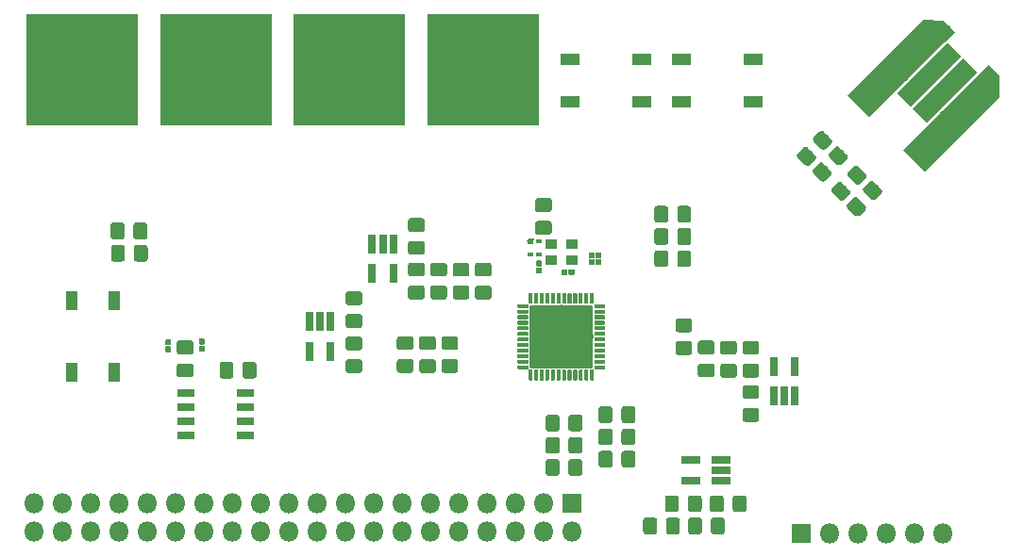
<source format=gts>
G04 #@! TF.GenerationSoftware,KiCad,Pcbnew,(5.0.0)*
G04 #@! TF.CreationDate,2018-11-02T19:45:53+08:00*
G04 #@! TF.ProjectId,tomu-fpga,746F6D752D667067612E6B696361645F,rev?*
G04 #@! TF.SameCoordinates,Original*
G04 #@! TF.FileFunction,Soldermask,Top*
G04 #@! TF.FilePolarity,Negative*
%FSLAX46Y46*%
G04 Gerber Fmt 4.6, Leading zero omitted, Abs format (unit mm)*
G04 Created by KiCad (PCBNEW (5.0.0)) date 11/02/18 19:45:53*
%MOMM*%
%LPD*%
G01*
G04 APERTURE LIST*
%ADD10R,1.740000X1.140000*%
%ADD11O,1.801600X1.801600*%
%ADD12R,1.801600X1.801600*%
%ADD13C,2.750002*%
%ADD14C,0.100000*%
%ADD15C,1.750002*%
%ADD16C,0.945004*%
%ADD17C,1.300002*%
%ADD18R,1.001600X0.901600*%
%ADD19C,1.251600*%
%ADD20R,0.501600X0.501600*%
%ADD21R,0.601600X0.401600*%
%ADD22R,0.601600X0.451600*%
%ADD23C,0.193876*%
%ADD24R,0.471600X0.231600*%
%ADD25C,5.701600*%
%ADD26C,0.351600*%
%ADD27C,0.501600*%
%ADD28R,1.601600X0.701600*%
%ADD29R,0.751600X1.661600*%
%ADD30R,1.661600X0.751600*%
%ADD31R,1.140000X1.740000*%
%ADD32R,10.101600X10.101600*%
G04 APERTURE END LIST*
D10*
G04 #@! TO.C,SW3*
X91200000Y-38900000D03*
X91200000Y-35100000D03*
X84800000Y-38900000D03*
X84800000Y-35100000D03*
G04 #@! TD*
D11*
G04 #@! TO.C,J3*
X108260000Y-77700000D03*
X105720000Y-77700000D03*
X103180000Y-77700000D03*
X100640000Y-77700000D03*
X98100000Y-77700000D03*
D12*
X95560000Y-77700000D03*
G04 #@! TD*
D13*
G04 #@! TO.C,U9*
X109000000Y-40850000D03*
D14*
G36*
X104668970Y-43236485D02*
X111386485Y-36518970D01*
X113331030Y-38463515D01*
X106613515Y-45181030D01*
X104668970Y-43236485D01*
X104668970Y-43236485D01*
G37*
D13*
X104050252Y-35900252D03*
D14*
G36*
X99719222Y-38286737D02*
X106436737Y-31569222D01*
X108381282Y-33513767D01*
X101663767Y-40231282D01*
X99719222Y-38286737D01*
X99719222Y-38286737D01*
G37*
D15*
X107020101Y-36465938D03*
D14*
G36*
X104135104Y-38113497D02*
X108667660Y-33580941D01*
X109905098Y-34818379D01*
X105372542Y-39350935D01*
X104135104Y-38113497D01*
X104135104Y-38113497D01*
G37*
D15*
X108434314Y-37880151D03*
D14*
G36*
X105549317Y-39527710D02*
X110081873Y-34995154D01*
X111319311Y-36232592D01*
X106786755Y-40765148D01*
X105549317Y-39527710D01*
X105549317Y-39527710D01*
G37*
D16*
X112818376Y-37031623D03*
D14*
G36*
X111386836Y-36519323D02*
X113277643Y-36571649D01*
X113278350Y-36572356D01*
X113330676Y-38463163D01*
X111386836Y-36519323D01*
X111386836Y-36519323D01*
G37*
D17*
X112330472Y-36543720D03*
D14*
G36*
X111384715Y-36517203D02*
X112303955Y-35597963D01*
X113276229Y-36570237D01*
X112356989Y-37489477D01*
X111384715Y-36517203D01*
X111384715Y-36517203D01*
G37*
D17*
X108363603Y-32576851D03*
D14*
G36*
X107417846Y-32550334D02*
X108337086Y-31631094D01*
X109309360Y-32603368D01*
X108390120Y-33522608D01*
X107417846Y-32550334D01*
X107417846Y-32550334D01*
G37*
D16*
X107868629Y-32081876D03*
D14*
G36*
X106437089Y-31569576D02*
X108327896Y-31621902D01*
X108328603Y-31622609D01*
X108380929Y-33513416D01*
X106437089Y-31569576D01*
X106437089Y-31569576D01*
G37*
G04 #@! TD*
D18*
G04 #@! TO.C,U7*
X74925000Y-53125000D03*
X74925000Y-51675000D03*
X73075000Y-51675000D03*
X73075000Y-53125000D03*
G04 #@! TD*
D14*
G04 #@! TO.C,C27*
G36*
X78355383Y-66250510D02*
X78381795Y-66254428D01*
X78407696Y-66260916D01*
X78432837Y-66269911D01*
X78456974Y-66281328D01*
X78479877Y-66295055D01*
X78501324Y-66310961D01*
X78521108Y-66328892D01*
X78539039Y-66348676D01*
X78554945Y-66370123D01*
X78568672Y-66393026D01*
X78580089Y-66417163D01*
X78589084Y-66442304D01*
X78595572Y-66468205D01*
X78599490Y-66494617D01*
X78600800Y-66521286D01*
X78600800Y-67478714D01*
X78599490Y-67505383D01*
X78595572Y-67531795D01*
X78589084Y-67557696D01*
X78580089Y-67582837D01*
X78568672Y-67606974D01*
X78554945Y-67629877D01*
X78539039Y-67651324D01*
X78521108Y-67671108D01*
X78501324Y-67689039D01*
X78479877Y-67704945D01*
X78456974Y-67718672D01*
X78432837Y-67730089D01*
X78407696Y-67739084D01*
X78381795Y-67745572D01*
X78355383Y-67749490D01*
X78328714Y-67750800D01*
X77621286Y-67750800D01*
X77594617Y-67749490D01*
X77568205Y-67745572D01*
X77542304Y-67739084D01*
X77517163Y-67730089D01*
X77493026Y-67718672D01*
X77470123Y-67704945D01*
X77448676Y-67689039D01*
X77428892Y-67671108D01*
X77410961Y-67651324D01*
X77395055Y-67629877D01*
X77381328Y-67606974D01*
X77369911Y-67582837D01*
X77360916Y-67557696D01*
X77354428Y-67531795D01*
X77350510Y-67505383D01*
X77349200Y-67478714D01*
X77349200Y-66521286D01*
X77350510Y-66494617D01*
X77354428Y-66468205D01*
X77360916Y-66442304D01*
X77369911Y-66417163D01*
X77381328Y-66393026D01*
X77395055Y-66370123D01*
X77410961Y-66348676D01*
X77428892Y-66328892D01*
X77448676Y-66310961D01*
X77470123Y-66295055D01*
X77493026Y-66281328D01*
X77517163Y-66269911D01*
X77542304Y-66260916D01*
X77568205Y-66254428D01*
X77594617Y-66250510D01*
X77621286Y-66249200D01*
X78328714Y-66249200D01*
X78355383Y-66250510D01*
X78355383Y-66250510D01*
G37*
D19*
X77975000Y-67000000D03*
D14*
G36*
X80405383Y-66250510D02*
X80431795Y-66254428D01*
X80457696Y-66260916D01*
X80482837Y-66269911D01*
X80506974Y-66281328D01*
X80529877Y-66295055D01*
X80551324Y-66310961D01*
X80571108Y-66328892D01*
X80589039Y-66348676D01*
X80604945Y-66370123D01*
X80618672Y-66393026D01*
X80630089Y-66417163D01*
X80639084Y-66442304D01*
X80645572Y-66468205D01*
X80649490Y-66494617D01*
X80650800Y-66521286D01*
X80650800Y-67478714D01*
X80649490Y-67505383D01*
X80645572Y-67531795D01*
X80639084Y-67557696D01*
X80630089Y-67582837D01*
X80618672Y-67606974D01*
X80604945Y-67629877D01*
X80589039Y-67651324D01*
X80571108Y-67671108D01*
X80551324Y-67689039D01*
X80529877Y-67704945D01*
X80506974Y-67718672D01*
X80482837Y-67730089D01*
X80457696Y-67739084D01*
X80431795Y-67745572D01*
X80405383Y-67749490D01*
X80378714Y-67750800D01*
X79671286Y-67750800D01*
X79644617Y-67749490D01*
X79618205Y-67745572D01*
X79592304Y-67739084D01*
X79567163Y-67730089D01*
X79543026Y-67718672D01*
X79520123Y-67704945D01*
X79498676Y-67689039D01*
X79478892Y-67671108D01*
X79460961Y-67651324D01*
X79445055Y-67629877D01*
X79431328Y-67606974D01*
X79419911Y-67582837D01*
X79410916Y-67557696D01*
X79404428Y-67531795D01*
X79400510Y-67505383D01*
X79399200Y-67478714D01*
X79399200Y-66521286D01*
X79400510Y-66494617D01*
X79404428Y-66468205D01*
X79410916Y-66442304D01*
X79419911Y-66417163D01*
X79431328Y-66393026D01*
X79445055Y-66370123D01*
X79460961Y-66348676D01*
X79478892Y-66328892D01*
X79498676Y-66310961D01*
X79520123Y-66295055D01*
X79543026Y-66281328D01*
X79567163Y-66269911D01*
X79592304Y-66260916D01*
X79618205Y-66254428D01*
X79644617Y-66250510D01*
X79671286Y-66249200D01*
X80378714Y-66249200D01*
X80405383Y-66250510D01*
X80405383Y-66250510D01*
G37*
D19*
X80025000Y-67000000D03*
G04 #@! TD*
D14*
G04 #@! TO.C,C26*
G36*
X85405383Y-50250510D02*
X85431795Y-50254428D01*
X85457696Y-50260916D01*
X85482837Y-50269911D01*
X85506974Y-50281328D01*
X85529877Y-50295055D01*
X85551324Y-50310961D01*
X85571108Y-50328892D01*
X85589039Y-50348676D01*
X85604945Y-50370123D01*
X85618672Y-50393026D01*
X85630089Y-50417163D01*
X85639084Y-50442304D01*
X85645572Y-50468205D01*
X85649490Y-50494617D01*
X85650800Y-50521286D01*
X85650800Y-51478714D01*
X85649490Y-51505383D01*
X85645572Y-51531795D01*
X85639084Y-51557696D01*
X85630089Y-51582837D01*
X85618672Y-51606974D01*
X85604945Y-51629877D01*
X85589039Y-51651324D01*
X85571108Y-51671108D01*
X85551324Y-51689039D01*
X85529877Y-51704945D01*
X85506974Y-51718672D01*
X85482837Y-51730089D01*
X85457696Y-51739084D01*
X85431795Y-51745572D01*
X85405383Y-51749490D01*
X85378714Y-51750800D01*
X84671286Y-51750800D01*
X84644617Y-51749490D01*
X84618205Y-51745572D01*
X84592304Y-51739084D01*
X84567163Y-51730089D01*
X84543026Y-51718672D01*
X84520123Y-51704945D01*
X84498676Y-51689039D01*
X84478892Y-51671108D01*
X84460961Y-51651324D01*
X84445055Y-51629877D01*
X84431328Y-51606974D01*
X84419911Y-51582837D01*
X84410916Y-51557696D01*
X84404428Y-51531795D01*
X84400510Y-51505383D01*
X84399200Y-51478714D01*
X84399200Y-50521286D01*
X84400510Y-50494617D01*
X84404428Y-50468205D01*
X84410916Y-50442304D01*
X84419911Y-50417163D01*
X84431328Y-50393026D01*
X84445055Y-50370123D01*
X84460961Y-50348676D01*
X84478892Y-50328892D01*
X84498676Y-50310961D01*
X84520123Y-50295055D01*
X84543026Y-50281328D01*
X84567163Y-50269911D01*
X84592304Y-50260916D01*
X84618205Y-50254428D01*
X84644617Y-50250510D01*
X84671286Y-50249200D01*
X85378714Y-50249200D01*
X85405383Y-50250510D01*
X85405383Y-50250510D01*
G37*
D19*
X85025000Y-51000000D03*
D14*
G36*
X83355383Y-50250510D02*
X83381795Y-50254428D01*
X83407696Y-50260916D01*
X83432837Y-50269911D01*
X83456974Y-50281328D01*
X83479877Y-50295055D01*
X83501324Y-50310961D01*
X83521108Y-50328892D01*
X83539039Y-50348676D01*
X83554945Y-50370123D01*
X83568672Y-50393026D01*
X83580089Y-50417163D01*
X83589084Y-50442304D01*
X83595572Y-50468205D01*
X83599490Y-50494617D01*
X83600800Y-50521286D01*
X83600800Y-51478714D01*
X83599490Y-51505383D01*
X83595572Y-51531795D01*
X83589084Y-51557696D01*
X83580089Y-51582837D01*
X83568672Y-51606974D01*
X83554945Y-51629877D01*
X83539039Y-51651324D01*
X83521108Y-51671108D01*
X83501324Y-51689039D01*
X83479877Y-51704945D01*
X83456974Y-51718672D01*
X83432837Y-51730089D01*
X83407696Y-51739084D01*
X83381795Y-51745572D01*
X83355383Y-51749490D01*
X83328714Y-51750800D01*
X82621286Y-51750800D01*
X82594617Y-51749490D01*
X82568205Y-51745572D01*
X82542304Y-51739084D01*
X82517163Y-51730089D01*
X82493026Y-51718672D01*
X82470123Y-51704945D01*
X82448676Y-51689039D01*
X82428892Y-51671108D01*
X82410961Y-51651324D01*
X82395055Y-51629877D01*
X82381328Y-51606974D01*
X82369911Y-51582837D01*
X82360916Y-51557696D01*
X82354428Y-51531795D01*
X82350510Y-51505383D01*
X82349200Y-51478714D01*
X82349200Y-50521286D01*
X82350510Y-50494617D01*
X82354428Y-50468205D01*
X82360916Y-50442304D01*
X82369911Y-50417163D01*
X82381328Y-50393026D01*
X82395055Y-50370123D01*
X82410961Y-50348676D01*
X82428892Y-50328892D01*
X82448676Y-50310961D01*
X82470123Y-50295055D01*
X82493026Y-50281328D01*
X82517163Y-50269911D01*
X82542304Y-50260916D01*
X82568205Y-50254428D01*
X82594617Y-50250510D01*
X82621286Y-50249200D01*
X83328714Y-50249200D01*
X83355383Y-50250510D01*
X83355383Y-50250510D01*
G37*
D19*
X82975000Y-51000000D03*
G04 #@! TD*
D14*
G04 #@! TO.C,C25*
G36*
X78355383Y-68250510D02*
X78381795Y-68254428D01*
X78407696Y-68260916D01*
X78432837Y-68269911D01*
X78456974Y-68281328D01*
X78479877Y-68295055D01*
X78501324Y-68310961D01*
X78521108Y-68328892D01*
X78539039Y-68348676D01*
X78554945Y-68370123D01*
X78568672Y-68393026D01*
X78580089Y-68417163D01*
X78589084Y-68442304D01*
X78595572Y-68468205D01*
X78599490Y-68494617D01*
X78600800Y-68521286D01*
X78600800Y-69478714D01*
X78599490Y-69505383D01*
X78595572Y-69531795D01*
X78589084Y-69557696D01*
X78580089Y-69582837D01*
X78568672Y-69606974D01*
X78554945Y-69629877D01*
X78539039Y-69651324D01*
X78521108Y-69671108D01*
X78501324Y-69689039D01*
X78479877Y-69704945D01*
X78456974Y-69718672D01*
X78432837Y-69730089D01*
X78407696Y-69739084D01*
X78381795Y-69745572D01*
X78355383Y-69749490D01*
X78328714Y-69750800D01*
X77621286Y-69750800D01*
X77594617Y-69749490D01*
X77568205Y-69745572D01*
X77542304Y-69739084D01*
X77517163Y-69730089D01*
X77493026Y-69718672D01*
X77470123Y-69704945D01*
X77448676Y-69689039D01*
X77428892Y-69671108D01*
X77410961Y-69651324D01*
X77395055Y-69629877D01*
X77381328Y-69606974D01*
X77369911Y-69582837D01*
X77360916Y-69557696D01*
X77354428Y-69531795D01*
X77350510Y-69505383D01*
X77349200Y-69478714D01*
X77349200Y-68521286D01*
X77350510Y-68494617D01*
X77354428Y-68468205D01*
X77360916Y-68442304D01*
X77369911Y-68417163D01*
X77381328Y-68393026D01*
X77395055Y-68370123D01*
X77410961Y-68348676D01*
X77428892Y-68328892D01*
X77448676Y-68310961D01*
X77470123Y-68295055D01*
X77493026Y-68281328D01*
X77517163Y-68269911D01*
X77542304Y-68260916D01*
X77568205Y-68254428D01*
X77594617Y-68250510D01*
X77621286Y-68249200D01*
X78328714Y-68249200D01*
X78355383Y-68250510D01*
X78355383Y-68250510D01*
G37*
D19*
X77975000Y-69000000D03*
D14*
G36*
X80405383Y-68250510D02*
X80431795Y-68254428D01*
X80457696Y-68260916D01*
X80482837Y-68269911D01*
X80506974Y-68281328D01*
X80529877Y-68295055D01*
X80551324Y-68310961D01*
X80571108Y-68328892D01*
X80589039Y-68348676D01*
X80604945Y-68370123D01*
X80618672Y-68393026D01*
X80630089Y-68417163D01*
X80639084Y-68442304D01*
X80645572Y-68468205D01*
X80649490Y-68494617D01*
X80650800Y-68521286D01*
X80650800Y-69478714D01*
X80649490Y-69505383D01*
X80645572Y-69531795D01*
X80639084Y-69557696D01*
X80630089Y-69582837D01*
X80618672Y-69606974D01*
X80604945Y-69629877D01*
X80589039Y-69651324D01*
X80571108Y-69671108D01*
X80551324Y-69689039D01*
X80529877Y-69704945D01*
X80506974Y-69718672D01*
X80482837Y-69730089D01*
X80457696Y-69739084D01*
X80431795Y-69745572D01*
X80405383Y-69749490D01*
X80378714Y-69750800D01*
X79671286Y-69750800D01*
X79644617Y-69749490D01*
X79618205Y-69745572D01*
X79592304Y-69739084D01*
X79567163Y-69730089D01*
X79543026Y-69718672D01*
X79520123Y-69704945D01*
X79498676Y-69689039D01*
X79478892Y-69671108D01*
X79460961Y-69651324D01*
X79445055Y-69629877D01*
X79431328Y-69606974D01*
X79419911Y-69582837D01*
X79410916Y-69557696D01*
X79404428Y-69531795D01*
X79400510Y-69505383D01*
X79399200Y-69478714D01*
X79399200Y-68521286D01*
X79400510Y-68494617D01*
X79404428Y-68468205D01*
X79410916Y-68442304D01*
X79419911Y-68417163D01*
X79431328Y-68393026D01*
X79445055Y-68370123D01*
X79460961Y-68348676D01*
X79478892Y-68328892D01*
X79498676Y-68310961D01*
X79520123Y-68295055D01*
X79543026Y-68281328D01*
X79567163Y-68269911D01*
X79592304Y-68260916D01*
X79618205Y-68254428D01*
X79644617Y-68250510D01*
X79671286Y-68249200D01*
X80378714Y-68249200D01*
X80405383Y-68250510D01*
X80405383Y-68250510D01*
G37*
D19*
X80025000Y-69000000D03*
G04 #@! TD*
D14*
G04 #@! TO.C,C24*
G36*
X85405383Y-48250510D02*
X85431795Y-48254428D01*
X85457696Y-48260916D01*
X85482837Y-48269911D01*
X85506974Y-48281328D01*
X85529877Y-48295055D01*
X85551324Y-48310961D01*
X85571108Y-48328892D01*
X85589039Y-48348676D01*
X85604945Y-48370123D01*
X85618672Y-48393026D01*
X85630089Y-48417163D01*
X85639084Y-48442304D01*
X85645572Y-48468205D01*
X85649490Y-48494617D01*
X85650800Y-48521286D01*
X85650800Y-49478714D01*
X85649490Y-49505383D01*
X85645572Y-49531795D01*
X85639084Y-49557696D01*
X85630089Y-49582837D01*
X85618672Y-49606974D01*
X85604945Y-49629877D01*
X85589039Y-49651324D01*
X85571108Y-49671108D01*
X85551324Y-49689039D01*
X85529877Y-49704945D01*
X85506974Y-49718672D01*
X85482837Y-49730089D01*
X85457696Y-49739084D01*
X85431795Y-49745572D01*
X85405383Y-49749490D01*
X85378714Y-49750800D01*
X84671286Y-49750800D01*
X84644617Y-49749490D01*
X84618205Y-49745572D01*
X84592304Y-49739084D01*
X84567163Y-49730089D01*
X84543026Y-49718672D01*
X84520123Y-49704945D01*
X84498676Y-49689039D01*
X84478892Y-49671108D01*
X84460961Y-49651324D01*
X84445055Y-49629877D01*
X84431328Y-49606974D01*
X84419911Y-49582837D01*
X84410916Y-49557696D01*
X84404428Y-49531795D01*
X84400510Y-49505383D01*
X84399200Y-49478714D01*
X84399200Y-48521286D01*
X84400510Y-48494617D01*
X84404428Y-48468205D01*
X84410916Y-48442304D01*
X84419911Y-48417163D01*
X84431328Y-48393026D01*
X84445055Y-48370123D01*
X84460961Y-48348676D01*
X84478892Y-48328892D01*
X84498676Y-48310961D01*
X84520123Y-48295055D01*
X84543026Y-48281328D01*
X84567163Y-48269911D01*
X84592304Y-48260916D01*
X84618205Y-48254428D01*
X84644617Y-48250510D01*
X84671286Y-48249200D01*
X85378714Y-48249200D01*
X85405383Y-48250510D01*
X85405383Y-48250510D01*
G37*
D19*
X85025000Y-49000000D03*
D14*
G36*
X83355383Y-48250510D02*
X83381795Y-48254428D01*
X83407696Y-48260916D01*
X83432837Y-48269911D01*
X83456974Y-48281328D01*
X83479877Y-48295055D01*
X83501324Y-48310961D01*
X83521108Y-48328892D01*
X83539039Y-48348676D01*
X83554945Y-48370123D01*
X83568672Y-48393026D01*
X83580089Y-48417163D01*
X83589084Y-48442304D01*
X83595572Y-48468205D01*
X83599490Y-48494617D01*
X83600800Y-48521286D01*
X83600800Y-49478714D01*
X83599490Y-49505383D01*
X83595572Y-49531795D01*
X83589084Y-49557696D01*
X83580089Y-49582837D01*
X83568672Y-49606974D01*
X83554945Y-49629877D01*
X83539039Y-49651324D01*
X83521108Y-49671108D01*
X83501324Y-49689039D01*
X83479877Y-49704945D01*
X83456974Y-49718672D01*
X83432837Y-49730089D01*
X83407696Y-49739084D01*
X83381795Y-49745572D01*
X83355383Y-49749490D01*
X83328714Y-49750800D01*
X82621286Y-49750800D01*
X82594617Y-49749490D01*
X82568205Y-49745572D01*
X82542304Y-49739084D01*
X82517163Y-49730089D01*
X82493026Y-49718672D01*
X82470123Y-49704945D01*
X82448676Y-49689039D01*
X82428892Y-49671108D01*
X82410961Y-49651324D01*
X82395055Y-49629877D01*
X82381328Y-49606974D01*
X82369911Y-49582837D01*
X82360916Y-49557696D01*
X82354428Y-49531795D01*
X82350510Y-49505383D01*
X82349200Y-49478714D01*
X82349200Y-48521286D01*
X82350510Y-48494617D01*
X82354428Y-48468205D01*
X82360916Y-48442304D01*
X82369911Y-48417163D01*
X82381328Y-48393026D01*
X82395055Y-48370123D01*
X82410961Y-48348676D01*
X82428892Y-48328892D01*
X82448676Y-48310961D01*
X82470123Y-48295055D01*
X82493026Y-48281328D01*
X82517163Y-48269911D01*
X82542304Y-48260916D01*
X82568205Y-48254428D01*
X82594617Y-48250510D01*
X82621286Y-48249200D01*
X83328714Y-48249200D01*
X83355383Y-48250510D01*
X83355383Y-48250510D01*
G37*
D19*
X82975000Y-49000000D03*
G04 #@! TD*
D14*
G04 #@! TO.C,C23*
G36*
X87505383Y-60350510D02*
X87531795Y-60354428D01*
X87557696Y-60360916D01*
X87582837Y-60369911D01*
X87606974Y-60381328D01*
X87629877Y-60395055D01*
X87651324Y-60410961D01*
X87671108Y-60428892D01*
X87689039Y-60448676D01*
X87704945Y-60470123D01*
X87718672Y-60493026D01*
X87730089Y-60517163D01*
X87739084Y-60542304D01*
X87745572Y-60568205D01*
X87749490Y-60594617D01*
X87750800Y-60621286D01*
X87750800Y-61328714D01*
X87749490Y-61355383D01*
X87745572Y-61381795D01*
X87739084Y-61407696D01*
X87730089Y-61432837D01*
X87718672Y-61456974D01*
X87704945Y-61479877D01*
X87689039Y-61501324D01*
X87671108Y-61521108D01*
X87651324Y-61539039D01*
X87629877Y-61554945D01*
X87606974Y-61568672D01*
X87582837Y-61580089D01*
X87557696Y-61589084D01*
X87531795Y-61595572D01*
X87505383Y-61599490D01*
X87478714Y-61600800D01*
X86521286Y-61600800D01*
X86494617Y-61599490D01*
X86468205Y-61595572D01*
X86442304Y-61589084D01*
X86417163Y-61580089D01*
X86393026Y-61568672D01*
X86370123Y-61554945D01*
X86348676Y-61539039D01*
X86328892Y-61521108D01*
X86310961Y-61501324D01*
X86295055Y-61479877D01*
X86281328Y-61456974D01*
X86269911Y-61432837D01*
X86260916Y-61407696D01*
X86254428Y-61381795D01*
X86250510Y-61355383D01*
X86249200Y-61328714D01*
X86249200Y-60621286D01*
X86250510Y-60594617D01*
X86254428Y-60568205D01*
X86260916Y-60542304D01*
X86269911Y-60517163D01*
X86281328Y-60493026D01*
X86295055Y-60470123D01*
X86310961Y-60448676D01*
X86328892Y-60428892D01*
X86348676Y-60410961D01*
X86370123Y-60395055D01*
X86393026Y-60381328D01*
X86417163Y-60369911D01*
X86442304Y-60360916D01*
X86468205Y-60354428D01*
X86494617Y-60350510D01*
X86521286Y-60349200D01*
X87478714Y-60349200D01*
X87505383Y-60350510D01*
X87505383Y-60350510D01*
G37*
D19*
X87000000Y-60975000D03*
D14*
G36*
X87505383Y-62400510D02*
X87531795Y-62404428D01*
X87557696Y-62410916D01*
X87582837Y-62419911D01*
X87606974Y-62431328D01*
X87629877Y-62445055D01*
X87651324Y-62460961D01*
X87671108Y-62478892D01*
X87689039Y-62498676D01*
X87704945Y-62520123D01*
X87718672Y-62543026D01*
X87730089Y-62567163D01*
X87739084Y-62592304D01*
X87745572Y-62618205D01*
X87749490Y-62644617D01*
X87750800Y-62671286D01*
X87750800Y-63378714D01*
X87749490Y-63405383D01*
X87745572Y-63431795D01*
X87739084Y-63457696D01*
X87730089Y-63482837D01*
X87718672Y-63506974D01*
X87704945Y-63529877D01*
X87689039Y-63551324D01*
X87671108Y-63571108D01*
X87651324Y-63589039D01*
X87629877Y-63604945D01*
X87606974Y-63618672D01*
X87582837Y-63630089D01*
X87557696Y-63639084D01*
X87531795Y-63645572D01*
X87505383Y-63649490D01*
X87478714Y-63650800D01*
X86521286Y-63650800D01*
X86494617Y-63649490D01*
X86468205Y-63645572D01*
X86442304Y-63639084D01*
X86417163Y-63630089D01*
X86393026Y-63618672D01*
X86370123Y-63604945D01*
X86348676Y-63589039D01*
X86328892Y-63571108D01*
X86310961Y-63551324D01*
X86295055Y-63529877D01*
X86281328Y-63506974D01*
X86269911Y-63482837D01*
X86260916Y-63457696D01*
X86254428Y-63431795D01*
X86250510Y-63405383D01*
X86249200Y-63378714D01*
X86249200Y-62671286D01*
X86250510Y-62644617D01*
X86254428Y-62618205D01*
X86260916Y-62592304D01*
X86269911Y-62567163D01*
X86281328Y-62543026D01*
X86295055Y-62520123D01*
X86310961Y-62498676D01*
X86328892Y-62478892D01*
X86348676Y-62460961D01*
X86370123Y-62445055D01*
X86393026Y-62431328D01*
X86417163Y-62419911D01*
X86442304Y-62410916D01*
X86468205Y-62404428D01*
X86494617Y-62400510D01*
X86521286Y-62399200D01*
X87478714Y-62399200D01*
X87505383Y-62400510D01*
X87505383Y-62400510D01*
G37*
D19*
X87000000Y-63025000D03*
G04 #@! TD*
D14*
G04 #@! TO.C,C22*
G36*
X89505383Y-60375510D02*
X89531795Y-60379428D01*
X89557696Y-60385916D01*
X89582837Y-60394911D01*
X89606974Y-60406328D01*
X89629877Y-60420055D01*
X89651324Y-60435961D01*
X89671108Y-60453892D01*
X89689039Y-60473676D01*
X89704945Y-60495123D01*
X89718672Y-60518026D01*
X89730089Y-60542163D01*
X89739084Y-60567304D01*
X89745572Y-60593205D01*
X89749490Y-60619617D01*
X89750800Y-60646286D01*
X89750800Y-61353714D01*
X89749490Y-61380383D01*
X89745572Y-61406795D01*
X89739084Y-61432696D01*
X89730089Y-61457837D01*
X89718672Y-61481974D01*
X89704945Y-61504877D01*
X89689039Y-61526324D01*
X89671108Y-61546108D01*
X89651324Y-61564039D01*
X89629877Y-61579945D01*
X89606974Y-61593672D01*
X89582837Y-61605089D01*
X89557696Y-61614084D01*
X89531795Y-61620572D01*
X89505383Y-61624490D01*
X89478714Y-61625800D01*
X88521286Y-61625800D01*
X88494617Y-61624490D01*
X88468205Y-61620572D01*
X88442304Y-61614084D01*
X88417163Y-61605089D01*
X88393026Y-61593672D01*
X88370123Y-61579945D01*
X88348676Y-61564039D01*
X88328892Y-61546108D01*
X88310961Y-61526324D01*
X88295055Y-61504877D01*
X88281328Y-61481974D01*
X88269911Y-61457837D01*
X88260916Y-61432696D01*
X88254428Y-61406795D01*
X88250510Y-61380383D01*
X88249200Y-61353714D01*
X88249200Y-60646286D01*
X88250510Y-60619617D01*
X88254428Y-60593205D01*
X88260916Y-60567304D01*
X88269911Y-60542163D01*
X88281328Y-60518026D01*
X88295055Y-60495123D01*
X88310961Y-60473676D01*
X88328892Y-60453892D01*
X88348676Y-60435961D01*
X88370123Y-60420055D01*
X88393026Y-60406328D01*
X88417163Y-60394911D01*
X88442304Y-60385916D01*
X88468205Y-60379428D01*
X88494617Y-60375510D01*
X88521286Y-60374200D01*
X89478714Y-60374200D01*
X89505383Y-60375510D01*
X89505383Y-60375510D01*
G37*
D19*
X89000000Y-61000000D03*
D14*
G36*
X89505383Y-62425510D02*
X89531795Y-62429428D01*
X89557696Y-62435916D01*
X89582837Y-62444911D01*
X89606974Y-62456328D01*
X89629877Y-62470055D01*
X89651324Y-62485961D01*
X89671108Y-62503892D01*
X89689039Y-62523676D01*
X89704945Y-62545123D01*
X89718672Y-62568026D01*
X89730089Y-62592163D01*
X89739084Y-62617304D01*
X89745572Y-62643205D01*
X89749490Y-62669617D01*
X89750800Y-62696286D01*
X89750800Y-63403714D01*
X89749490Y-63430383D01*
X89745572Y-63456795D01*
X89739084Y-63482696D01*
X89730089Y-63507837D01*
X89718672Y-63531974D01*
X89704945Y-63554877D01*
X89689039Y-63576324D01*
X89671108Y-63596108D01*
X89651324Y-63614039D01*
X89629877Y-63629945D01*
X89606974Y-63643672D01*
X89582837Y-63655089D01*
X89557696Y-63664084D01*
X89531795Y-63670572D01*
X89505383Y-63674490D01*
X89478714Y-63675800D01*
X88521286Y-63675800D01*
X88494617Y-63674490D01*
X88468205Y-63670572D01*
X88442304Y-63664084D01*
X88417163Y-63655089D01*
X88393026Y-63643672D01*
X88370123Y-63629945D01*
X88348676Y-63614039D01*
X88328892Y-63596108D01*
X88310961Y-63576324D01*
X88295055Y-63554877D01*
X88281328Y-63531974D01*
X88269911Y-63507837D01*
X88260916Y-63482696D01*
X88254428Y-63456795D01*
X88250510Y-63430383D01*
X88249200Y-63403714D01*
X88249200Y-62696286D01*
X88250510Y-62669617D01*
X88254428Y-62643205D01*
X88260916Y-62617304D01*
X88269911Y-62592163D01*
X88281328Y-62568026D01*
X88295055Y-62545123D01*
X88310961Y-62523676D01*
X88328892Y-62503892D01*
X88348676Y-62485961D01*
X88370123Y-62470055D01*
X88393026Y-62456328D01*
X88417163Y-62444911D01*
X88442304Y-62435916D01*
X88468205Y-62429428D01*
X88494617Y-62425510D01*
X88521286Y-62424200D01*
X89478714Y-62424200D01*
X89505383Y-62425510D01*
X89505383Y-62425510D01*
G37*
D19*
X89000000Y-63050000D03*
G04 #@! TD*
D14*
G04 #@! TO.C,C21*
G36*
X78355383Y-70250510D02*
X78381795Y-70254428D01*
X78407696Y-70260916D01*
X78432837Y-70269911D01*
X78456974Y-70281328D01*
X78479877Y-70295055D01*
X78501324Y-70310961D01*
X78521108Y-70328892D01*
X78539039Y-70348676D01*
X78554945Y-70370123D01*
X78568672Y-70393026D01*
X78580089Y-70417163D01*
X78589084Y-70442304D01*
X78595572Y-70468205D01*
X78599490Y-70494617D01*
X78600800Y-70521286D01*
X78600800Y-71478714D01*
X78599490Y-71505383D01*
X78595572Y-71531795D01*
X78589084Y-71557696D01*
X78580089Y-71582837D01*
X78568672Y-71606974D01*
X78554945Y-71629877D01*
X78539039Y-71651324D01*
X78521108Y-71671108D01*
X78501324Y-71689039D01*
X78479877Y-71704945D01*
X78456974Y-71718672D01*
X78432837Y-71730089D01*
X78407696Y-71739084D01*
X78381795Y-71745572D01*
X78355383Y-71749490D01*
X78328714Y-71750800D01*
X77621286Y-71750800D01*
X77594617Y-71749490D01*
X77568205Y-71745572D01*
X77542304Y-71739084D01*
X77517163Y-71730089D01*
X77493026Y-71718672D01*
X77470123Y-71704945D01*
X77448676Y-71689039D01*
X77428892Y-71671108D01*
X77410961Y-71651324D01*
X77395055Y-71629877D01*
X77381328Y-71606974D01*
X77369911Y-71582837D01*
X77360916Y-71557696D01*
X77354428Y-71531795D01*
X77350510Y-71505383D01*
X77349200Y-71478714D01*
X77349200Y-70521286D01*
X77350510Y-70494617D01*
X77354428Y-70468205D01*
X77360916Y-70442304D01*
X77369911Y-70417163D01*
X77381328Y-70393026D01*
X77395055Y-70370123D01*
X77410961Y-70348676D01*
X77428892Y-70328892D01*
X77448676Y-70310961D01*
X77470123Y-70295055D01*
X77493026Y-70281328D01*
X77517163Y-70269911D01*
X77542304Y-70260916D01*
X77568205Y-70254428D01*
X77594617Y-70250510D01*
X77621286Y-70249200D01*
X78328714Y-70249200D01*
X78355383Y-70250510D01*
X78355383Y-70250510D01*
G37*
D19*
X77975000Y-71000000D03*
D14*
G36*
X80405383Y-70250510D02*
X80431795Y-70254428D01*
X80457696Y-70260916D01*
X80482837Y-70269911D01*
X80506974Y-70281328D01*
X80529877Y-70295055D01*
X80551324Y-70310961D01*
X80571108Y-70328892D01*
X80589039Y-70348676D01*
X80604945Y-70370123D01*
X80618672Y-70393026D01*
X80630089Y-70417163D01*
X80639084Y-70442304D01*
X80645572Y-70468205D01*
X80649490Y-70494617D01*
X80650800Y-70521286D01*
X80650800Y-71478714D01*
X80649490Y-71505383D01*
X80645572Y-71531795D01*
X80639084Y-71557696D01*
X80630089Y-71582837D01*
X80618672Y-71606974D01*
X80604945Y-71629877D01*
X80589039Y-71651324D01*
X80571108Y-71671108D01*
X80551324Y-71689039D01*
X80529877Y-71704945D01*
X80506974Y-71718672D01*
X80482837Y-71730089D01*
X80457696Y-71739084D01*
X80431795Y-71745572D01*
X80405383Y-71749490D01*
X80378714Y-71750800D01*
X79671286Y-71750800D01*
X79644617Y-71749490D01*
X79618205Y-71745572D01*
X79592304Y-71739084D01*
X79567163Y-71730089D01*
X79543026Y-71718672D01*
X79520123Y-71704945D01*
X79498676Y-71689039D01*
X79478892Y-71671108D01*
X79460961Y-71651324D01*
X79445055Y-71629877D01*
X79431328Y-71606974D01*
X79419911Y-71582837D01*
X79410916Y-71557696D01*
X79404428Y-71531795D01*
X79400510Y-71505383D01*
X79399200Y-71478714D01*
X79399200Y-70521286D01*
X79400510Y-70494617D01*
X79404428Y-70468205D01*
X79410916Y-70442304D01*
X79419911Y-70417163D01*
X79431328Y-70393026D01*
X79445055Y-70370123D01*
X79460961Y-70348676D01*
X79478892Y-70328892D01*
X79498676Y-70310961D01*
X79520123Y-70295055D01*
X79543026Y-70281328D01*
X79567163Y-70269911D01*
X79592304Y-70260916D01*
X79618205Y-70254428D01*
X79644617Y-70250510D01*
X79671286Y-70249200D01*
X80378714Y-70249200D01*
X80405383Y-70250510D01*
X80405383Y-70250510D01*
G37*
D19*
X80025000Y-71000000D03*
G04 #@! TD*
D14*
G04 #@! TO.C,C20*
G36*
X64505383Y-59950510D02*
X64531795Y-59954428D01*
X64557696Y-59960916D01*
X64582837Y-59969911D01*
X64606974Y-59981328D01*
X64629877Y-59995055D01*
X64651324Y-60010961D01*
X64671108Y-60028892D01*
X64689039Y-60048676D01*
X64704945Y-60070123D01*
X64718672Y-60093026D01*
X64730089Y-60117163D01*
X64739084Y-60142304D01*
X64745572Y-60168205D01*
X64749490Y-60194617D01*
X64750800Y-60221286D01*
X64750800Y-60928714D01*
X64749490Y-60955383D01*
X64745572Y-60981795D01*
X64739084Y-61007696D01*
X64730089Y-61032837D01*
X64718672Y-61056974D01*
X64704945Y-61079877D01*
X64689039Y-61101324D01*
X64671108Y-61121108D01*
X64651324Y-61139039D01*
X64629877Y-61154945D01*
X64606974Y-61168672D01*
X64582837Y-61180089D01*
X64557696Y-61189084D01*
X64531795Y-61195572D01*
X64505383Y-61199490D01*
X64478714Y-61200800D01*
X63521286Y-61200800D01*
X63494617Y-61199490D01*
X63468205Y-61195572D01*
X63442304Y-61189084D01*
X63417163Y-61180089D01*
X63393026Y-61168672D01*
X63370123Y-61154945D01*
X63348676Y-61139039D01*
X63328892Y-61121108D01*
X63310961Y-61101324D01*
X63295055Y-61079877D01*
X63281328Y-61056974D01*
X63269911Y-61032837D01*
X63260916Y-61007696D01*
X63254428Y-60981795D01*
X63250510Y-60955383D01*
X63249200Y-60928714D01*
X63249200Y-60221286D01*
X63250510Y-60194617D01*
X63254428Y-60168205D01*
X63260916Y-60142304D01*
X63269911Y-60117163D01*
X63281328Y-60093026D01*
X63295055Y-60070123D01*
X63310961Y-60048676D01*
X63328892Y-60028892D01*
X63348676Y-60010961D01*
X63370123Y-59995055D01*
X63393026Y-59981328D01*
X63417163Y-59969911D01*
X63442304Y-59960916D01*
X63468205Y-59954428D01*
X63494617Y-59950510D01*
X63521286Y-59949200D01*
X64478714Y-59949200D01*
X64505383Y-59950510D01*
X64505383Y-59950510D01*
G37*
D19*
X64000000Y-60575000D03*
D14*
G36*
X64505383Y-62000510D02*
X64531795Y-62004428D01*
X64557696Y-62010916D01*
X64582837Y-62019911D01*
X64606974Y-62031328D01*
X64629877Y-62045055D01*
X64651324Y-62060961D01*
X64671108Y-62078892D01*
X64689039Y-62098676D01*
X64704945Y-62120123D01*
X64718672Y-62143026D01*
X64730089Y-62167163D01*
X64739084Y-62192304D01*
X64745572Y-62218205D01*
X64749490Y-62244617D01*
X64750800Y-62271286D01*
X64750800Y-62978714D01*
X64749490Y-63005383D01*
X64745572Y-63031795D01*
X64739084Y-63057696D01*
X64730089Y-63082837D01*
X64718672Y-63106974D01*
X64704945Y-63129877D01*
X64689039Y-63151324D01*
X64671108Y-63171108D01*
X64651324Y-63189039D01*
X64629877Y-63204945D01*
X64606974Y-63218672D01*
X64582837Y-63230089D01*
X64557696Y-63239084D01*
X64531795Y-63245572D01*
X64505383Y-63249490D01*
X64478714Y-63250800D01*
X63521286Y-63250800D01*
X63494617Y-63249490D01*
X63468205Y-63245572D01*
X63442304Y-63239084D01*
X63417163Y-63230089D01*
X63393026Y-63218672D01*
X63370123Y-63204945D01*
X63348676Y-63189039D01*
X63328892Y-63171108D01*
X63310961Y-63151324D01*
X63295055Y-63129877D01*
X63281328Y-63106974D01*
X63269911Y-63082837D01*
X63260916Y-63057696D01*
X63254428Y-63031795D01*
X63250510Y-63005383D01*
X63249200Y-62978714D01*
X63249200Y-62271286D01*
X63250510Y-62244617D01*
X63254428Y-62218205D01*
X63260916Y-62192304D01*
X63269911Y-62167163D01*
X63281328Y-62143026D01*
X63295055Y-62120123D01*
X63310961Y-62098676D01*
X63328892Y-62078892D01*
X63348676Y-62060961D01*
X63370123Y-62045055D01*
X63393026Y-62031328D01*
X63417163Y-62019911D01*
X63442304Y-62010916D01*
X63468205Y-62004428D01*
X63494617Y-62000510D01*
X63521286Y-61999200D01*
X64478714Y-61999200D01*
X64505383Y-62000510D01*
X64505383Y-62000510D01*
G37*
D19*
X64000000Y-62625000D03*
G04 #@! TD*
D14*
G04 #@! TO.C,C19*
G36*
X91505383Y-60375510D02*
X91531795Y-60379428D01*
X91557696Y-60385916D01*
X91582837Y-60394911D01*
X91606974Y-60406328D01*
X91629877Y-60420055D01*
X91651324Y-60435961D01*
X91671108Y-60453892D01*
X91689039Y-60473676D01*
X91704945Y-60495123D01*
X91718672Y-60518026D01*
X91730089Y-60542163D01*
X91739084Y-60567304D01*
X91745572Y-60593205D01*
X91749490Y-60619617D01*
X91750800Y-60646286D01*
X91750800Y-61353714D01*
X91749490Y-61380383D01*
X91745572Y-61406795D01*
X91739084Y-61432696D01*
X91730089Y-61457837D01*
X91718672Y-61481974D01*
X91704945Y-61504877D01*
X91689039Y-61526324D01*
X91671108Y-61546108D01*
X91651324Y-61564039D01*
X91629877Y-61579945D01*
X91606974Y-61593672D01*
X91582837Y-61605089D01*
X91557696Y-61614084D01*
X91531795Y-61620572D01*
X91505383Y-61624490D01*
X91478714Y-61625800D01*
X90521286Y-61625800D01*
X90494617Y-61624490D01*
X90468205Y-61620572D01*
X90442304Y-61614084D01*
X90417163Y-61605089D01*
X90393026Y-61593672D01*
X90370123Y-61579945D01*
X90348676Y-61564039D01*
X90328892Y-61546108D01*
X90310961Y-61526324D01*
X90295055Y-61504877D01*
X90281328Y-61481974D01*
X90269911Y-61457837D01*
X90260916Y-61432696D01*
X90254428Y-61406795D01*
X90250510Y-61380383D01*
X90249200Y-61353714D01*
X90249200Y-60646286D01*
X90250510Y-60619617D01*
X90254428Y-60593205D01*
X90260916Y-60567304D01*
X90269911Y-60542163D01*
X90281328Y-60518026D01*
X90295055Y-60495123D01*
X90310961Y-60473676D01*
X90328892Y-60453892D01*
X90348676Y-60435961D01*
X90370123Y-60420055D01*
X90393026Y-60406328D01*
X90417163Y-60394911D01*
X90442304Y-60385916D01*
X90468205Y-60379428D01*
X90494617Y-60375510D01*
X90521286Y-60374200D01*
X91478714Y-60374200D01*
X91505383Y-60375510D01*
X91505383Y-60375510D01*
G37*
D19*
X91000000Y-61000000D03*
D14*
G36*
X91505383Y-62425510D02*
X91531795Y-62429428D01*
X91557696Y-62435916D01*
X91582837Y-62444911D01*
X91606974Y-62456328D01*
X91629877Y-62470055D01*
X91651324Y-62485961D01*
X91671108Y-62503892D01*
X91689039Y-62523676D01*
X91704945Y-62545123D01*
X91718672Y-62568026D01*
X91730089Y-62592163D01*
X91739084Y-62617304D01*
X91745572Y-62643205D01*
X91749490Y-62669617D01*
X91750800Y-62696286D01*
X91750800Y-63403714D01*
X91749490Y-63430383D01*
X91745572Y-63456795D01*
X91739084Y-63482696D01*
X91730089Y-63507837D01*
X91718672Y-63531974D01*
X91704945Y-63554877D01*
X91689039Y-63576324D01*
X91671108Y-63596108D01*
X91651324Y-63614039D01*
X91629877Y-63629945D01*
X91606974Y-63643672D01*
X91582837Y-63655089D01*
X91557696Y-63664084D01*
X91531795Y-63670572D01*
X91505383Y-63674490D01*
X91478714Y-63675800D01*
X90521286Y-63675800D01*
X90494617Y-63674490D01*
X90468205Y-63670572D01*
X90442304Y-63664084D01*
X90417163Y-63655089D01*
X90393026Y-63643672D01*
X90370123Y-63629945D01*
X90348676Y-63614039D01*
X90328892Y-63596108D01*
X90310961Y-63576324D01*
X90295055Y-63554877D01*
X90281328Y-63531974D01*
X90269911Y-63507837D01*
X90260916Y-63482696D01*
X90254428Y-63456795D01*
X90250510Y-63430383D01*
X90249200Y-63403714D01*
X90249200Y-62696286D01*
X90250510Y-62669617D01*
X90254428Y-62643205D01*
X90260916Y-62617304D01*
X90269911Y-62592163D01*
X90281328Y-62568026D01*
X90295055Y-62545123D01*
X90310961Y-62523676D01*
X90328892Y-62503892D01*
X90348676Y-62485961D01*
X90370123Y-62470055D01*
X90393026Y-62456328D01*
X90417163Y-62444911D01*
X90442304Y-62435916D01*
X90468205Y-62429428D01*
X90494617Y-62425510D01*
X90521286Y-62424200D01*
X91478714Y-62424200D01*
X91505383Y-62425510D01*
X91505383Y-62425510D01*
G37*
D19*
X91000000Y-63050000D03*
G04 #@! TD*
D14*
G04 #@! TO.C,C18*
G36*
X62505383Y-59950510D02*
X62531795Y-59954428D01*
X62557696Y-59960916D01*
X62582837Y-59969911D01*
X62606974Y-59981328D01*
X62629877Y-59995055D01*
X62651324Y-60010961D01*
X62671108Y-60028892D01*
X62689039Y-60048676D01*
X62704945Y-60070123D01*
X62718672Y-60093026D01*
X62730089Y-60117163D01*
X62739084Y-60142304D01*
X62745572Y-60168205D01*
X62749490Y-60194617D01*
X62750800Y-60221286D01*
X62750800Y-60928714D01*
X62749490Y-60955383D01*
X62745572Y-60981795D01*
X62739084Y-61007696D01*
X62730089Y-61032837D01*
X62718672Y-61056974D01*
X62704945Y-61079877D01*
X62689039Y-61101324D01*
X62671108Y-61121108D01*
X62651324Y-61139039D01*
X62629877Y-61154945D01*
X62606974Y-61168672D01*
X62582837Y-61180089D01*
X62557696Y-61189084D01*
X62531795Y-61195572D01*
X62505383Y-61199490D01*
X62478714Y-61200800D01*
X61521286Y-61200800D01*
X61494617Y-61199490D01*
X61468205Y-61195572D01*
X61442304Y-61189084D01*
X61417163Y-61180089D01*
X61393026Y-61168672D01*
X61370123Y-61154945D01*
X61348676Y-61139039D01*
X61328892Y-61121108D01*
X61310961Y-61101324D01*
X61295055Y-61079877D01*
X61281328Y-61056974D01*
X61269911Y-61032837D01*
X61260916Y-61007696D01*
X61254428Y-60981795D01*
X61250510Y-60955383D01*
X61249200Y-60928714D01*
X61249200Y-60221286D01*
X61250510Y-60194617D01*
X61254428Y-60168205D01*
X61260916Y-60142304D01*
X61269911Y-60117163D01*
X61281328Y-60093026D01*
X61295055Y-60070123D01*
X61310961Y-60048676D01*
X61328892Y-60028892D01*
X61348676Y-60010961D01*
X61370123Y-59995055D01*
X61393026Y-59981328D01*
X61417163Y-59969911D01*
X61442304Y-59960916D01*
X61468205Y-59954428D01*
X61494617Y-59950510D01*
X61521286Y-59949200D01*
X62478714Y-59949200D01*
X62505383Y-59950510D01*
X62505383Y-59950510D01*
G37*
D19*
X62000000Y-60575000D03*
D14*
G36*
X62505383Y-62000510D02*
X62531795Y-62004428D01*
X62557696Y-62010916D01*
X62582837Y-62019911D01*
X62606974Y-62031328D01*
X62629877Y-62045055D01*
X62651324Y-62060961D01*
X62671108Y-62078892D01*
X62689039Y-62098676D01*
X62704945Y-62120123D01*
X62718672Y-62143026D01*
X62730089Y-62167163D01*
X62739084Y-62192304D01*
X62745572Y-62218205D01*
X62749490Y-62244617D01*
X62750800Y-62271286D01*
X62750800Y-62978714D01*
X62749490Y-63005383D01*
X62745572Y-63031795D01*
X62739084Y-63057696D01*
X62730089Y-63082837D01*
X62718672Y-63106974D01*
X62704945Y-63129877D01*
X62689039Y-63151324D01*
X62671108Y-63171108D01*
X62651324Y-63189039D01*
X62629877Y-63204945D01*
X62606974Y-63218672D01*
X62582837Y-63230089D01*
X62557696Y-63239084D01*
X62531795Y-63245572D01*
X62505383Y-63249490D01*
X62478714Y-63250800D01*
X61521286Y-63250800D01*
X61494617Y-63249490D01*
X61468205Y-63245572D01*
X61442304Y-63239084D01*
X61417163Y-63230089D01*
X61393026Y-63218672D01*
X61370123Y-63204945D01*
X61348676Y-63189039D01*
X61328892Y-63171108D01*
X61310961Y-63151324D01*
X61295055Y-63129877D01*
X61281328Y-63106974D01*
X61269911Y-63082837D01*
X61260916Y-63057696D01*
X61254428Y-63031795D01*
X61250510Y-63005383D01*
X61249200Y-62978714D01*
X61249200Y-62271286D01*
X61250510Y-62244617D01*
X61254428Y-62218205D01*
X61260916Y-62192304D01*
X61269911Y-62167163D01*
X61281328Y-62143026D01*
X61295055Y-62120123D01*
X61310961Y-62098676D01*
X61328892Y-62078892D01*
X61348676Y-62060961D01*
X61370123Y-62045055D01*
X61393026Y-62031328D01*
X61417163Y-62019911D01*
X61442304Y-62010916D01*
X61468205Y-62004428D01*
X61494617Y-62000510D01*
X61521286Y-61999200D01*
X62478714Y-61999200D01*
X62505383Y-62000510D01*
X62505383Y-62000510D01*
G37*
D19*
X62000000Y-62625000D03*
G04 #@! TD*
D14*
G04 #@! TO.C,C17*
G36*
X60505383Y-62000510D02*
X60531795Y-62004428D01*
X60557696Y-62010916D01*
X60582837Y-62019911D01*
X60606974Y-62031328D01*
X60629877Y-62045055D01*
X60651324Y-62060961D01*
X60671108Y-62078892D01*
X60689039Y-62098676D01*
X60704945Y-62120123D01*
X60718672Y-62143026D01*
X60730089Y-62167163D01*
X60739084Y-62192304D01*
X60745572Y-62218205D01*
X60749490Y-62244617D01*
X60750800Y-62271286D01*
X60750800Y-62978714D01*
X60749490Y-63005383D01*
X60745572Y-63031795D01*
X60739084Y-63057696D01*
X60730089Y-63082837D01*
X60718672Y-63106974D01*
X60704945Y-63129877D01*
X60689039Y-63151324D01*
X60671108Y-63171108D01*
X60651324Y-63189039D01*
X60629877Y-63204945D01*
X60606974Y-63218672D01*
X60582837Y-63230089D01*
X60557696Y-63239084D01*
X60531795Y-63245572D01*
X60505383Y-63249490D01*
X60478714Y-63250800D01*
X59521286Y-63250800D01*
X59494617Y-63249490D01*
X59468205Y-63245572D01*
X59442304Y-63239084D01*
X59417163Y-63230089D01*
X59393026Y-63218672D01*
X59370123Y-63204945D01*
X59348676Y-63189039D01*
X59328892Y-63171108D01*
X59310961Y-63151324D01*
X59295055Y-63129877D01*
X59281328Y-63106974D01*
X59269911Y-63082837D01*
X59260916Y-63057696D01*
X59254428Y-63031795D01*
X59250510Y-63005383D01*
X59249200Y-62978714D01*
X59249200Y-62271286D01*
X59250510Y-62244617D01*
X59254428Y-62218205D01*
X59260916Y-62192304D01*
X59269911Y-62167163D01*
X59281328Y-62143026D01*
X59295055Y-62120123D01*
X59310961Y-62098676D01*
X59328892Y-62078892D01*
X59348676Y-62060961D01*
X59370123Y-62045055D01*
X59393026Y-62031328D01*
X59417163Y-62019911D01*
X59442304Y-62010916D01*
X59468205Y-62004428D01*
X59494617Y-62000510D01*
X59521286Y-61999200D01*
X60478714Y-61999200D01*
X60505383Y-62000510D01*
X60505383Y-62000510D01*
G37*
D19*
X60000000Y-62625000D03*
D14*
G36*
X60505383Y-59950510D02*
X60531795Y-59954428D01*
X60557696Y-59960916D01*
X60582837Y-59969911D01*
X60606974Y-59981328D01*
X60629877Y-59995055D01*
X60651324Y-60010961D01*
X60671108Y-60028892D01*
X60689039Y-60048676D01*
X60704945Y-60070123D01*
X60718672Y-60093026D01*
X60730089Y-60117163D01*
X60739084Y-60142304D01*
X60745572Y-60168205D01*
X60749490Y-60194617D01*
X60750800Y-60221286D01*
X60750800Y-60928714D01*
X60749490Y-60955383D01*
X60745572Y-60981795D01*
X60739084Y-61007696D01*
X60730089Y-61032837D01*
X60718672Y-61056974D01*
X60704945Y-61079877D01*
X60689039Y-61101324D01*
X60671108Y-61121108D01*
X60651324Y-61139039D01*
X60629877Y-61154945D01*
X60606974Y-61168672D01*
X60582837Y-61180089D01*
X60557696Y-61189084D01*
X60531795Y-61195572D01*
X60505383Y-61199490D01*
X60478714Y-61200800D01*
X59521286Y-61200800D01*
X59494617Y-61199490D01*
X59468205Y-61195572D01*
X59442304Y-61189084D01*
X59417163Y-61180089D01*
X59393026Y-61168672D01*
X59370123Y-61154945D01*
X59348676Y-61139039D01*
X59328892Y-61121108D01*
X59310961Y-61101324D01*
X59295055Y-61079877D01*
X59281328Y-61056974D01*
X59269911Y-61032837D01*
X59260916Y-61007696D01*
X59254428Y-60981795D01*
X59250510Y-60955383D01*
X59249200Y-60928714D01*
X59249200Y-60221286D01*
X59250510Y-60194617D01*
X59254428Y-60168205D01*
X59260916Y-60142304D01*
X59269911Y-60117163D01*
X59281328Y-60093026D01*
X59295055Y-60070123D01*
X59310961Y-60048676D01*
X59328892Y-60028892D01*
X59348676Y-60010961D01*
X59370123Y-59995055D01*
X59393026Y-59981328D01*
X59417163Y-59969911D01*
X59442304Y-59960916D01*
X59468205Y-59954428D01*
X59494617Y-59950510D01*
X59521286Y-59949200D01*
X60478714Y-59949200D01*
X60505383Y-59950510D01*
X60505383Y-59950510D01*
G37*
D19*
X60000000Y-60575000D03*
G04 #@! TD*
D14*
G04 #@! TO.C,C16*
G36*
X91505383Y-64350510D02*
X91531795Y-64354428D01*
X91557696Y-64360916D01*
X91582837Y-64369911D01*
X91606974Y-64381328D01*
X91629877Y-64395055D01*
X91651324Y-64410961D01*
X91671108Y-64428892D01*
X91689039Y-64448676D01*
X91704945Y-64470123D01*
X91718672Y-64493026D01*
X91730089Y-64517163D01*
X91739084Y-64542304D01*
X91745572Y-64568205D01*
X91749490Y-64594617D01*
X91750800Y-64621286D01*
X91750800Y-65328714D01*
X91749490Y-65355383D01*
X91745572Y-65381795D01*
X91739084Y-65407696D01*
X91730089Y-65432837D01*
X91718672Y-65456974D01*
X91704945Y-65479877D01*
X91689039Y-65501324D01*
X91671108Y-65521108D01*
X91651324Y-65539039D01*
X91629877Y-65554945D01*
X91606974Y-65568672D01*
X91582837Y-65580089D01*
X91557696Y-65589084D01*
X91531795Y-65595572D01*
X91505383Y-65599490D01*
X91478714Y-65600800D01*
X90521286Y-65600800D01*
X90494617Y-65599490D01*
X90468205Y-65595572D01*
X90442304Y-65589084D01*
X90417163Y-65580089D01*
X90393026Y-65568672D01*
X90370123Y-65554945D01*
X90348676Y-65539039D01*
X90328892Y-65521108D01*
X90310961Y-65501324D01*
X90295055Y-65479877D01*
X90281328Y-65456974D01*
X90269911Y-65432837D01*
X90260916Y-65407696D01*
X90254428Y-65381795D01*
X90250510Y-65355383D01*
X90249200Y-65328714D01*
X90249200Y-64621286D01*
X90250510Y-64594617D01*
X90254428Y-64568205D01*
X90260916Y-64542304D01*
X90269911Y-64517163D01*
X90281328Y-64493026D01*
X90295055Y-64470123D01*
X90310961Y-64448676D01*
X90328892Y-64428892D01*
X90348676Y-64410961D01*
X90370123Y-64395055D01*
X90393026Y-64381328D01*
X90417163Y-64369911D01*
X90442304Y-64360916D01*
X90468205Y-64354428D01*
X90494617Y-64350510D01*
X90521286Y-64349200D01*
X91478714Y-64349200D01*
X91505383Y-64350510D01*
X91505383Y-64350510D01*
G37*
D19*
X91000000Y-64975000D03*
D14*
G36*
X91505383Y-66400510D02*
X91531795Y-66404428D01*
X91557696Y-66410916D01*
X91582837Y-66419911D01*
X91606974Y-66431328D01*
X91629877Y-66445055D01*
X91651324Y-66460961D01*
X91671108Y-66478892D01*
X91689039Y-66498676D01*
X91704945Y-66520123D01*
X91718672Y-66543026D01*
X91730089Y-66567163D01*
X91739084Y-66592304D01*
X91745572Y-66618205D01*
X91749490Y-66644617D01*
X91750800Y-66671286D01*
X91750800Y-67378714D01*
X91749490Y-67405383D01*
X91745572Y-67431795D01*
X91739084Y-67457696D01*
X91730089Y-67482837D01*
X91718672Y-67506974D01*
X91704945Y-67529877D01*
X91689039Y-67551324D01*
X91671108Y-67571108D01*
X91651324Y-67589039D01*
X91629877Y-67604945D01*
X91606974Y-67618672D01*
X91582837Y-67630089D01*
X91557696Y-67639084D01*
X91531795Y-67645572D01*
X91505383Y-67649490D01*
X91478714Y-67650800D01*
X90521286Y-67650800D01*
X90494617Y-67649490D01*
X90468205Y-67645572D01*
X90442304Y-67639084D01*
X90417163Y-67630089D01*
X90393026Y-67618672D01*
X90370123Y-67604945D01*
X90348676Y-67589039D01*
X90328892Y-67571108D01*
X90310961Y-67551324D01*
X90295055Y-67529877D01*
X90281328Y-67506974D01*
X90269911Y-67482837D01*
X90260916Y-67457696D01*
X90254428Y-67431795D01*
X90250510Y-67405383D01*
X90249200Y-67378714D01*
X90249200Y-66671286D01*
X90250510Y-66644617D01*
X90254428Y-66618205D01*
X90260916Y-66592304D01*
X90269911Y-66567163D01*
X90281328Y-66543026D01*
X90295055Y-66520123D01*
X90310961Y-66498676D01*
X90328892Y-66478892D01*
X90348676Y-66460961D01*
X90370123Y-66445055D01*
X90393026Y-66431328D01*
X90417163Y-66419911D01*
X90442304Y-66410916D01*
X90468205Y-66404428D01*
X90494617Y-66400510D01*
X90521286Y-66399200D01*
X91478714Y-66399200D01*
X91505383Y-66400510D01*
X91505383Y-66400510D01*
G37*
D19*
X91000000Y-67025000D03*
G04 #@! TD*
D14*
G04 #@! TO.C,C14*
G36*
X65505383Y-55400510D02*
X65531795Y-55404428D01*
X65557696Y-55410916D01*
X65582837Y-55419911D01*
X65606974Y-55431328D01*
X65629877Y-55445055D01*
X65651324Y-55460961D01*
X65671108Y-55478892D01*
X65689039Y-55498676D01*
X65704945Y-55520123D01*
X65718672Y-55543026D01*
X65730089Y-55567163D01*
X65739084Y-55592304D01*
X65745572Y-55618205D01*
X65749490Y-55644617D01*
X65750800Y-55671286D01*
X65750800Y-56378714D01*
X65749490Y-56405383D01*
X65745572Y-56431795D01*
X65739084Y-56457696D01*
X65730089Y-56482837D01*
X65718672Y-56506974D01*
X65704945Y-56529877D01*
X65689039Y-56551324D01*
X65671108Y-56571108D01*
X65651324Y-56589039D01*
X65629877Y-56604945D01*
X65606974Y-56618672D01*
X65582837Y-56630089D01*
X65557696Y-56639084D01*
X65531795Y-56645572D01*
X65505383Y-56649490D01*
X65478714Y-56650800D01*
X64521286Y-56650800D01*
X64494617Y-56649490D01*
X64468205Y-56645572D01*
X64442304Y-56639084D01*
X64417163Y-56630089D01*
X64393026Y-56618672D01*
X64370123Y-56604945D01*
X64348676Y-56589039D01*
X64328892Y-56571108D01*
X64310961Y-56551324D01*
X64295055Y-56529877D01*
X64281328Y-56506974D01*
X64269911Y-56482837D01*
X64260916Y-56457696D01*
X64254428Y-56431795D01*
X64250510Y-56405383D01*
X64249200Y-56378714D01*
X64249200Y-55671286D01*
X64250510Y-55644617D01*
X64254428Y-55618205D01*
X64260916Y-55592304D01*
X64269911Y-55567163D01*
X64281328Y-55543026D01*
X64295055Y-55520123D01*
X64310961Y-55498676D01*
X64328892Y-55478892D01*
X64348676Y-55460961D01*
X64370123Y-55445055D01*
X64393026Y-55431328D01*
X64417163Y-55419911D01*
X64442304Y-55410916D01*
X64468205Y-55404428D01*
X64494617Y-55400510D01*
X64521286Y-55399200D01*
X65478714Y-55399200D01*
X65505383Y-55400510D01*
X65505383Y-55400510D01*
G37*
D19*
X65000000Y-56025000D03*
D14*
G36*
X65505383Y-53350510D02*
X65531795Y-53354428D01*
X65557696Y-53360916D01*
X65582837Y-53369911D01*
X65606974Y-53381328D01*
X65629877Y-53395055D01*
X65651324Y-53410961D01*
X65671108Y-53428892D01*
X65689039Y-53448676D01*
X65704945Y-53470123D01*
X65718672Y-53493026D01*
X65730089Y-53517163D01*
X65739084Y-53542304D01*
X65745572Y-53568205D01*
X65749490Y-53594617D01*
X65750800Y-53621286D01*
X65750800Y-54328714D01*
X65749490Y-54355383D01*
X65745572Y-54381795D01*
X65739084Y-54407696D01*
X65730089Y-54432837D01*
X65718672Y-54456974D01*
X65704945Y-54479877D01*
X65689039Y-54501324D01*
X65671108Y-54521108D01*
X65651324Y-54539039D01*
X65629877Y-54554945D01*
X65606974Y-54568672D01*
X65582837Y-54580089D01*
X65557696Y-54589084D01*
X65531795Y-54595572D01*
X65505383Y-54599490D01*
X65478714Y-54600800D01*
X64521286Y-54600800D01*
X64494617Y-54599490D01*
X64468205Y-54595572D01*
X64442304Y-54589084D01*
X64417163Y-54580089D01*
X64393026Y-54568672D01*
X64370123Y-54554945D01*
X64348676Y-54539039D01*
X64328892Y-54521108D01*
X64310961Y-54501324D01*
X64295055Y-54479877D01*
X64281328Y-54456974D01*
X64269911Y-54432837D01*
X64260916Y-54407696D01*
X64254428Y-54381795D01*
X64250510Y-54355383D01*
X64249200Y-54328714D01*
X64249200Y-53621286D01*
X64250510Y-53594617D01*
X64254428Y-53568205D01*
X64260916Y-53542304D01*
X64269911Y-53517163D01*
X64281328Y-53493026D01*
X64295055Y-53470123D01*
X64310961Y-53448676D01*
X64328892Y-53428892D01*
X64348676Y-53410961D01*
X64370123Y-53395055D01*
X64393026Y-53381328D01*
X64417163Y-53369911D01*
X64442304Y-53360916D01*
X64468205Y-53354428D01*
X64494617Y-53350510D01*
X64521286Y-53349200D01*
X65478714Y-53349200D01*
X65505383Y-53350510D01*
X65505383Y-53350510D01*
G37*
D19*
X65000000Y-53975000D03*
G04 #@! TD*
D14*
G04 #@! TO.C,C15*
G36*
X67505383Y-53350510D02*
X67531795Y-53354428D01*
X67557696Y-53360916D01*
X67582837Y-53369911D01*
X67606974Y-53381328D01*
X67629877Y-53395055D01*
X67651324Y-53410961D01*
X67671108Y-53428892D01*
X67689039Y-53448676D01*
X67704945Y-53470123D01*
X67718672Y-53493026D01*
X67730089Y-53517163D01*
X67739084Y-53542304D01*
X67745572Y-53568205D01*
X67749490Y-53594617D01*
X67750800Y-53621286D01*
X67750800Y-54328714D01*
X67749490Y-54355383D01*
X67745572Y-54381795D01*
X67739084Y-54407696D01*
X67730089Y-54432837D01*
X67718672Y-54456974D01*
X67704945Y-54479877D01*
X67689039Y-54501324D01*
X67671108Y-54521108D01*
X67651324Y-54539039D01*
X67629877Y-54554945D01*
X67606974Y-54568672D01*
X67582837Y-54580089D01*
X67557696Y-54589084D01*
X67531795Y-54595572D01*
X67505383Y-54599490D01*
X67478714Y-54600800D01*
X66521286Y-54600800D01*
X66494617Y-54599490D01*
X66468205Y-54595572D01*
X66442304Y-54589084D01*
X66417163Y-54580089D01*
X66393026Y-54568672D01*
X66370123Y-54554945D01*
X66348676Y-54539039D01*
X66328892Y-54521108D01*
X66310961Y-54501324D01*
X66295055Y-54479877D01*
X66281328Y-54456974D01*
X66269911Y-54432837D01*
X66260916Y-54407696D01*
X66254428Y-54381795D01*
X66250510Y-54355383D01*
X66249200Y-54328714D01*
X66249200Y-53621286D01*
X66250510Y-53594617D01*
X66254428Y-53568205D01*
X66260916Y-53542304D01*
X66269911Y-53517163D01*
X66281328Y-53493026D01*
X66295055Y-53470123D01*
X66310961Y-53448676D01*
X66328892Y-53428892D01*
X66348676Y-53410961D01*
X66370123Y-53395055D01*
X66393026Y-53381328D01*
X66417163Y-53369911D01*
X66442304Y-53360916D01*
X66468205Y-53354428D01*
X66494617Y-53350510D01*
X66521286Y-53349200D01*
X67478714Y-53349200D01*
X67505383Y-53350510D01*
X67505383Y-53350510D01*
G37*
D19*
X67000000Y-53975000D03*
D14*
G36*
X67505383Y-55400510D02*
X67531795Y-55404428D01*
X67557696Y-55410916D01*
X67582837Y-55419911D01*
X67606974Y-55431328D01*
X67629877Y-55445055D01*
X67651324Y-55460961D01*
X67671108Y-55478892D01*
X67689039Y-55498676D01*
X67704945Y-55520123D01*
X67718672Y-55543026D01*
X67730089Y-55567163D01*
X67739084Y-55592304D01*
X67745572Y-55618205D01*
X67749490Y-55644617D01*
X67750800Y-55671286D01*
X67750800Y-56378714D01*
X67749490Y-56405383D01*
X67745572Y-56431795D01*
X67739084Y-56457696D01*
X67730089Y-56482837D01*
X67718672Y-56506974D01*
X67704945Y-56529877D01*
X67689039Y-56551324D01*
X67671108Y-56571108D01*
X67651324Y-56589039D01*
X67629877Y-56604945D01*
X67606974Y-56618672D01*
X67582837Y-56630089D01*
X67557696Y-56639084D01*
X67531795Y-56645572D01*
X67505383Y-56649490D01*
X67478714Y-56650800D01*
X66521286Y-56650800D01*
X66494617Y-56649490D01*
X66468205Y-56645572D01*
X66442304Y-56639084D01*
X66417163Y-56630089D01*
X66393026Y-56618672D01*
X66370123Y-56604945D01*
X66348676Y-56589039D01*
X66328892Y-56571108D01*
X66310961Y-56551324D01*
X66295055Y-56529877D01*
X66281328Y-56506974D01*
X66269911Y-56482837D01*
X66260916Y-56457696D01*
X66254428Y-56431795D01*
X66250510Y-56405383D01*
X66249200Y-56378714D01*
X66249200Y-55671286D01*
X66250510Y-55644617D01*
X66254428Y-55618205D01*
X66260916Y-55592304D01*
X66269911Y-55567163D01*
X66281328Y-55543026D01*
X66295055Y-55520123D01*
X66310961Y-55498676D01*
X66328892Y-55478892D01*
X66348676Y-55460961D01*
X66370123Y-55445055D01*
X66393026Y-55431328D01*
X66417163Y-55419911D01*
X66442304Y-55410916D01*
X66468205Y-55404428D01*
X66494617Y-55400510D01*
X66521286Y-55399200D01*
X67478714Y-55399200D01*
X67505383Y-55400510D01*
X67505383Y-55400510D01*
G37*
D19*
X67000000Y-56025000D03*
G04 #@! TD*
D14*
G04 #@! TO.C,C13*
G36*
X63505383Y-55400510D02*
X63531795Y-55404428D01*
X63557696Y-55410916D01*
X63582837Y-55419911D01*
X63606974Y-55431328D01*
X63629877Y-55445055D01*
X63651324Y-55460961D01*
X63671108Y-55478892D01*
X63689039Y-55498676D01*
X63704945Y-55520123D01*
X63718672Y-55543026D01*
X63730089Y-55567163D01*
X63739084Y-55592304D01*
X63745572Y-55618205D01*
X63749490Y-55644617D01*
X63750800Y-55671286D01*
X63750800Y-56378714D01*
X63749490Y-56405383D01*
X63745572Y-56431795D01*
X63739084Y-56457696D01*
X63730089Y-56482837D01*
X63718672Y-56506974D01*
X63704945Y-56529877D01*
X63689039Y-56551324D01*
X63671108Y-56571108D01*
X63651324Y-56589039D01*
X63629877Y-56604945D01*
X63606974Y-56618672D01*
X63582837Y-56630089D01*
X63557696Y-56639084D01*
X63531795Y-56645572D01*
X63505383Y-56649490D01*
X63478714Y-56650800D01*
X62521286Y-56650800D01*
X62494617Y-56649490D01*
X62468205Y-56645572D01*
X62442304Y-56639084D01*
X62417163Y-56630089D01*
X62393026Y-56618672D01*
X62370123Y-56604945D01*
X62348676Y-56589039D01*
X62328892Y-56571108D01*
X62310961Y-56551324D01*
X62295055Y-56529877D01*
X62281328Y-56506974D01*
X62269911Y-56482837D01*
X62260916Y-56457696D01*
X62254428Y-56431795D01*
X62250510Y-56405383D01*
X62249200Y-56378714D01*
X62249200Y-55671286D01*
X62250510Y-55644617D01*
X62254428Y-55618205D01*
X62260916Y-55592304D01*
X62269911Y-55567163D01*
X62281328Y-55543026D01*
X62295055Y-55520123D01*
X62310961Y-55498676D01*
X62328892Y-55478892D01*
X62348676Y-55460961D01*
X62370123Y-55445055D01*
X62393026Y-55431328D01*
X62417163Y-55419911D01*
X62442304Y-55410916D01*
X62468205Y-55404428D01*
X62494617Y-55400510D01*
X62521286Y-55399200D01*
X63478714Y-55399200D01*
X63505383Y-55400510D01*
X63505383Y-55400510D01*
G37*
D19*
X63000000Y-56025000D03*
D14*
G36*
X63505383Y-53350510D02*
X63531795Y-53354428D01*
X63557696Y-53360916D01*
X63582837Y-53369911D01*
X63606974Y-53381328D01*
X63629877Y-53395055D01*
X63651324Y-53410961D01*
X63671108Y-53428892D01*
X63689039Y-53448676D01*
X63704945Y-53470123D01*
X63718672Y-53493026D01*
X63730089Y-53517163D01*
X63739084Y-53542304D01*
X63745572Y-53568205D01*
X63749490Y-53594617D01*
X63750800Y-53621286D01*
X63750800Y-54328714D01*
X63749490Y-54355383D01*
X63745572Y-54381795D01*
X63739084Y-54407696D01*
X63730089Y-54432837D01*
X63718672Y-54456974D01*
X63704945Y-54479877D01*
X63689039Y-54501324D01*
X63671108Y-54521108D01*
X63651324Y-54539039D01*
X63629877Y-54554945D01*
X63606974Y-54568672D01*
X63582837Y-54580089D01*
X63557696Y-54589084D01*
X63531795Y-54595572D01*
X63505383Y-54599490D01*
X63478714Y-54600800D01*
X62521286Y-54600800D01*
X62494617Y-54599490D01*
X62468205Y-54595572D01*
X62442304Y-54589084D01*
X62417163Y-54580089D01*
X62393026Y-54568672D01*
X62370123Y-54554945D01*
X62348676Y-54539039D01*
X62328892Y-54521108D01*
X62310961Y-54501324D01*
X62295055Y-54479877D01*
X62281328Y-54456974D01*
X62269911Y-54432837D01*
X62260916Y-54407696D01*
X62254428Y-54381795D01*
X62250510Y-54355383D01*
X62249200Y-54328714D01*
X62249200Y-53621286D01*
X62250510Y-53594617D01*
X62254428Y-53568205D01*
X62260916Y-53542304D01*
X62269911Y-53517163D01*
X62281328Y-53493026D01*
X62295055Y-53470123D01*
X62310961Y-53448676D01*
X62328892Y-53428892D01*
X62348676Y-53410961D01*
X62370123Y-53395055D01*
X62393026Y-53381328D01*
X62417163Y-53369911D01*
X62442304Y-53360916D01*
X62468205Y-53354428D01*
X62494617Y-53350510D01*
X62521286Y-53349200D01*
X63478714Y-53349200D01*
X63505383Y-53350510D01*
X63505383Y-53350510D01*
G37*
D19*
X63000000Y-53975000D03*
G04 #@! TD*
D14*
G04 #@! TO.C,C11*
G36*
X72905383Y-49600510D02*
X72931795Y-49604428D01*
X72957696Y-49610916D01*
X72982837Y-49619911D01*
X73006974Y-49631328D01*
X73029877Y-49645055D01*
X73051324Y-49660961D01*
X73071108Y-49678892D01*
X73089039Y-49698676D01*
X73104945Y-49720123D01*
X73118672Y-49743026D01*
X73130089Y-49767163D01*
X73139084Y-49792304D01*
X73145572Y-49818205D01*
X73149490Y-49844617D01*
X73150800Y-49871286D01*
X73150800Y-50578714D01*
X73149490Y-50605383D01*
X73145572Y-50631795D01*
X73139084Y-50657696D01*
X73130089Y-50682837D01*
X73118672Y-50706974D01*
X73104945Y-50729877D01*
X73089039Y-50751324D01*
X73071108Y-50771108D01*
X73051324Y-50789039D01*
X73029877Y-50804945D01*
X73006974Y-50818672D01*
X72982837Y-50830089D01*
X72957696Y-50839084D01*
X72931795Y-50845572D01*
X72905383Y-50849490D01*
X72878714Y-50850800D01*
X71921286Y-50850800D01*
X71894617Y-50849490D01*
X71868205Y-50845572D01*
X71842304Y-50839084D01*
X71817163Y-50830089D01*
X71793026Y-50818672D01*
X71770123Y-50804945D01*
X71748676Y-50789039D01*
X71728892Y-50771108D01*
X71710961Y-50751324D01*
X71695055Y-50729877D01*
X71681328Y-50706974D01*
X71669911Y-50682837D01*
X71660916Y-50657696D01*
X71654428Y-50631795D01*
X71650510Y-50605383D01*
X71649200Y-50578714D01*
X71649200Y-49871286D01*
X71650510Y-49844617D01*
X71654428Y-49818205D01*
X71660916Y-49792304D01*
X71669911Y-49767163D01*
X71681328Y-49743026D01*
X71695055Y-49720123D01*
X71710961Y-49698676D01*
X71728892Y-49678892D01*
X71748676Y-49660961D01*
X71770123Y-49645055D01*
X71793026Y-49631328D01*
X71817163Y-49619911D01*
X71842304Y-49610916D01*
X71868205Y-49604428D01*
X71894617Y-49600510D01*
X71921286Y-49599200D01*
X72878714Y-49599200D01*
X72905383Y-49600510D01*
X72905383Y-49600510D01*
G37*
D19*
X72400000Y-50225000D03*
D14*
G36*
X72905383Y-47550510D02*
X72931795Y-47554428D01*
X72957696Y-47560916D01*
X72982837Y-47569911D01*
X73006974Y-47581328D01*
X73029877Y-47595055D01*
X73051324Y-47610961D01*
X73071108Y-47628892D01*
X73089039Y-47648676D01*
X73104945Y-47670123D01*
X73118672Y-47693026D01*
X73130089Y-47717163D01*
X73139084Y-47742304D01*
X73145572Y-47768205D01*
X73149490Y-47794617D01*
X73150800Y-47821286D01*
X73150800Y-48528714D01*
X73149490Y-48555383D01*
X73145572Y-48581795D01*
X73139084Y-48607696D01*
X73130089Y-48632837D01*
X73118672Y-48656974D01*
X73104945Y-48679877D01*
X73089039Y-48701324D01*
X73071108Y-48721108D01*
X73051324Y-48739039D01*
X73029877Y-48754945D01*
X73006974Y-48768672D01*
X72982837Y-48780089D01*
X72957696Y-48789084D01*
X72931795Y-48795572D01*
X72905383Y-48799490D01*
X72878714Y-48800800D01*
X71921286Y-48800800D01*
X71894617Y-48799490D01*
X71868205Y-48795572D01*
X71842304Y-48789084D01*
X71817163Y-48780089D01*
X71793026Y-48768672D01*
X71770123Y-48754945D01*
X71748676Y-48739039D01*
X71728892Y-48721108D01*
X71710961Y-48701324D01*
X71695055Y-48679877D01*
X71681328Y-48656974D01*
X71669911Y-48632837D01*
X71660916Y-48607696D01*
X71654428Y-48581795D01*
X71650510Y-48555383D01*
X71649200Y-48528714D01*
X71649200Y-47821286D01*
X71650510Y-47794617D01*
X71654428Y-47768205D01*
X71660916Y-47742304D01*
X71669911Y-47717163D01*
X71681328Y-47693026D01*
X71695055Y-47670123D01*
X71710961Y-47648676D01*
X71728892Y-47628892D01*
X71748676Y-47610961D01*
X71770123Y-47595055D01*
X71793026Y-47581328D01*
X71817163Y-47569911D01*
X71842304Y-47560916D01*
X71868205Y-47554428D01*
X71894617Y-47550510D01*
X71921286Y-47549200D01*
X72878714Y-47549200D01*
X72905383Y-47550510D01*
X72905383Y-47550510D01*
G37*
D19*
X72400000Y-48175000D03*
G04 #@! TD*
D14*
G04 #@! TO.C,C10*
G36*
X84305383Y-74250510D02*
X84331795Y-74254428D01*
X84357696Y-74260916D01*
X84382837Y-74269911D01*
X84406974Y-74281328D01*
X84429877Y-74295055D01*
X84451324Y-74310961D01*
X84471108Y-74328892D01*
X84489039Y-74348676D01*
X84504945Y-74370123D01*
X84518672Y-74393026D01*
X84530089Y-74417163D01*
X84539084Y-74442304D01*
X84545572Y-74468205D01*
X84549490Y-74494617D01*
X84550800Y-74521286D01*
X84550800Y-75478714D01*
X84549490Y-75505383D01*
X84545572Y-75531795D01*
X84539084Y-75557696D01*
X84530089Y-75582837D01*
X84518672Y-75606974D01*
X84504945Y-75629877D01*
X84489039Y-75651324D01*
X84471108Y-75671108D01*
X84451324Y-75689039D01*
X84429877Y-75704945D01*
X84406974Y-75718672D01*
X84382837Y-75730089D01*
X84357696Y-75739084D01*
X84331795Y-75745572D01*
X84305383Y-75749490D01*
X84278714Y-75750800D01*
X83571286Y-75750800D01*
X83544617Y-75749490D01*
X83518205Y-75745572D01*
X83492304Y-75739084D01*
X83467163Y-75730089D01*
X83443026Y-75718672D01*
X83420123Y-75704945D01*
X83398676Y-75689039D01*
X83378892Y-75671108D01*
X83360961Y-75651324D01*
X83345055Y-75629877D01*
X83331328Y-75606974D01*
X83319911Y-75582837D01*
X83310916Y-75557696D01*
X83304428Y-75531795D01*
X83300510Y-75505383D01*
X83299200Y-75478714D01*
X83299200Y-74521286D01*
X83300510Y-74494617D01*
X83304428Y-74468205D01*
X83310916Y-74442304D01*
X83319911Y-74417163D01*
X83331328Y-74393026D01*
X83345055Y-74370123D01*
X83360961Y-74348676D01*
X83378892Y-74328892D01*
X83398676Y-74310961D01*
X83420123Y-74295055D01*
X83443026Y-74281328D01*
X83467163Y-74269911D01*
X83492304Y-74260916D01*
X83518205Y-74254428D01*
X83544617Y-74250510D01*
X83571286Y-74249200D01*
X84278714Y-74249200D01*
X84305383Y-74250510D01*
X84305383Y-74250510D01*
G37*
D19*
X83925000Y-75000000D03*
D14*
G36*
X86355383Y-74250510D02*
X86381795Y-74254428D01*
X86407696Y-74260916D01*
X86432837Y-74269911D01*
X86456974Y-74281328D01*
X86479877Y-74295055D01*
X86501324Y-74310961D01*
X86521108Y-74328892D01*
X86539039Y-74348676D01*
X86554945Y-74370123D01*
X86568672Y-74393026D01*
X86580089Y-74417163D01*
X86589084Y-74442304D01*
X86595572Y-74468205D01*
X86599490Y-74494617D01*
X86600800Y-74521286D01*
X86600800Y-75478714D01*
X86599490Y-75505383D01*
X86595572Y-75531795D01*
X86589084Y-75557696D01*
X86580089Y-75582837D01*
X86568672Y-75606974D01*
X86554945Y-75629877D01*
X86539039Y-75651324D01*
X86521108Y-75671108D01*
X86501324Y-75689039D01*
X86479877Y-75704945D01*
X86456974Y-75718672D01*
X86432837Y-75730089D01*
X86407696Y-75739084D01*
X86381795Y-75745572D01*
X86355383Y-75749490D01*
X86328714Y-75750800D01*
X85621286Y-75750800D01*
X85594617Y-75749490D01*
X85568205Y-75745572D01*
X85542304Y-75739084D01*
X85517163Y-75730089D01*
X85493026Y-75718672D01*
X85470123Y-75704945D01*
X85448676Y-75689039D01*
X85428892Y-75671108D01*
X85410961Y-75651324D01*
X85395055Y-75629877D01*
X85381328Y-75606974D01*
X85369911Y-75582837D01*
X85360916Y-75557696D01*
X85354428Y-75531795D01*
X85350510Y-75505383D01*
X85349200Y-75478714D01*
X85349200Y-74521286D01*
X85350510Y-74494617D01*
X85354428Y-74468205D01*
X85360916Y-74442304D01*
X85369911Y-74417163D01*
X85381328Y-74393026D01*
X85395055Y-74370123D01*
X85410961Y-74348676D01*
X85428892Y-74328892D01*
X85448676Y-74310961D01*
X85470123Y-74295055D01*
X85493026Y-74281328D01*
X85517163Y-74269911D01*
X85542304Y-74260916D01*
X85568205Y-74254428D01*
X85594617Y-74250510D01*
X85621286Y-74249200D01*
X86328714Y-74249200D01*
X86355383Y-74250510D01*
X86355383Y-74250510D01*
G37*
D19*
X85975000Y-75000000D03*
G04 #@! TD*
D14*
G04 #@! TO.C,C9*
G36*
X61505383Y-53350510D02*
X61531795Y-53354428D01*
X61557696Y-53360916D01*
X61582837Y-53369911D01*
X61606974Y-53381328D01*
X61629877Y-53395055D01*
X61651324Y-53410961D01*
X61671108Y-53428892D01*
X61689039Y-53448676D01*
X61704945Y-53470123D01*
X61718672Y-53493026D01*
X61730089Y-53517163D01*
X61739084Y-53542304D01*
X61745572Y-53568205D01*
X61749490Y-53594617D01*
X61750800Y-53621286D01*
X61750800Y-54328714D01*
X61749490Y-54355383D01*
X61745572Y-54381795D01*
X61739084Y-54407696D01*
X61730089Y-54432837D01*
X61718672Y-54456974D01*
X61704945Y-54479877D01*
X61689039Y-54501324D01*
X61671108Y-54521108D01*
X61651324Y-54539039D01*
X61629877Y-54554945D01*
X61606974Y-54568672D01*
X61582837Y-54580089D01*
X61557696Y-54589084D01*
X61531795Y-54595572D01*
X61505383Y-54599490D01*
X61478714Y-54600800D01*
X60521286Y-54600800D01*
X60494617Y-54599490D01*
X60468205Y-54595572D01*
X60442304Y-54589084D01*
X60417163Y-54580089D01*
X60393026Y-54568672D01*
X60370123Y-54554945D01*
X60348676Y-54539039D01*
X60328892Y-54521108D01*
X60310961Y-54501324D01*
X60295055Y-54479877D01*
X60281328Y-54456974D01*
X60269911Y-54432837D01*
X60260916Y-54407696D01*
X60254428Y-54381795D01*
X60250510Y-54355383D01*
X60249200Y-54328714D01*
X60249200Y-53621286D01*
X60250510Y-53594617D01*
X60254428Y-53568205D01*
X60260916Y-53542304D01*
X60269911Y-53517163D01*
X60281328Y-53493026D01*
X60295055Y-53470123D01*
X60310961Y-53448676D01*
X60328892Y-53428892D01*
X60348676Y-53410961D01*
X60370123Y-53395055D01*
X60393026Y-53381328D01*
X60417163Y-53369911D01*
X60442304Y-53360916D01*
X60468205Y-53354428D01*
X60494617Y-53350510D01*
X60521286Y-53349200D01*
X61478714Y-53349200D01*
X61505383Y-53350510D01*
X61505383Y-53350510D01*
G37*
D19*
X61000000Y-53975000D03*
D14*
G36*
X61505383Y-55400510D02*
X61531795Y-55404428D01*
X61557696Y-55410916D01*
X61582837Y-55419911D01*
X61606974Y-55431328D01*
X61629877Y-55445055D01*
X61651324Y-55460961D01*
X61671108Y-55478892D01*
X61689039Y-55498676D01*
X61704945Y-55520123D01*
X61718672Y-55543026D01*
X61730089Y-55567163D01*
X61739084Y-55592304D01*
X61745572Y-55618205D01*
X61749490Y-55644617D01*
X61750800Y-55671286D01*
X61750800Y-56378714D01*
X61749490Y-56405383D01*
X61745572Y-56431795D01*
X61739084Y-56457696D01*
X61730089Y-56482837D01*
X61718672Y-56506974D01*
X61704945Y-56529877D01*
X61689039Y-56551324D01*
X61671108Y-56571108D01*
X61651324Y-56589039D01*
X61629877Y-56604945D01*
X61606974Y-56618672D01*
X61582837Y-56630089D01*
X61557696Y-56639084D01*
X61531795Y-56645572D01*
X61505383Y-56649490D01*
X61478714Y-56650800D01*
X60521286Y-56650800D01*
X60494617Y-56649490D01*
X60468205Y-56645572D01*
X60442304Y-56639084D01*
X60417163Y-56630089D01*
X60393026Y-56618672D01*
X60370123Y-56604945D01*
X60348676Y-56589039D01*
X60328892Y-56571108D01*
X60310961Y-56551324D01*
X60295055Y-56529877D01*
X60281328Y-56506974D01*
X60269911Y-56482837D01*
X60260916Y-56457696D01*
X60254428Y-56431795D01*
X60250510Y-56405383D01*
X60249200Y-56378714D01*
X60249200Y-55671286D01*
X60250510Y-55644617D01*
X60254428Y-55618205D01*
X60260916Y-55592304D01*
X60269911Y-55567163D01*
X60281328Y-55543026D01*
X60295055Y-55520123D01*
X60310961Y-55498676D01*
X60328892Y-55478892D01*
X60348676Y-55460961D01*
X60370123Y-55445055D01*
X60393026Y-55431328D01*
X60417163Y-55419911D01*
X60442304Y-55410916D01*
X60468205Y-55404428D01*
X60494617Y-55400510D01*
X60521286Y-55399200D01*
X61478714Y-55399200D01*
X61505383Y-55400510D01*
X61505383Y-55400510D01*
G37*
D19*
X61000000Y-56025000D03*
G04 #@! TD*
D14*
G04 #@! TO.C,C8*
G36*
X55905383Y-62025510D02*
X55931795Y-62029428D01*
X55957696Y-62035916D01*
X55982837Y-62044911D01*
X56006974Y-62056328D01*
X56029877Y-62070055D01*
X56051324Y-62085961D01*
X56071108Y-62103892D01*
X56089039Y-62123676D01*
X56104945Y-62145123D01*
X56118672Y-62168026D01*
X56130089Y-62192163D01*
X56139084Y-62217304D01*
X56145572Y-62243205D01*
X56149490Y-62269617D01*
X56150800Y-62296286D01*
X56150800Y-63003714D01*
X56149490Y-63030383D01*
X56145572Y-63056795D01*
X56139084Y-63082696D01*
X56130089Y-63107837D01*
X56118672Y-63131974D01*
X56104945Y-63154877D01*
X56089039Y-63176324D01*
X56071108Y-63196108D01*
X56051324Y-63214039D01*
X56029877Y-63229945D01*
X56006974Y-63243672D01*
X55982837Y-63255089D01*
X55957696Y-63264084D01*
X55931795Y-63270572D01*
X55905383Y-63274490D01*
X55878714Y-63275800D01*
X54921286Y-63275800D01*
X54894617Y-63274490D01*
X54868205Y-63270572D01*
X54842304Y-63264084D01*
X54817163Y-63255089D01*
X54793026Y-63243672D01*
X54770123Y-63229945D01*
X54748676Y-63214039D01*
X54728892Y-63196108D01*
X54710961Y-63176324D01*
X54695055Y-63154877D01*
X54681328Y-63131974D01*
X54669911Y-63107837D01*
X54660916Y-63082696D01*
X54654428Y-63056795D01*
X54650510Y-63030383D01*
X54649200Y-63003714D01*
X54649200Y-62296286D01*
X54650510Y-62269617D01*
X54654428Y-62243205D01*
X54660916Y-62217304D01*
X54669911Y-62192163D01*
X54681328Y-62168026D01*
X54695055Y-62145123D01*
X54710961Y-62123676D01*
X54728892Y-62103892D01*
X54748676Y-62085961D01*
X54770123Y-62070055D01*
X54793026Y-62056328D01*
X54817163Y-62044911D01*
X54842304Y-62035916D01*
X54868205Y-62029428D01*
X54894617Y-62025510D01*
X54921286Y-62024200D01*
X55878714Y-62024200D01*
X55905383Y-62025510D01*
X55905383Y-62025510D01*
G37*
D19*
X55400000Y-62650000D03*
D14*
G36*
X55905383Y-59975510D02*
X55931795Y-59979428D01*
X55957696Y-59985916D01*
X55982837Y-59994911D01*
X56006974Y-60006328D01*
X56029877Y-60020055D01*
X56051324Y-60035961D01*
X56071108Y-60053892D01*
X56089039Y-60073676D01*
X56104945Y-60095123D01*
X56118672Y-60118026D01*
X56130089Y-60142163D01*
X56139084Y-60167304D01*
X56145572Y-60193205D01*
X56149490Y-60219617D01*
X56150800Y-60246286D01*
X56150800Y-60953714D01*
X56149490Y-60980383D01*
X56145572Y-61006795D01*
X56139084Y-61032696D01*
X56130089Y-61057837D01*
X56118672Y-61081974D01*
X56104945Y-61104877D01*
X56089039Y-61126324D01*
X56071108Y-61146108D01*
X56051324Y-61164039D01*
X56029877Y-61179945D01*
X56006974Y-61193672D01*
X55982837Y-61205089D01*
X55957696Y-61214084D01*
X55931795Y-61220572D01*
X55905383Y-61224490D01*
X55878714Y-61225800D01*
X54921286Y-61225800D01*
X54894617Y-61224490D01*
X54868205Y-61220572D01*
X54842304Y-61214084D01*
X54817163Y-61205089D01*
X54793026Y-61193672D01*
X54770123Y-61179945D01*
X54748676Y-61164039D01*
X54728892Y-61146108D01*
X54710961Y-61126324D01*
X54695055Y-61104877D01*
X54681328Y-61081974D01*
X54669911Y-61057837D01*
X54660916Y-61032696D01*
X54654428Y-61006795D01*
X54650510Y-60980383D01*
X54649200Y-60953714D01*
X54649200Y-60246286D01*
X54650510Y-60219617D01*
X54654428Y-60193205D01*
X54660916Y-60167304D01*
X54669911Y-60142163D01*
X54681328Y-60118026D01*
X54695055Y-60095123D01*
X54710961Y-60073676D01*
X54728892Y-60053892D01*
X54748676Y-60035961D01*
X54770123Y-60020055D01*
X54793026Y-60006328D01*
X54817163Y-59994911D01*
X54842304Y-59985916D01*
X54868205Y-59979428D01*
X54894617Y-59975510D01*
X54921286Y-59974200D01*
X55878714Y-59974200D01*
X55905383Y-59975510D01*
X55905383Y-59975510D01*
G37*
D19*
X55400000Y-60600000D03*
G04 #@! TD*
D14*
G04 #@! TO.C,C7*
G36*
X73605383Y-71000510D02*
X73631795Y-71004428D01*
X73657696Y-71010916D01*
X73682837Y-71019911D01*
X73706974Y-71031328D01*
X73729877Y-71045055D01*
X73751324Y-71060961D01*
X73771108Y-71078892D01*
X73789039Y-71098676D01*
X73804945Y-71120123D01*
X73818672Y-71143026D01*
X73830089Y-71167163D01*
X73839084Y-71192304D01*
X73845572Y-71218205D01*
X73849490Y-71244617D01*
X73850800Y-71271286D01*
X73850800Y-72228714D01*
X73849490Y-72255383D01*
X73845572Y-72281795D01*
X73839084Y-72307696D01*
X73830089Y-72332837D01*
X73818672Y-72356974D01*
X73804945Y-72379877D01*
X73789039Y-72401324D01*
X73771108Y-72421108D01*
X73751324Y-72439039D01*
X73729877Y-72454945D01*
X73706974Y-72468672D01*
X73682837Y-72480089D01*
X73657696Y-72489084D01*
X73631795Y-72495572D01*
X73605383Y-72499490D01*
X73578714Y-72500800D01*
X72871286Y-72500800D01*
X72844617Y-72499490D01*
X72818205Y-72495572D01*
X72792304Y-72489084D01*
X72767163Y-72480089D01*
X72743026Y-72468672D01*
X72720123Y-72454945D01*
X72698676Y-72439039D01*
X72678892Y-72421108D01*
X72660961Y-72401324D01*
X72645055Y-72379877D01*
X72631328Y-72356974D01*
X72619911Y-72332837D01*
X72610916Y-72307696D01*
X72604428Y-72281795D01*
X72600510Y-72255383D01*
X72599200Y-72228714D01*
X72599200Y-71271286D01*
X72600510Y-71244617D01*
X72604428Y-71218205D01*
X72610916Y-71192304D01*
X72619911Y-71167163D01*
X72631328Y-71143026D01*
X72645055Y-71120123D01*
X72660961Y-71098676D01*
X72678892Y-71078892D01*
X72698676Y-71060961D01*
X72720123Y-71045055D01*
X72743026Y-71031328D01*
X72767163Y-71019911D01*
X72792304Y-71010916D01*
X72818205Y-71004428D01*
X72844617Y-71000510D01*
X72871286Y-70999200D01*
X73578714Y-70999200D01*
X73605383Y-71000510D01*
X73605383Y-71000510D01*
G37*
D19*
X73225000Y-71750000D03*
D14*
G36*
X75655383Y-71000510D02*
X75681795Y-71004428D01*
X75707696Y-71010916D01*
X75732837Y-71019911D01*
X75756974Y-71031328D01*
X75779877Y-71045055D01*
X75801324Y-71060961D01*
X75821108Y-71078892D01*
X75839039Y-71098676D01*
X75854945Y-71120123D01*
X75868672Y-71143026D01*
X75880089Y-71167163D01*
X75889084Y-71192304D01*
X75895572Y-71218205D01*
X75899490Y-71244617D01*
X75900800Y-71271286D01*
X75900800Y-72228714D01*
X75899490Y-72255383D01*
X75895572Y-72281795D01*
X75889084Y-72307696D01*
X75880089Y-72332837D01*
X75868672Y-72356974D01*
X75854945Y-72379877D01*
X75839039Y-72401324D01*
X75821108Y-72421108D01*
X75801324Y-72439039D01*
X75779877Y-72454945D01*
X75756974Y-72468672D01*
X75732837Y-72480089D01*
X75707696Y-72489084D01*
X75681795Y-72495572D01*
X75655383Y-72499490D01*
X75628714Y-72500800D01*
X74921286Y-72500800D01*
X74894617Y-72499490D01*
X74868205Y-72495572D01*
X74842304Y-72489084D01*
X74817163Y-72480089D01*
X74793026Y-72468672D01*
X74770123Y-72454945D01*
X74748676Y-72439039D01*
X74728892Y-72421108D01*
X74710961Y-72401324D01*
X74695055Y-72379877D01*
X74681328Y-72356974D01*
X74669911Y-72332837D01*
X74660916Y-72307696D01*
X74654428Y-72281795D01*
X74650510Y-72255383D01*
X74649200Y-72228714D01*
X74649200Y-71271286D01*
X74650510Y-71244617D01*
X74654428Y-71218205D01*
X74660916Y-71192304D01*
X74669911Y-71167163D01*
X74681328Y-71143026D01*
X74695055Y-71120123D01*
X74710961Y-71098676D01*
X74728892Y-71078892D01*
X74748676Y-71060961D01*
X74770123Y-71045055D01*
X74793026Y-71031328D01*
X74817163Y-71019911D01*
X74842304Y-71010916D01*
X74868205Y-71004428D01*
X74894617Y-71000510D01*
X74921286Y-70999200D01*
X75628714Y-70999200D01*
X75655383Y-71000510D01*
X75655383Y-71000510D01*
G37*
D19*
X75275000Y-71750000D03*
G04 #@! TD*
D14*
G04 #@! TO.C,C6*
G36*
X75655383Y-69000510D02*
X75681795Y-69004428D01*
X75707696Y-69010916D01*
X75732837Y-69019911D01*
X75756974Y-69031328D01*
X75779877Y-69045055D01*
X75801324Y-69060961D01*
X75821108Y-69078892D01*
X75839039Y-69098676D01*
X75854945Y-69120123D01*
X75868672Y-69143026D01*
X75880089Y-69167163D01*
X75889084Y-69192304D01*
X75895572Y-69218205D01*
X75899490Y-69244617D01*
X75900800Y-69271286D01*
X75900800Y-70228714D01*
X75899490Y-70255383D01*
X75895572Y-70281795D01*
X75889084Y-70307696D01*
X75880089Y-70332837D01*
X75868672Y-70356974D01*
X75854945Y-70379877D01*
X75839039Y-70401324D01*
X75821108Y-70421108D01*
X75801324Y-70439039D01*
X75779877Y-70454945D01*
X75756974Y-70468672D01*
X75732837Y-70480089D01*
X75707696Y-70489084D01*
X75681795Y-70495572D01*
X75655383Y-70499490D01*
X75628714Y-70500800D01*
X74921286Y-70500800D01*
X74894617Y-70499490D01*
X74868205Y-70495572D01*
X74842304Y-70489084D01*
X74817163Y-70480089D01*
X74793026Y-70468672D01*
X74770123Y-70454945D01*
X74748676Y-70439039D01*
X74728892Y-70421108D01*
X74710961Y-70401324D01*
X74695055Y-70379877D01*
X74681328Y-70356974D01*
X74669911Y-70332837D01*
X74660916Y-70307696D01*
X74654428Y-70281795D01*
X74650510Y-70255383D01*
X74649200Y-70228714D01*
X74649200Y-69271286D01*
X74650510Y-69244617D01*
X74654428Y-69218205D01*
X74660916Y-69192304D01*
X74669911Y-69167163D01*
X74681328Y-69143026D01*
X74695055Y-69120123D01*
X74710961Y-69098676D01*
X74728892Y-69078892D01*
X74748676Y-69060961D01*
X74770123Y-69045055D01*
X74793026Y-69031328D01*
X74817163Y-69019911D01*
X74842304Y-69010916D01*
X74868205Y-69004428D01*
X74894617Y-69000510D01*
X74921286Y-68999200D01*
X75628714Y-68999200D01*
X75655383Y-69000510D01*
X75655383Y-69000510D01*
G37*
D19*
X75275000Y-69750000D03*
D14*
G36*
X73605383Y-69000510D02*
X73631795Y-69004428D01*
X73657696Y-69010916D01*
X73682837Y-69019911D01*
X73706974Y-69031328D01*
X73729877Y-69045055D01*
X73751324Y-69060961D01*
X73771108Y-69078892D01*
X73789039Y-69098676D01*
X73804945Y-69120123D01*
X73818672Y-69143026D01*
X73830089Y-69167163D01*
X73839084Y-69192304D01*
X73845572Y-69218205D01*
X73849490Y-69244617D01*
X73850800Y-69271286D01*
X73850800Y-70228714D01*
X73849490Y-70255383D01*
X73845572Y-70281795D01*
X73839084Y-70307696D01*
X73830089Y-70332837D01*
X73818672Y-70356974D01*
X73804945Y-70379877D01*
X73789039Y-70401324D01*
X73771108Y-70421108D01*
X73751324Y-70439039D01*
X73729877Y-70454945D01*
X73706974Y-70468672D01*
X73682837Y-70480089D01*
X73657696Y-70489084D01*
X73631795Y-70495572D01*
X73605383Y-70499490D01*
X73578714Y-70500800D01*
X72871286Y-70500800D01*
X72844617Y-70499490D01*
X72818205Y-70495572D01*
X72792304Y-70489084D01*
X72767163Y-70480089D01*
X72743026Y-70468672D01*
X72720123Y-70454945D01*
X72698676Y-70439039D01*
X72678892Y-70421108D01*
X72660961Y-70401324D01*
X72645055Y-70379877D01*
X72631328Y-70356974D01*
X72619911Y-70332837D01*
X72610916Y-70307696D01*
X72604428Y-70281795D01*
X72600510Y-70255383D01*
X72599200Y-70228714D01*
X72599200Y-69271286D01*
X72600510Y-69244617D01*
X72604428Y-69218205D01*
X72610916Y-69192304D01*
X72619911Y-69167163D01*
X72631328Y-69143026D01*
X72645055Y-69120123D01*
X72660961Y-69098676D01*
X72678892Y-69078892D01*
X72698676Y-69060961D01*
X72720123Y-69045055D01*
X72743026Y-69031328D01*
X72767163Y-69019911D01*
X72792304Y-69010916D01*
X72818205Y-69004428D01*
X72844617Y-69000510D01*
X72871286Y-68999200D01*
X73578714Y-68999200D01*
X73605383Y-69000510D01*
X73605383Y-69000510D01*
G37*
D19*
X73225000Y-69750000D03*
G04 #@! TD*
D14*
G04 #@! TO.C,C5*
G36*
X73605383Y-67000510D02*
X73631795Y-67004428D01*
X73657696Y-67010916D01*
X73682837Y-67019911D01*
X73706974Y-67031328D01*
X73729877Y-67045055D01*
X73751324Y-67060961D01*
X73771108Y-67078892D01*
X73789039Y-67098676D01*
X73804945Y-67120123D01*
X73818672Y-67143026D01*
X73830089Y-67167163D01*
X73839084Y-67192304D01*
X73845572Y-67218205D01*
X73849490Y-67244617D01*
X73850800Y-67271286D01*
X73850800Y-68228714D01*
X73849490Y-68255383D01*
X73845572Y-68281795D01*
X73839084Y-68307696D01*
X73830089Y-68332837D01*
X73818672Y-68356974D01*
X73804945Y-68379877D01*
X73789039Y-68401324D01*
X73771108Y-68421108D01*
X73751324Y-68439039D01*
X73729877Y-68454945D01*
X73706974Y-68468672D01*
X73682837Y-68480089D01*
X73657696Y-68489084D01*
X73631795Y-68495572D01*
X73605383Y-68499490D01*
X73578714Y-68500800D01*
X72871286Y-68500800D01*
X72844617Y-68499490D01*
X72818205Y-68495572D01*
X72792304Y-68489084D01*
X72767163Y-68480089D01*
X72743026Y-68468672D01*
X72720123Y-68454945D01*
X72698676Y-68439039D01*
X72678892Y-68421108D01*
X72660961Y-68401324D01*
X72645055Y-68379877D01*
X72631328Y-68356974D01*
X72619911Y-68332837D01*
X72610916Y-68307696D01*
X72604428Y-68281795D01*
X72600510Y-68255383D01*
X72599200Y-68228714D01*
X72599200Y-67271286D01*
X72600510Y-67244617D01*
X72604428Y-67218205D01*
X72610916Y-67192304D01*
X72619911Y-67167163D01*
X72631328Y-67143026D01*
X72645055Y-67120123D01*
X72660961Y-67098676D01*
X72678892Y-67078892D01*
X72698676Y-67060961D01*
X72720123Y-67045055D01*
X72743026Y-67031328D01*
X72767163Y-67019911D01*
X72792304Y-67010916D01*
X72818205Y-67004428D01*
X72844617Y-67000510D01*
X72871286Y-66999200D01*
X73578714Y-66999200D01*
X73605383Y-67000510D01*
X73605383Y-67000510D01*
G37*
D19*
X73225000Y-67750000D03*
D14*
G36*
X75655383Y-67000510D02*
X75681795Y-67004428D01*
X75707696Y-67010916D01*
X75732837Y-67019911D01*
X75756974Y-67031328D01*
X75779877Y-67045055D01*
X75801324Y-67060961D01*
X75821108Y-67078892D01*
X75839039Y-67098676D01*
X75854945Y-67120123D01*
X75868672Y-67143026D01*
X75880089Y-67167163D01*
X75889084Y-67192304D01*
X75895572Y-67218205D01*
X75899490Y-67244617D01*
X75900800Y-67271286D01*
X75900800Y-68228714D01*
X75899490Y-68255383D01*
X75895572Y-68281795D01*
X75889084Y-68307696D01*
X75880089Y-68332837D01*
X75868672Y-68356974D01*
X75854945Y-68379877D01*
X75839039Y-68401324D01*
X75821108Y-68421108D01*
X75801324Y-68439039D01*
X75779877Y-68454945D01*
X75756974Y-68468672D01*
X75732837Y-68480089D01*
X75707696Y-68489084D01*
X75681795Y-68495572D01*
X75655383Y-68499490D01*
X75628714Y-68500800D01*
X74921286Y-68500800D01*
X74894617Y-68499490D01*
X74868205Y-68495572D01*
X74842304Y-68489084D01*
X74817163Y-68480089D01*
X74793026Y-68468672D01*
X74770123Y-68454945D01*
X74748676Y-68439039D01*
X74728892Y-68421108D01*
X74710961Y-68401324D01*
X74695055Y-68379877D01*
X74681328Y-68356974D01*
X74669911Y-68332837D01*
X74660916Y-68307696D01*
X74654428Y-68281795D01*
X74650510Y-68255383D01*
X74649200Y-68228714D01*
X74649200Y-67271286D01*
X74650510Y-67244617D01*
X74654428Y-67218205D01*
X74660916Y-67192304D01*
X74669911Y-67167163D01*
X74681328Y-67143026D01*
X74695055Y-67120123D01*
X74710961Y-67098676D01*
X74728892Y-67078892D01*
X74748676Y-67060961D01*
X74770123Y-67045055D01*
X74793026Y-67031328D01*
X74817163Y-67019911D01*
X74842304Y-67010916D01*
X74868205Y-67004428D01*
X74894617Y-67000510D01*
X74921286Y-66999200D01*
X75628714Y-66999200D01*
X75655383Y-67000510D01*
X75655383Y-67000510D01*
G37*
D19*
X75275000Y-67750000D03*
G04 #@! TD*
D14*
G04 #@! TO.C,C4*
G36*
X46405383Y-62250510D02*
X46431795Y-62254428D01*
X46457696Y-62260916D01*
X46482837Y-62269911D01*
X46506974Y-62281328D01*
X46529877Y-62295055D01*
X46551324Y-62310961D01*
X46571108Y-62328892D01*
X46589039Y-62348676D01*
X46604945Y-62370123D01*
X46618672Y-62393026D01*
X46630089Y-62417163D01*
X46639084Y-62442304D01*
X46645572Y-62468205D01*
X46649490Y-62494617D01*
X46650800Y-62521286D01*
X46650800Y-63478714D01*
X46649490Y-63505383D01*
X46645572Y-63531795D01*
X46639084Y-63557696D01*
X46630089Y-63582837D01*
X46618672Y-63606974D01*
X46604945Y-63629877D01*
X46589039Y-63651324D01*
X46571108Y-63671108D01*
X46551324Y-63689039D01*
X46529877Y-63704945D01*
X46506974Y-63718672D01*
X46482837Y-63730089D01*
X46457696Y-63739084D01*
X46431795Y-63745572D01*
X46405383Y-63749490D01*
X46378714Y-63750800D01*
X45671286Y-63750800D01*
X45644617Y-63749490D01*
X45618205Y-63745572D01*
X45592304Y-63739084D01*
X45567163Y-63730089D01*
X45543026Y-63718672D01*
X45520123Y-63704945D01*
X45498676Y-63689039D01*
X45478892Y-63671108D01*
X45460961Y-63651324D01*
X45445055Y-63629877D01*
X45431328Y-63606974D01*
X45419911Y-63582837D01*
X45410916Y-63557696D01*
X45404428Y-63531795D01*
X45400510Y-63505383D01*
X45399200Y-63478714D01*
X45399200Y-62521286D01*
X45400510Y-62494617D01*
X45404428Y-62468205D01*
X45410916Y-62442304D01*
X45419911Y-62417163D01*
X45431328Y-62393026D01*
X45445055Y-62370123D01*
X45460961Y-62348676D01*
X45478892Y-62328892D01*
X45498676Y-62310961D01*
X45520123Y-62295055D01*
X45543026Y-62281328D01*
X45567163Y-62269911D01*
X45592304Y-62260916D01*
X45618205Y-62254428D01*
X45644617Y-62250510D01*
X45671286Y-62249200D01*
X46378714Y-62249200D01*
X46405383Y-62250510D01*
X46405383Y-62250510D01*
G37*
D19*
X46025000Y-63000000D03*
D14*
G36*
X44355383Y-62250510D02*
X44381795Y-62254428D01*
X44407696Y-62260916D01*
X44432837Y-62269911D01*
X44456974Y-62281328D01*
X44479877Y-62295055D01*
X44501324Y-62310961D01*
X44521108Y-62328892D01*
X44539039Y-62348676D01*
X44554945Y-62370123D01*
X44568672Y-62393026D01*
X44580089Y-62417163D01*
X44589084Y-62442304D01*
X44595572Y-62468205D01*
X44599490Y-62494617D01*
X44600800Y-62521286D01*
X44600800Y-63478714D01*
X44599490Y-63505383D01*
X44595572Y-63531795D01*
X44589084Y-63557696D01*
X44580089Y-63582837D01*
X44568672Y-63606974D01*
X44554945Y-63629877D01*
X44539039Y-63651324D01*
X44521108Y-63671108D01*
X44501324Y-63689039D01*
X44479877Y-63704945D01*
X44456974Y-63718672D01*
X44432837Y-63730089D01*
X44407696Y-63739084D01*
X44381795Y-63745572D01*
X44355383Y-63749490D01*
X44328714Y-63750800D01*
X43621286Y-63750800D01*
X43594617Y-63749490D01*
X43568205Y-63745572D01*
X43542304Y-63739084D01*
X43517163Y-63730089D01*
X43493026Y-63718672D01*
X43470123Y-63704945D01*
X43448676Y-63689039D01*
X43428892Y-63671108D01*
X43410961Y-63651324D01*
X43395055Y-63629877D01*
X43381328Y-63606974D01*
X43369911Y-63582837D01*
X43360916Y-63557696D01*
X43354428Y-63531795D01*
X43350510Y-63505383D01*
X43349200Y-63478714D01*
X43349200Y-62521286D01*
X43350510Y-62494617D01*
X43354428Y-62468205D01*
X43360916Y-62442304D01*
X43369911Y-62417163D01*
X43381328Y-62393026D01*
X43395055Y-62370123D01*
X43410961Y-62348676D01*
X43428892Y-62328892D01*
X43448676Y-62310961D01*
X43470123Y-62295055D01*
X43493026Y-62281328D01*
X43517163Y-62269911D01*
X43542304Y-62260916D01*
X43568205Y-62254428D01*
X43594617Y-62250510D01*
X43621286Y-62249200D01*
X44328714Y-62249200D01*
X44355383Y-62250510D01*
X44355383Y-62250510D01*
G37*
D19*
X43975000Y-63000000D03*
G04 #@! TD*
D14*
G04 #@! TO.C,C3*
G36*
X88330383Y-74250510D02*
X88356795Y-74254428D01*
X88382696Y-74260916D01*
X88407837Y-74269911D01*
X88431974Y-74281328D01*
X88454877Y-74295055D01*
X88476324Y-74310961D01*
X88496108Y-74328892D01*
X88514039Y-74348676D01*
X88529945Y-74370123D01*
X88543672Y-74393026D01*
X88555089Y-74417163D01*
X88564084Y-74442304D01*
X88570572Y-74468205D01*
X88574490Y-74494617D01*
X88575800Y-74521286D01*
X88575800Y-75478714D01*
X88574490Y-75505383D01*
X88570572Y-75531795D01*
X88564084Y-75557696D01*
X88555089Y-75582837D01*
X88543672Y-75606974D01*
X88529945Y-75629877D01*
X88514039Y-75651324D01*
X88496108Y-75671108D01*
X88476324Y-75689039D01*
X88454877Y-75704945D01*
X88431974Y-75718672D01*
X88407837Y-75730089D01*
X88382696Y-75739084D01*
X88356795Y-75745572D01*
X88330383Y-75749490D01*
X88303714Y-75750800D01*
X87596286Y-75750800D01*
X87569617Y-75749490D01*
X87543205Y-75745572D01*
X87517304Y-75739084D01*
X87492163Y-75730089D01*
X87468026Y-75718672D01*
X87445123Y-75704945D01*
X87423676Y-75689039D01*
X87403892Y-75671108D01*
X87385961Y-75651324D01*
X87370055Y-75629877D01*
X87356328Y-75606974D01*
X87344911Y-75582837D01*
X87335916Y-75557696D01*
X87329428Y-75531795D01*
X87325510Y-75505383D01*
X87324200Y-75478714D01*
X87324200Y-74521286D01*
X87325510Y-74494617D01*
X87329428Y-74468205D01*
X87335916Y-74442304D01*
X87344911Y-74417163D01*
X87356328Y-74393026D01*
X87370055Y-74370123D01*
X87385961Y-74348676D01*
X87403892Y-74328892D01*
X87423676Y-74310961D01*
X87445123Y-74295055D01*
X87468026Y-74281328D01*
X87492163Y-74269911D01*
X87517304Y-74260916D01*
X87543205Y-74254428D01*
X87569617Y-74250510D01*
X87596286Y-74249200D01*
X88303714Y-74249200D01*
X88330383Y-74250510D01*
X88330383Y-74250510D01*
G37*
D19*
X87950000Y-75000000D03*
D14*
G36*
X90380383Y-74250510D02*
X90406795Y-74254428D01*
X90432696Y-74260916D01*
X90457837Y-74269911D01*
X90481974Y-74281328D01*
X90504877Y-74295055D01*
X90526324Y-74310961D01*
X90546108Y-74328892D01*
X90564039Y-74348676D01*
X90579945Y-74370123D01*
X90593672Y-74393026D01*
X90605089Y-74417163D01*
X90614084Y-74442304D01*
X90620572Y-74468205D01*
X90624490Y-74494617D01*
X90625800Y-74521286D01*
X90625800Y-75478714D01*
X90624490Y-75505383D01*
X90620572Y-75531795D01*
X90614084Y-75557696D01*
X90605089Y-75582837D01*
X90593672Y-75606974D01*
X90579945Y-75629877D01*
X90564039Y-75651324D01*
X90546108Y-75671108D01*
X90526324Y-75689039D01*
X90504877Y-75704945D01*
X90481974Y-75718672D01*
X90457837Y-75730089D01*
X90432696Y-75739084D01*
X90406795Y-75745572D01*
X90380383Y-75749490D01*
X90353714Y-75750800D01*
X89646286Y-75750800D01*
X89619617Y-75749490D01*
X89593205Y-75745572D01*
X89567304Y-75739084D01*
X89542163Y-75730089D01*
X89518026Y-75718672D01*
X89495123Y-75704945D01*
X89473676Y-75689039D01*
X89453892Y-75671108D01*
X89435961Y-75651324D01*
X89420055Y-75629877D01*
X89406328Y-75606974D01*
X89394911Y-75582837D01*
X89385916Y-75557696D01*
X89379428Y-75531795D01*
X89375510Y-75505383D01*
X89374200Y-75478714D01*
X89374200Y-74521286D01*
X89375510Y-74494617D01*
X89379428Y-74468205D01*
X89385916Y-74442304D01*
X89394911Y-74417163D01*
X89406328Y-74393026D01*
X89420055Y-74370123D01*
X89435961Y-74348676D01*
X89453892Y-74328892D01*
X89473676Y-74310961D01*
X89495123Y-74295055D01*
X89518026Y-74281328D01*
X89542163Y-74269911D01*
X89567304Y-74260916D01*
X89593205Y-74254428D01*
X89619617Y-74250510D01*
X89646286Y-74249200D01*
X90353714Y-74249200D01*
X90380383Y-74250510D01*
X90380383Y-74250510D01*
G37*
D19*
X90000000Y-75000000D03*
G04 #@! TD*
D14*
G04 #@! TO.C,C2*
G36*
X61505383Y-49350510D02*
X61531795Y-49354428D01*
X61557696Y-49360916D01*
X61582837Y-49369911D01*
X61606974Y-49381328D01*
X61629877Y-49395055D01*
X61651324Y-49410961D01*
X61671108Y-49428892D01*
X61689039Y-49448676D01*
X61704945Y-49470123D01*
X61718672Y-49493026D01*
X61730089Y-49517163D01*
X61739084Y-49542304D01*
X61745572Y-49568205D01*
X61749490Y-49594617D01*
X61750800Y-49621286D01*
X61750800Y-50328714D01*
X61749490Y-50355383D01*
X61745572Y-50381795D01*
X61739084Y-50407696D01*
X61730089Y-50432837D01*
X61718672Y-50456974D01*
X61704945Y-50479877D01*
X61689039Y-50501324D01*
X61671108Y-50521108D01*
X61651324Y-50539039D01*
X61629877Y-50554945D01*
X61606974Y-50568672D01*
X61582837Y-50580089D01*
X61557696Y-50589084D01*
X61531795Y-50595572D01*
X61505383Y-50599490D01*
X61478714Y-50600800D01*
X60521286Y-50600800D01*
X60494617Y-50599490D01*
X60468205Y-50595572D01*
X60442304Y-50589084D01*
X60417163Y-50580089D01*
X60393026Y-50568672D01*
X60370123Y-50554945D01*
X60348676Y-50539039D01*
X60328892Y-50521108D01*
X60310961Y-50501324D01*
X60295055Y-50479877D01*
X60281328Y-50456974D01*
X60269911Y-50432837D01*
X60260916Y-50407696D01*
X60254428Y-50381795D01*
X60250510Y-50355383D01*
X60249200Y-50328714D01*
X60249200Y-49621286D01*
X60250510Y-49594617D01*
X60254428Y-49568205D01*
X60260916Y-49542304D01*
X60269911Y-49517163D01*
X60281328Y-49493026D01*
X60295055Y-49470123D01*
X60310961Y-49448676D01*
X60328892Y-49428892D01*
X60348676Y-49410961D01*
X60370123Y-49395055D01*
X60393026Y-49381328D01*
X60417163Y-49369911D01*
X60442304Y-49360916D01*
X60468205Y-49354428D01*
X60494617Y-49350510D01*
X60521286Y-49349200D01*
X61478714Y-49349200D01*
X61505383Y-49350510D01*
X61505383Y-49350510D01*
G37*
D19*
X61000000Y-49975000D03*
D14*
G36*
X61505383Y-51400510D02*
X61531795Y-51404428D01*
X61557696Y-51410916D01*
X61582837Y-51419911D01*
X61606974Y-51431328D01*
X61629877Y-51445055D01*
X61651324Y-51460961D01*
X61671108Y-51478892D01*
X61689039Y-51498676D01*
X61704945Y-51520123D01*
X61718672Y-51543026D01*
X61730089Y-51567163D01*
X61739084Y-51592304D01*
X61745572Y-51618205D01*
X61749490Y-51644617D01*
X61750800Y-51671286D01*
X61750800Y-52378714D01*
X61749490Y-52405383D01*
X61745572Y-52431795D01*
X61739084Y-52457696D01*
X61730089Y-52482837D01*
X61718672Y-52506974D01*
X61704945Y-52529877D01*
X61689039Y-52551324D01*
X61671108Y-52571108D01*
X61651324Y-52589039D01*
X61629877Y-52604945D01*
X61606974Y-52618672D01*
X61582837Y-52630089D01*
X61557696Y-52639084D01*
X61531795Y-52645572D01*
X61505383Y-52649490D01*
X61478714Y-52650800D01*
X60521286Y-52650800D01*
X60494617Y-52649490D01*
X60468205Y-52645572D01*
X60442304Y-52639084D01*
X60417163Y-52630089D01*
X60393026Y-52618672D01*
X60370123Y-52604945D01*
X60348676Y-52589039D01*
X60328892Y-52571108D01*
X60310961Y-52551324D01*
X60295055Y-52529877D01*
X60281328Y-52506974D01*
X60269911Y-52482837D01*
X60260916Y-52457696D01*
X60254428Y-52431795D01*
X60250510Y-52405383D01*
X60249200Y-52378714D01*
X60249200Y-51671286D01*
X60250510Y-51644617D01*
X60254428Y-51618205D01*
X60260916Y-51592304D01*
X60269911Y-51567163D01*
X60281328Y-51543026D01*
X60295055Y-51520123D01*
X60310961Y-51498676D01*
X60328892Y-51478892D01*
X60348676Y-51460961D01*
X60370123Y-51445055D01*
X60393026Y-51431328D01*
X60417163Y-51419911D01*
X60442304Y-51410916D01*
X60468205Y-51404428D01*
X60494617Y-51400510D01*
X60521286Y-51399200D01*
X61478714Y-51399200D01*
X61505383Y-51400510D01*
X61505383Y-51400510D01*
G37*
D19*
X61000000Y-52025000D03*
G04 #@! TD*
D14*
G04 #@! TO.C,C1*
G36*
X55905383Y-57975510D02*
X55931795Y-57979428D01*
X55957696Y-57985916D01*
X55982837Y-57994911D01*
X56006974Y-58006328D01*
X56029877Y-58020055D01*
X56051324Y-58035961D01*
X56071108Y-58053892D01*
X56089039Y-58073676D01*
X56104945Y-58095123D01*
X56118672Y-58118026D01*
X56130089Y-58142163D01*
X56139084Y-58167304D01*
X56145572Y-58193205D01*
X56149490Y-58219617D01*
X56150800Y-58246286D01*
X56150800Y-58953714D01*
X56149490Y-58980383D01*
X56145572Y-59006795D01*
X56139084Y-59032696D01*
X56130089Y-59057837D01*
X56118672Y-59081974D01*
X56104945Y-59104877D01*
X56089039Y-59126324D01*
X56071108Y-59146108D01*
X56051324Y-59164039D01*
X56029877Y-59179945D01*
X56006974Y-59193672D01*
X55982837Y-59205089D01*
X55957696Y-59214084D01*
X55931795Y-59220572D01*
X55905383Y-59224490D01*
X55878714Y-59225800D01*
X54921286Y-59225800D01*
X54894617Y-59224490D01*
X54868205Y-59220572D01*
X54842304Y-59214084D01*
X54817163Y-59205089D01*
X54793026Y-59193672D01*
X54770123Y-59179945D01*
X54748676Y-59164039D01*
X54728892Y-59146108D01*
X54710961Y-59126324D01*
X54695055Y-59104877D01*
X54681328Y-59081974D01*
X54669911Y-59057837D01*
X54660916Y-59032696D01*
X54654428Y-59006795D01*
X54650510Y-58980383D01*
X54649200Y-58953714D01*
X54649200Y-58246286D01*
X54650510Y-58219617D01*
X54654428Y-58193205D01*
X54660916Y-58167304D01*
X54669911Y-58142163D01*
X54681328Y-58118026D01*
X54695055Y-58095123D01*
X54710961Y-58073676D01*
X54728892Y-58053892D01*
X54748676Y-58035961D01*
X54770123Y-58020055D01*
X54793026Y-58006328D01*
X54817163Y-57994911D01*
X54842304Y-57985916D01*
X54868205Y-57979428D01*
X54894617Y-57975510D01*
X54921286Y-57974200D01*
X55878714Y-57974200D01*
X55905383Y-57975510D01*
X55905383Y-57975510D01*
G37*
D19*
X55400000Y-58600000D03*
D14*
G36*
X55905383Y-55925510D02*
X55931795Y-55929428D01*
X55957696Y-55935916D01*
X55982837Y-55944911D01*
X56006974Y-55956328D01*
X56029877Y-55970055D01*
X56051324Y-55985961D01*
X56071108Y-56003892D01*
X56089039Y-56023676D01*
X56104945Y-56045123D01*
X56118672Y-56068026D01*
X56130089Y-56092163D01*
X56139084Y-56117304D01*
X56145572Y-56143205D01*
X56149490Y-56169617D01*
X56150800Y-56196286D01*
X56150800Y-56903714D01*
X56149490Y-56930383D01*
X56145572Y-56956795D01*
X56139084Y-56982696D01*
X56130089Y-57007837D01*
X56118672Y-57031974D01*
X56104945Y-57054877D01*
X56089039Y-57076324D01*
X56071108Y-57096108D01*
X56051324Y-57114039D01*
X56029877Y-57129945D01*
X56006974Y-57143672D01*
X55982837Y-57155089D01*
X55957696Y-57164084D01*
X55931795Y-57170572D01*
X55905383Y-57174490D01*
X55878714Y-57175800D01*
X54921286Y-57175800D01*
X54894617Y-57174490D01*
X54868205Y-57170572D01*
X54842304Y-57164084D01*
X54817163Y-57155089D01*
X54793026Y-57143672D01*
X54770123Y-57129945D01*
X54748676Y-57114039D01*
X54728892Y-57096108D01*
X54710961Y-57076324D01*
X54695055Y-57054877D01*
X54681328Y-57031974D01*
X54669911Y-57007837D01*
X54660916Y-56982696D01*
X54654428Y-56956795D01*
X54650510Y-56930383D01*
X54649200Y-56903714D01*
X54649200Y-56196286D01*
X54650510Y-56169617D01*
X54654428Y-56143205D01*
X54660916Y-56117304D01*
X54669911Y-56092163D01*
X54681328Y-56068026D01*
X54695055Y-56045123D01*
X54710961Y-56023676D01*
X54728892Y-56003892D01*
X54748676Y-55985961D01*
X54770123Y-55970055D01*
X54793026Y-55956328D01*
X54817163Y-55944911D01*
X54842304Y-55935916D01*
X54868205Y-55929428D01*
X54894617Y-55925510D01*
X54921286Y-55924200D01*
X55878714Y-55924200D01*
X55905383Y-55925510D01*
X55905383Y-55925510D01*
G37*
D19*
X55400000Y-56550000D03*
G04 #@! TD*
D14*
G04 #@! TO.C,C28*
G36*
X83355383Y-52250510D02*
X83381795Y-52254428D01*
X83407696Y-52260916D01*
X83432837Y-52269911D01*
X83456974Y-52281328D01*
X83479877Y-52295055D01*
X83501324Y-52310961D01*
X83521108Y-52328892D01*
X83539039Y-52348676D01*
X83554945Y-52370123D01*
X83568672Y-52393026D01*
X83580089Y-52417163D01*
X83589084Y-52442304D01*
X83595572Y-52468205D01*
X83599490Y-52494617D01*
X83600800Y-52521286D01*
X83600800Y-53478714D01*
X83599490Y-53505383D01*
X83595572Y-53531795D01*
X83589084Y-53557696D01*
X83580089Y-53582837D01*
X83568672Y-53606974D01*
X83554945Y-53629877D01*
X83539039Y-53651324D01*
X83521108Y-53671108D01*
X83501324Y-53689039D01*
X83479877Y-53704945D01*
X83456974Y-53718672D01*
X83432837Y-53730089D01*
X83407696Y-53739084D01*
X83381795Y-53745572D01*
X83355383Y-53749490D01*
X83328714Y-53750800D01*
X82621286Y-53750800D01*
X82594617Y-53749490D01*
X82568205Y-53745572D01*
X82542304Y-53739084D01*
X82517163Y-53730089D01*
X82493026Y-53718672D01*
X82470123Y-53704945D01*
X82448676Y-53689039D01*
X82428892Y-53671108D01*
X82410961Y-53651324D01*
X82395055Y-53629877D01*
X82381328Y-53606974D01*
X82369911Y-53582837D01*
X82360916Y-53557696D01*
X82354428Y-53531795D01*
X82350510Y-53505383D01*
X82349200Y-53478714D01*
X82349200Y-52521286D01*
X82350510Y-52494617D01*
X82354428Y-52468205D01*
X82360916Y-52442304D01*
X82369911Y-52417163D01*
X82381328Y-52393026D01*
X82395055Y-52370123D01*
X82410961Y-52348676D01*
X82428892Y-52328892D01*
X82448676Y-52310961D01*
X82470123Y-52295055D01*
X82493026Y-52281328D01*
X82517163Y-52269911D01*
X82542304Y-52260916D01*
X82568205Y-52254428D01*
X82594617Y-52250510D01*
X82621286Y-52249200D01*
X83328714Y-52249200D01*
X83355383Y-52250510D01*
X83355383Y-52250510D01*
G37*
D19*
X82975000Y-53000000D03*
D14*
G36*
X85405383Y-52250510D02*
X85431795Y-52254428D01*
X85457696Y-52260916D01*
X85482837Y-52269911D01*
X85506974Y-52281328D01*
X85529877Y-52295055D01*
X85551324Y-52310961D01*
X85571108Y-52328892D01*
X85589039Y-52348676D01*
X85604945Y-52370123D01*
X85618672Y-52393026D01*
X85630089Y-52417163D01*
X85639084Y-52442304D01*
X85645572Y-52468205D01*
X85649490Y-52494617D01*
X85650800Y-52521286D01*
X85650800Y-53478714D01*
X85649490Y-53505383D01*
X85645572Y-53531795D01*
X85639084Y-53557696D01*
X85630089Y-53582837D01*
X85618672Y-53606974D01*
X85604945Y-53629877D01*
X85589039Y-53651324D01*
X85571108Y-53671108D01*
X85551324Y-53689039D01*
X85529877Y-53704945D01*
X85506974Y-53718672D01*
X85482837Y-53730089D01*
X85457696Y-53739084D01*
X85431795Y-53745572D01*
X85405383Y-53749490D01*
X85378714Y-53750800D01*
X84671286Y-53750800D01*
X84644617Y-53749490D01*
X84618205Y-53745572D01*
X84592304Y-53739084D01*
X84567163Y-53730089D01*
X84543026Y-53718672D01*
X84520123Y-53704945D01*
X84498676Y-53689039D01*
X84478892Y-53671108D01*
X84460961Y-53651324D01*
X84445055Y-53629877D01*
X84431328Y-53606974D01*
X84419911Y-53582837D01*
X84410916Y-53557696D01*
X84404428Y-53531795D01*
X84400510Y-53505383D01*
X84399200Y-53478714D01*
X84399200Y-52521286D01*
X84400510Y-52494617D01*
X84404428Y-52468205D01*
X84410916Y-52442304D01*
X84419911Y-52417163D01*
X84431328Y-52393026D01*
X84445055Y-52370123D01*
X84460961Y-52348676D01*
X84478892Y-52328892D01*
X84498676Y-52310961D01*
X84520123Y-52295055D01*
X84543026Y-52281328D01*
X84567163Y-52269911D01*
X84592304Y-52260916D01*
X84618205Y-52254428D01*
X84644617Y-52250510D01*
X84671286Y-52249200D01*
X85378714Y-52249200D01*
X85405383Y-52250510D01*
X85405383Y-52250510D01*
G37*
D19*
X85025000Y-53000000D03*
G04 #@! TD*
D20*
G04 #@! TO.C,U10*
X76700000Y-53300000D03*
X76700000Y-52700000D03*
X77300000Y-53300000D03*
X77300000Y-52700000D03*
G04 #@! TD*
D14*
G04 #@! TO.C,D1*
G36*
X84405383Y-76250510D02*
X84431795Y-76254428D01*
X84457696Y-76260916D01*
X84482837Y-76269911D01*
X84506974Y-76281328D01*
X84529877Y-76295055D01*
X84551324Y-76310961D01*
X84571108Y-76328892D01*
X84589039Y-76348676D01*
X84604945Y-76370123D01*
X84618672Y-76393026D01*
X84630089Y-76417163D01*
X84639084Y-76442304D01*
X84645572Y-76468205D01*
X84649490Y-76494617D01*
X84650800Y-76521286D01*
X84650800Y-77478714D01*
X84649490Y-77505383D01*
X84645572Y-77531795D01*
X84639084Y-77557696D01*
X84630089Y-77582837D01*
X84618672Y-77606974D01*
X84604945Y-77629877D01*
X84589039Y-77651324D01*
X84571108Y-77671108D01*
X84551324Y-77689039D01*
X84529877Y-77704945D01*
X84506974Y-77718672D01*
X84482837Y-77730089D01*
X84457696Y-77739084D01*
X84431795Y-77745572D01*
X84405383Y-77749490D01*
X84378714Y-77750800D01*
X83671286Y-77750800D01*
X83644617Y-77749490D01*
X83618205Y-77745572D01*
X83592304Y-77739084D01*
X83567163Y-77730089D01*
X83543026Y-77718672D01*
X83520123Y-77704945D01*
X83498676Y-77689039D01*
X83478892Y-77671108D01*
X83460961Y-77651324D01*
X83445055Y-77629877D01*
X83431328Y-77606974D01*
X83419911Y-77582837D01*
X83410916Y-77557696D01*
X83404428Y-77531795D01*
X83400510Y-77505383D01*
X83399200Y-77478714D01*
X83399200Y-76521286D01*
X83400510Y-76494617D01*
X83404428Y-76468205D01*
X83410916Y-76442304D01*
X83419911Y-76417163D01*
X83431328Y-76393026D01*
X83445055Y-76370123D01*
X83460961Y-76348676D01*
X83478892Y-76328892D01*
X83498676Y-76310961D01*
X83520123Y-76295055D01*
X83543026Y-76281328D01*
X83567163Y-76269911D01*
X83592304Y-76260916D01*
X83618205Y-76254428D01*
X83644617Y-76250510D01*
X83671286Y-76249200D01*
X84378714Y-76249200D01*
X84405383Y-76250510D01*
X84405383Y-76250510D01*
G37*
D19*
X84025000Y-77000000D03*
D14*
G36*
X82355383Y-76250510D02*
X82381795Y-76254428D01*
X82407696Y-76260916D01*
X82432837Y-76269911D01*
X82456974Y-76281328D01*
X82479877Y-76295055D01*
X82501324Y-76310961D01*
X82521108Y-76328892D01*
X82539039Y-76348676D01*
X82554945Y-76370123D01*
X82568672Y-76393026D01*
X82580089Y-76417163D01*
X82589084Y-76442304D01*
X82595572Y-76468205D01*
X82599490Y-76494617D01*
X82600800Y-76521286D01*
X82600800Y-77478714D01*
X82599490Y-77505383D01*
X82595572Y-77531795D01*
X82589084Y-77557696D01*
X82580089Y-77582837D01*
X82568672Y-77606974D01*
X82554945Y-77629877D01*
X82539039Y-77651324D01*
X82521108Y-77671108D01*
X82501324Y-77689039D01*
X82479877Y-77704945D01*
X82456974Y-77718672D01*
X82432837Y-77730089D01*
X82407696Y-77739084D01*
X82381795Y-77745572D01*
X82355383Y-77749490D01*
X82328714Y-77750800D01*
X81621286Y-77750800D01*
X81594617Y-77749490D01*
X81568205Y-77745572D01*
X81542304Y-77739084D01*
X81517163Y-77730089D01*
X81493026Y-77718672D01*
X81470123Y-77704945D01*
X81448676Y-77689039D01*
X81428892Y-77671108D01*
X81410961Y-77651324D01*
X81395055Y-77629877D01*
X81381328Y-77606974D01*
X81369911Y-77582837D01*
X81360916Y-77557696D01*
X81354428Y-77531795D01*
X81350510Y-77505383D01*
X81349200Y-77478714D01*
X81349200Y-76521286D01*
X81350510Y-76494617D01*
X81354428Y-76468205D01*
X81360916Y-76442304D01*
X81369911Y-76417163D01*
X81381328Y-76393026D01*
X81395055Y-76370123D01*
X81410961Y-76348676D01*
X81428892Y-76328892D01*
X81448676Y-76310961D01*
X81470123Y-76295055D01*
X81493026Y-76281328D01*
X81517163Y-76269911D01*
X81542304Y-76260916D01*
X81568205Y-76254428D01*
X81594617Y-76250510D01*
X81621286Y-76249200D01*
X82328714Y-76249200D01*
X82355383Y-76250510D01*
X82355383Y-76250510D01*
G37*
D19*
X81975000Y-77000000D03*
G04 #@! TD*
D21*
G04 #@! TO.C,U6*
X71225000Y-51510000D03*
D22*
X71225000Y-52600000D03*
X71975000Y-52600000D03*
X71975000Y-51400000D03*
D23*
X71040000Y-51359000D03*
D14*
G36*
X71155800Y-51610475D02*
X70924200Y-51380657D01*
X70924200Y-51337343D01*
X71155800Y-51107525D01*
X71155800Y-51610475D01*
X71155800Y-51610475D01*
G37*
D24*
X71290000Y-51295000D03*
G04 #@! TD*
D12*
G04 #@! TO.C,J1*
X75000000Y-75000000D03*
D11*
X75000000Y-77540000D03*
X72460000Y-75000000D03*
X72460000Y-77540000D03*
X69920000Y-75000000D03*
X69920000Y-77540000D03*
X67380000Y-75000000D03*
X67380000Y-77540000D03*
X64840000Y-75000000D03*
X64840000Y-77540000D03*
X62300000Y-75000000D03*
X62300000Y-77540000D03*
X59760000Y-75000000D03*
X59760000Y-77540000D03*
X57220000Y-75000000D03*
X57220000Y-77540000D03*
X54680000Y-75000000D03*
X54680000Y-77540000D03*
X52140000Y-75000000D03*
X52140000Y-77540000D03*
X49600000Y-75000000D03*
X49600000Y-77540000D03*
X47060000Y-75000000D03*
X47060000Y-77540000D03*
X44520000Y-75000000D03*
X44520000Y-77540000D03*
X41980000Y-75000000D03*
X41980000Y-77540000D03*
X39440000Y-75000000D03*
X39440000Y-77540000D03*
X36900000Y-75000000D03*
X36900000Y-77540000D03*
X34360000Y-75000000D03*
X34360000Y-77540000D03*
X31820000Y-75000000D03*
X31820000Y-77540000D03*
X29280000Y-75000000D03*
X29280000Y-77540000D03*
X26740000Y-75000000D03*
X26740000Y-77540000D03*
G04 #@! TD*
D14*
G04 #@! TO.C,U5*
G36*
X76621213Y-57150426D02*
X76645922Y-57154091D01*
X76670152Y-57160160D01*
X76693671Y-57168575D01*
X76716251Y-57179255D01*
X76737677Y-57192097D01*
X76757740Y-57206977D01*
X76776248Y-57223752D01*
X76793023Y-57242260D01*
X76807903Y-57262323D01*
X76820745Y-57283749D01*
X76831425Y-57306329D01*
X76839840Y-57329848D01*
X76845909Y-57354078D01*
X76849574Y-57378787D01*
X76850800Y-57403736D01*
X76850800Y-62596264D01*
X76849574Y-62621213D01*
X76845909Y-62645922D01*
X76839840Y-62670152D01*
X76831425Y-62693671D01*
X76820745Y-62716251D01*
X76807903Y-62737677D01*
X76793023Y-62757740D01*
X76776248Y-62776248D01*
X76757740Y-62793023D01*
X76737677Y-62807903D01*
X76716251Y-62820745D01*
X76693671Y-62831425D01*
X76670152Y-62839840D01*
X76645922Y-62845909D01*
X76621213Y-62849574D01*
X76596264Y-62850800D01*
X71403736Y-62850800D01*
X71378787Y-62849574D01*
X71354078Y-62845909D01*
X71329848Y-62839840D01*
X71306329Y-62831425D01*
X71283749Y-62820745D01*
X71262323Y-62807903D01*
X71242260Y-62793023D01*
X71223752Y-62776248D01*
X71206977Y-62757740D01*
X71192097Y-62737677D01*
X71179255Y-62716251D01*
X71168575Y-62693671D01*
X71160160Y-62670152D01*
X71154091Y-62645922D01*
X71150426Y-62621213D01*
X71149200Y-62596264D01*
X71149200Y-57403736D01*
X71150426Y-57378787D01*
X71154091Y-57354078D01*
X71160160Y-57329848D01*
X71168575Y-57306329D01*
X71179255Y-57283749D01*
X71192097Y-57262323D01*
X71206977Y-57242260D01*
X71223752Y-57223752D01*
X71242260Y-57206977D01*
X71262323Y-57192097D01*
X71283749Y-57179255D01*
X71306329Y-57168575D01*
X71329848Y-57160160D01*
X71354078Y-57154091D01*
X71378787Y-57150426D01*
X71403736Y-57149200D01*
X76596264Y-57149200D01*
X76621213Y-57150426D01*
X76621213Y-57150426D01*
G37*
D25*
X74000000Y-60000000D03*
D14*
G36*
X70971516Y-57074623D02*
X70980048Y-57075889D01*
X70988416Y-57077985D01*
X70996538Y-57080891D01*
X71004336Y-57084579D01*
X71011735Y-57089014D01*
X71018663Y-57094152D01*
X71025055Y-57099945D01*
X71030848Y-57106337D01*
X71035986Y-57113265D01*
X71040421Y-57120664D01*
X71044109Y-57128462D01*
X71047015Y-57136584D01*
X71049111Y-57144952D01*
X71050377Y-57153484D01*
X71050800Y-57162100D01*
X71050800Y-57337900D01*
X71050377Y-57346516D01*
X71049111Y-57355048D01*
X71047015Y-57363416D01*
X71044109Y-57371538D01*
X71040421Y-57379336D01*
X71035986Y-57386735D01*
X71030848Y-57393663D01*
X71025055Y-57400055D01*
X71018663Y-57405848D01*
X71011735Y-57410986D01*
X71004336Y-57415421D01*
X70996538Y-57419109D01*
X70988416Y-57422015D01*
X70980048Y-57424111D01*
X70971516Y-57425377D01*
X70962900Y-57425800D01*
X70162100Y-57425800D01*
X70153484Y-57425377D01*
X70144952Y-57424111D01*
X70136584Y-57422015D01*
X70128462Y-57419109D01*
X70120664Y-57415421D01*
X70113265Y-57410986D01*
X70106337Y-57405848D01*
X70099945Y-57400055D01*
X70094152Y-57393663D01*
X70089014Y-57386735D01*
X70084579Y-57379336D01*
X70080891Y-57371538D01*
X70077985Y-57363416D01*
X70075889Y-57355048D01*
X70074623Y-57346516D01*
X70074200Y-57337900D01*
X70074200Y-57162100D01*
X70074623Y-57153484D01*
X70075889Y-57144952D01*
X70077985Y-57136584D01*
X70080891Y-57128462D01*
X70084579Y-57120664D01*
X70089014Y-57113265D01*
X70094152Y-57106337D01*
X70099945Y-57099945D01*
X70106337Y-57094152D01*
X70113265Y-57089014D01*
X70120664Y-57084579D01*
X70128462Y-57080891D01*
X70136584Y-57077985D01*
X70144952Y-57075889D01*
X70153484Y-57074623D01*
X70162100Y-57074200D01*
X70962900Y-57074200D01*
X70971516Y-57074623D01*
X70971516Y-57074623D01*
G37*
D26*
X70562500Y-57250000D03*
D14*
G36*
X70971516Y-57574623D02*
X70980048Y-57575889D01*
X70988416Y-57577985D01*
X70996538Y-57580891D01*
X71004336Y-57584579D01*
X71011735Y-57589014D01*
X71018663Y-57594152D01*
X71025055Y-57599945D01*
X71030848Y-57606337D01*
X71035986Y-57613265D01*
X71040421Y-57620664D01*
X71044109Y-57628462D01*
X71047015Y-57636584D01*
X71049111Y-57644952D01*
X71050377Y-57653484D01*
X71050800Y-57662100D01*
X71050800Y-57837900D01*
X71050377Y-57846516D01*
X71049111Y-57855048D01*
X71047015Y-57863416D01*
X71044109Y-57871538D01*
X71040421Y-57879336D01*
X71035986Y-57886735D01*
X71030848Y-57893663D01*
X71025055Y-57900055D01*
X71018663Y-57905848D01*
X71011735Y-57910986D01*
X71004336Y-57915421D01*
X70996538Y-57919109D01*
X70988416Y-57922015D01*
X70980048Y-57924111D01*
X70971516Y-57925377D01*
X70962900Y-57925800D01*
X70162100Y-57925800D01*
X70153484Y-57925377D01*
X70144952Y-57924111D01*
X70136584Y-57922015D01*
X70128462Y-57919109D01*
X70120664Y-57915421D01*
X70113265Y-57910986D01*
X70106337Y-57905848D01*
X70099945Y-57900055D01*
X70094152Y-57893663D01*
X70089014Y-57886735D01*
X70084579Y-57879336D01*
X70080891Y-57871538D01*
X70077985Y-57863416D01*
X70075889Y-57855048D01*
X70074623Y-57846516D01*
X70074200Y-57837900D01*
X70074200Y-57662100D01*
X70074623Y-57653484D01*
X70075889Y-57644952D01*
X70077985Y-57636584D01*
X70080891Y-57628462D01*
X70084579Y-57620664D01*
X70089014Y-57613265D01*
X70094152Y-57606337D01*
X70099945Y-57599945D01*
X70106337Y-57594152D01*
X70113265Y-57589014D01*
X70120664Y-57584579D01*
X70128462Y-57580891D01*
X70136584Y-57577985D01*
X70144952Y-57575889D01*
X70153484Y-57574623D01*
X70162100Y-57574200D01*
X70962900Y-57574200D01*
X70971516Y-57574623D01*
X70971516Y-57574623D01*
G37*
D26*
X70562500Y-57750000D03*
D14*
G36*
X70971516Y-58074623D02*
X70980048Y-58075889D01*
X70988416Y-58077985D01*
X70996538Y-58080891D01*
X71004336Y-58084579D01*
X71011735Y-58089014D01*
X71018663Y-58094152D01*
X71025055Y-58099945D01*
X71030848Y-58106337D01*
X71035986Y-58113265D01*
X71040421Y-58120664D01*
X71044109Y-58128462D01*
X71047015Y-58136584D01*
X71049111Y-58144952D01*
X71050377Y-58153484D01*
X71050800Y-58162100D01*
X71050800Y-58337900D01*
X71050377Y-58346516D01*
X71049111Y-58355048D01*
X71047015Y-58363416D01*
X71044109Y-58371538D01*
X71040421Y-58379336D01*
X71035986Y-58386735D01*
X71030848Y-58393663D01*
X71025055Y-58400055D01*
X71018663Y-58405848D01*
X71011735Y-58410986D01*
X71004336Y-58415421D01*
X70996538Y-58419109D01*
X70988416Y-58422015D01*
X70980048Y-58424111D01*
X70971516Y-58425377D01*
X70962900Y-58425800D01*
X70162100Y-58425800D01*
X70153484Y-58425377D01*
X70144952Y-58424111D01*
X70136584Y-58422015D01*
X70128462Y-58419109D01*
X70120664Y-58415421D01*
X70113265Y-58410986D01*
X70106337Y-58405848D01*
X70099945Y-58400055D01*
X70094152Y-58393663D01*
X70089014Y-58386735D01*
X70084579Y-58379336D01*
X70080891Y-58371538D01*
X70077985Y-58363416D01*
X70075889Y-58355048D01*
X70074623Y-58346516D01*
X70074200Y-58337900D01*
X70074200Y-58162100D01*
X70074623Y-58153484D01*
X70075889Y-58144952D01*
X70077985Y-58136584D01*
X70080891Y-58128462D01*
X70084579Y-58120664D01*
X70089014Y-58113265D01*
X70094152Y-58106337D01*
X70099945Y-58099945D01*
X70106337Y-58094152D01*
X70113265Y-58089014D01*
X70120664Y-58084579D01*
X70128462Y-58080891D01*
X70136584Y-58077985D01*
X70144952Y-58075889D01*
X70153484Y-58074623D01*
X70162100Y-58074200D01*
X70962900Y-58074200D01*
X70971516Y-58074623D01*
X70971516Y-58074623D01*
G37*
D26*
X70562500Y-58250000D03*
D14*
G36*
X70971516Y-58574623D02*
X70980048Y-58575889D01*
X70988416Y-58577985D01*
X70996538Y-58580891D01*
X71004336Y-58584579D01*
X71011735Y-58589014D01*
X71018663Y-58594152D01*
X71025055Y-58599945D01*
X71030848Y-58606337D01*
X71035986Y-58613265D01*
X71040421Y-58620664D01*
X71044109Y-58628462D01*
X71047015Y-58636584D01*
X71049111Y-58644952D01*
X71050377Y-58653484D01*
X71050800Y-58662100D01*
X71050800Y-58837900D01*
X71050377Y-58846516D01*
X71049111Y-58855048D01*
X71047015Y-58863416D01*
X71044109Y-58871538D01*
X71040421Y-58879336D01*
X71035986Y-58886735D01*
X71030848Y-58893663D01*
X71025055Y-58900055D01*
X71018663Y-58905848D01*
X71011735Y-58910986D01*
X71004336Y-58915421D01*
X70996538Y-58919109D01*
X70988416Y-58922015D01*
X70980048Y-58924111D01*
X70971516Y-58925377D01*
X70962900Y-58925800D01*
X70162100Y-58925800D01*
X70153484Y-58925377D01*
X70144952Y-58924111D01*
X70136584Y-58922015D01*
X70128462Y-58919109D01*
X70120664Y-58915421D01*
X70113265Y-58910986D01*
X70106337Y-58905848D01*
X70099945Y-58900055D01*
X70094152Y-58893663D01*
X70089014Y-58886735D01*
X70084579Y-58879336D01*
X70080891Y-58871538D01*
X70077985Y-58863416D01*
X70075889Y-58855048D01*
X70074623Y-58846516D01*
X70074200Y-58837900D01*
X70074200Y-58662100D01*
X70074623Y-58653484D01*
X70075889Y-58644952D01*
X70077985Y-58636584D01*
X70080891Y-58628462D01*
X70084579Y-58620664D01*
X70089014Y-58613265D01*
X70094152Y-58606337D01*
X70099945Y-58599945D01*
X70106337Y-58594152D01*
X70113265Y-58589014D01*
X70120664Y-58584579D01*
X70128462Y-58580891D01*
X70136584Y-58577985D01*
X70144952Y-58575889D01*
X70153484Y-58574623D01*
X70162100Y-58574200D01*
X70962900Y-58574200D01*
X70971516Y-58574623D01*
X70971516Y-58574623D01*
G37*
D26*
X70562500Y-58750000D03*
D14*
G36*
X70971516Y-59074623D02*
X70980048Y-59075889D01*
X70988416Y-59077985D01*
X70996538Y-59080891D01*
X71004336Y-59084579D01*
X71011735Y-59089014D01*
X71018663Y-59094152D01*
X71025055Y-59099945D01*
X71030848Y-59106337D01*
X71035986Y-59113265D01*
X71040421Y-59120664D01*
X71044109Y-59128462D01*
X71047015Y-59136584D01*
X71049111Y-59144952D01*
X71050377Y-59153484D01*
X71050800Y-59162100D01*
X71050800Y-59337900D01*
X71050377Y-59346516D01*
X71049111Y-59355048D01*
X71047015Y-59363416D01*
X71044109Y-59371538D01*
X71040421Y-59379336D01*
X71035986Y-59386735D01*
X71030848Y-59393663D01*
X71025055Y-59400055D01*
X71018663Y-59405848D01*
X71011735Y-59410986D01*
X71004336Y-59415421D01*
X70996538Y-59419109D01*
X70988416Y-59422015D01*
X70980048Y-59424111D01*
X70971516Y-59425377D01*
X70962900Y-59425800D01*
X70162100Y-59425800D01*
X70153484Y-59425377D01*
X70144952Y-59424111D01*
X70136584Y-59422015D01*
X70128462Y-59419109D01*
X70120664Y-59415421D01*
X70113265Y-59410986D01*
X70106337Y-59405848D01*
X70099945Y-59400055D01*
X70094152Y-59393663D01*
X70089014Y-59386735D01*
X70084579Y-59379336D01*
X70080891Y-59371538D01*
X70077985Y-59363416D01*
X70075889Y-59355048D01*
X70074623Y-59346516D01*
X70074200Y-59337900D01*
X70074200Y-59162100D01*
X70074623Y-59153484D01*
X70075889Y-59144952D01*
X70077985Y-59136584D01*
X70080891Y-59128462D01*
X70084579Y-59120664D01*
X70089014Y-59113265D01*
X70094152Y-59106337D01*
X70099945Y-59099945D01*
X70106337Y-59094152D01*
X70113265Y-59089014D01*
X70120664Y-59084579D01*
X70128462Y-59080891D01*
X70136584Y-59077985D01*
X70144952Y-59075889D01*
X70153484Y-59074623D01*
X70162100Y-59074200D01*
X70962900Y-59074200D01*
X70971516Y-59074623D01*
X70971516Y-59074623D01*
G37*
D26*
X70562500Y-59250000D03*
D14*
G36*
X70971516Y-59574623D02*
X70980048Y-59575889D01*
X70988416Y-59577985D01*
X70996538Y-59580891D01*
X71004336Y-59584579D01*
X71011735Y-59589014D01*
X71018663Y-59594152D01*
X71025055Y-59599945D01*
X71030848Y-59606337D01*
X71035986Y-59613265D01*
X71040421Y-59620664D01*
X71044109Y-59628462D01*
X71047015Y-59636584D01*
X71049111Y-59644952D01*
X71050377Y-59653484D01*
X71050800Y-59662100D01*
X71050800Y-59837900D01*
X71050377Y-59846516D01*
X71049111Y-59855048D01*
X71047015Y-59863416D01*
X71044109Y-59871538D01*
X71040421Y-59879336D01*
X71035986Y-59886735D01*
X71030848Y-59893663D01*
X71025055Y-59900055D01*
X71018663Y-59905848D01*
X71011735Y-59910986D01*
X71004336Y-59915421D01*
X70996538Y-59919109D01*
X70988416Y-59922015D01*
X70980048Y-59924111D01*
X70971516Y-59925377D01*
X70962900Y-59925800D01*
X70162100Y-59925800D01*
X70153484Y-59925377D01*
X70144952Y-59924111D01*
X70136584Y-59922015D01*
X70128462Y-59919109D01*
X70120664Y-59915421D01*
X70113265Y-59910986D01*
X70106337Y-59905848D01*
X70099945Y-59900055D01*
X70094152Y-59893663D01*
X70089014Y-59886735D01*
X70084579Y-59879336D01*
X70080891Y-59871538D01*
X70077985Y-59863416D01*
X70075889Y-59855048D01*
X70074623Y-59846516D01*
X70074200Y-59837900D01*
X70074200Y-59662100D01*
X70074623Y-59653484D01*
X70075889Y-59644952D01*
X70077985Y-59636584D01*
X70080891Y-59628462D01*
X70084579Y-59620664D01*
X70089014Y-59613265D01*
X70094152Y-59606337D01*
X70099945Y-59599945D01*
X70106337Y-59594152D01*
X70113265Y-59589014D01*
X70120664Y-59584579D01*
X70128462Y-59580891D01*
X70136584Y-59577985D01*
X70144952Y-59575889D01*
X70153484Y-59574623D01*
X70162100Y-59574200D01*
X70962900Y-59574200D01*
X70971516Y-59574623D01*
X70971516Y-59574623D01*
G37*
D26*
X70562500Y-59750000D03*
D14*
G36*
X70971516Y-60074623D02*
X70980048Y-60075889D01*
X70988416Y-60077985D01*
X70996538Y-60080891D01*
X71004336Y-60084579D01*
X71011735Y-60089014D01*
X71018663Y-60094152D01*
X71025055Y-60099945D01*
X71030848Y-60106337D01*
X71035986Y-60113265D01*
X71040421Y-60120664D01*
X71044109Y-60128462D01*
X71047015Y-60136584D01*
X71049111Y-60144952D01*
X71050377Y-60153484D01*
X71050800Y-60162100D01*
X71050800Y-60337900D01*
X71050377Y-60346516D01*
X71049111Y-60355048D01*
X71047015Y-60363416D01*
X71044109Y-60371538D01*
X71040421Y-60379336D01*
X71035986Y-60386735D01*
X71030848Y-60393663D01*
X71025055Y-60400055D01*
X71018663Y-60405848D01*
X71011735Y-60410986D01*
X71004336Y-60415421D01*
X70996538Y-60419109D01*
X70988416Y-60422015D01*
X70980048Y-60424111D01*
X70971516Y-60425377D01*
X70962900Y-60425800D01*
X70162100Y-60425800D01*
X70153484Y-60425377D01*
X70144952Y-60424111D01*
X70136584Y-60422015D01*
X70128462Y-60419109D01*
X70120664Y-60415421D01*
X70113265Y-60410986D01*
X70106337Y-60405848D01*
X70099945Y-60400055D01*
X70094152Y-60393663D01*
X70089014Y-60386735D01*
X70084579Y-60379336D01*
X70080891Y-60371538D01*
X70077985Y-60363416D01*
X70075889Y-60355048D01*
X70074623Y-60346516D01*
X70074200Y-60337900D01*
X70074200Y-60162100D01*
X70074623Y-60153484D01*
X70075889Y-60144952D01*
X70077985Y-60136584D01*
X70080891Y-60128462D01*
X70084579Y-60120664D01*
X70089014Y-60113265D01*
X70094152Y-60106337D01*
X70099945Y-60099945D01*
X70106337Y-60094152D01*
X70113265Y-60089014D01*
X70120664Y-60084579D01*
X70128462Y-60080891D01*
X70136584Y-60077985D01*
X70144952Y-60075889D01*
X70153484Y-60074623D01*
X70162100Y-60074200D01*
X70962900Y-60074200D01*
X70971516Y-60074623D01*
X70971516Y-60074623D01*
G37*
D26*
X70562500Y-60250000D03*
D14*
G36*
X70971516Y-60574623D02*
X70980048Y-60575889D01*
X70988416Y-60577985D01*
X70996538Y-60580891D01*
X71004336Y-60584579D01*
X71011735Y-60589014D01*
X71018663Y-60594152D01*
X71025055Y-60599945D01*
X71030848Y-60606337D01*
X71035986Y-60613265D01*
X71040421Y-60620664D01*
X71044109Y-60628462D01*
X71047015Y-60636584D01*
X71049111Y-60644952D01*
X71050377Y-60653484D01*
X71050800Y-60662100D01*
X71050800Y-60837900D01*
X71050377Y-60846516D01*
X71049111Y-60855048D01*
X71047015Y-60863416D01*
X71044109Y-60871538D01*
X71040421Y-60879336D01*
X71035986Y-60886735D01*
X71030848Y-60893663D01*
X71025055Y-60900055D01*
X71018663Y-60905848D01*
X71011735Y-60910986D01*
X71004336Y-60915421D01*
X70996538Y-60919109D01*
X70988416Y-60922015D01*
X70980048Y-60924111D01*
X70971516Y-60925377D01*
X70962900Y-60925800D01*
X70162100Y-60925800D01*
X70153484Y-60925377D01*
X70144952Y-60924111D01*
X70136584Y-60922015D01*
X70128462Y-60919109D01*
X70120664Y-60915421D01*
X70113265Y-60910986D01*
X70106337Y-60905848D01*
X70099945Y-60900055D01*
X70094152Y-60893663D01*
X70089014Y-60886735D01*
X70084579Y-60879336D01*
X70080891Y-60871538D01*
X70077985Y-60863416D01*
X70075889Y-60855048D01*
X70074623Y-60846516D01*
X70074200Y-60837900D01*
X70074200Y-60662100D01*
X70074623Y-60653484D01*
X70075889Y-60644952D01*
X70077985Y-60636584D01*
X70080891Y-60628462D01*
X70084579Y-60620664D01*
X70089014Y-60613265D01*
X70094152Y-60606337D01*
X70099945Y-60599945D01*
X70106337Y-60594152D01*
X70113265Y-60589014D01*
X70120664Y-60584579D01*
X70128462Y-60580891D01*
X70136584Y-60577985D01*
X70144952Y-60575889D01*
X70153484Y-60574623D01*
X70162100Y-60574200D01*
X70962900Y-60574200D01*
X70971516Y-60574623D01*
X70971516Y-60574623D01*
G37*
D26*
X70562500Y-60750000D03*
D14*
G36*
X70971516Y-61074623D02*
X70980048Y-61075889D01*
X70988416Y-61077985D01*
X70996538Y-61080891D01*
X71004336Y-61084579D01*
X71011735Y-61089014D01*
X71018663Y-61094152D01*
X71025055Y-61099945D01*
X71030848Y-61106337D01*
X71035986Y-61113265D01*
X71040421Y-61120664D01*
X71044109Y-61128462D01*
X71047015Y-61136584D01*
X71049111Y-61144952D01*
X71050377Y-61153484D01*
X71050800Y-61162100D01*
X71050800Y-61337900D01*
X71050377Y-61346516D01*
X71049111Y-61355048D01*
X71047015Y-61363416D01*
X71044109Y-61371538D01*
X71040421Y-61379336D01*
X71035986Y-61386735D01*
X71030848Y-61393663D01*
X71025055Y-61400055D01*
X71018663Y-61405848D01*
X71011735Y-61410986D01*
X71004336Y-61415421D01*
X70996538Y-61419109D01*
X70988416Y-61422015D01*
X70980048Y-61424111D01*
X70971516Y-61425377D01*
X70962900Y-61425800D01*
X70162100Y-61425800D01*
X70153484Y-61425377D01*
X70144952Y-61424111D01*
X70136584Y-61422015D01*
X70128462Y-61419109D01*
X70120664Y-61415421D01*
X70113265Y-61410986D01*
X70106337Y-61405848D01*
X70099945Y-61400055D01*
X70094152Y-61393663D01*
X70089014Y-61386735D01*
X70084579Y-61379336D01*
X70080891Y-61371538D01*
X70077985Y-61363416D01*
X70075889Y-61355048D01*
X70074623Y-61346516D01*
X70074200Y-61337900D01*
X70074200Y-61162100D01*
X70074623Y-61153484D01*
X70075889Y-61144952D01*
X70077985Y-61136584D01*
X70080891Y-61128462D01*
X70084579Y-61120664D01*
X70089014Y-61113265D01*
X70094152Y-61106337D01*
X70099945Y-61099945D01*
X70106337Y-61094152D01*
X70113265Y-61089014D01*
X70120664Y-61084579D01*
X70128462Y-61080891D01*
X70136584Y-61077985D01*
X70144952Y-61075889D01*
X70153484Y-61074623D01*
X70162100Y-61074200D01*
X70962900Y-61074200D01*
X70971516Y-61074623D01*
X70971516Y-61074623D01*
G37*
D26*
X70562500Y-61250000D03*
D14*
G36*
X70971516Y-61574623D02*
X70980048Y-61575889D01*
X70988416Y-61577985D01*
X70996538Y-61580891D01*
X71004336Y-61584579D01*
X71011735Y-61589014D01*
X71018663Y-61594152D01*
X71025055Y-61599945D01*
X71030848Y-61606337D01*
X71035986Y-61613265D01*
X71040421Y-61620664D01*
X71044109Y-61628462D01*
X71047015Y-61636584D01*
X71049111Y-61644952D01*
X71050377Y-61653484D01*
X71050800Y-61662100D01*
X71050800Y-61837900D01*
X71050377Y-61846516D01*
X71049111Y-61855048D01*
X71047015Y-61863416D01*
X71044109Y-61871538D01*
X71040421Y-61879336D01*
X71035986Y-61886735D01*
X71030848Y-61893663D01*
X71025055Y-61900055D01*
X71018663Y-61905848D01*
X71011735Y-61910986D01*
X71004336Y-61915421D01*
X70996538Y-61919109D01*
X70988416Y-61922015D01*
X70980048Y-61924111D01*
X70971516Y-61925377D01*
X70962900Y-61925800D01*
X70162100Y-61925800D01*
X70153484Y-61925377D01*
X70144952Y-61924111D01*
X70136584Y-61922015D01*
X70128462Y-61919109D01*
X70120664Y-61915421D01*
X70113265Y-61910986D01*
X70106337Y-61905848D01*
X70099945Y-61900055D01*
X70094152Y-61893663D01*
X70089014Y-61886735D01*
X70084579Y-61879336D01*
X70080891Y-61871538D01*
X70077985Y-61863416D01*
X70075889Y-61855048D01*
X70074623Y-61846516D01*
X70074200Y-61837900D01*
X70074200Y-61662100D01*
X70074623Y-61653484D01*
X70075889Y-61644952D01*
X70077985Y-61636584D01*
X70080891Y-61628462D01*
X70084579Y-61620664D01*
X70089014Y-61613265D01*
X70094152Y-61606337D01*
X70099945Y-61599945D01*
X70106337Y-61594152D01*
X70113265Y-61589014D01*
X70120664Y-61584579D01*
X70128462Y-61580891D01*
X70136584Y-61577985D01*
X70144952Y-61575889D01*
X70153484Y-61574623D01*
X70162100Y-61574200D01*
X70962900Y-61574200D01*
X70971516Y-61574623D01*
X70971516Y-61574623D01*
G37*
D26*
X70562500Y-61750000D03*
D14*
G36*
X70971516Y-62074623D02*
X70980048Y-62075889D01*
X70988416Y-62077985D01*
X70996538Y-62080891D01*
X71004336Y-62084579D01*
X71011735Y-62089014D01*
X71018663Y-62094152D01*
X71025055Y-62099945D01*
X71030848Y-62106337D01*
X71035986Y-62113265D01*
X71040421Y-62120664D01*
X71044109Y-62128462D01*
X71047015Y-62136584D01*
X71049111Y-62144952D01*
X71050377Y-62153484D01*
X71050800Y-62162100D01*
X71050800Y-62337900D01*
X71050377Y-62346516D01*
X71049111Y-62355048D01*
X71047015Y-62363416D01*
X71044109Y-62371538D01*
X71040421Y-62379336D01*
X71035986Y-62386735D01*
X71030848Y-62393663D01*
X71025055Y-62400055D01*
X71018663Y-62405848D01*
X71011735Y-62410986D01*
X71004336Y-62415421D01*
X70996538Y-62419109D01*
X70988416Y-62422015D01*
X70980048Y-62424111D01*
X70971516Y-62425377D01*
X70962900Y-62425800D01*
X70162100Y-62425800D01*
X70153484Y-62425377D01*
X70144952Y-62424111D01*
X70136584Y-62422015D01*
X70128462Y-62419109D01*
X70120664Y-62415421D01*
X70113265Y-62410986D01*
X70106337Y-62405848D01*
X70099945Y-62400055D01*
X70094152Y-62393663D01*
X70089014Y-62386735D01*
X70084579Y-62379336D01*
X70080891Y-62371538D01*
X70077985Y-62363416D01*
X70075889Y-62355048D01*
X70074623Y-62346516D01*
X70074200Y-62337900D01*
X70074200Y-62162100D01*
X70074623Y-62153484D01*
X70075889Y-62144952D01*
X70077985Y-62136584D01*
X70080891Y-62128462D01*
X70084579Y-62120664D01*
X70089014Y-62113265D01*
X70094152Y-62106337D01*
X70099945Y-62099945D01*
X70106337Y-62094152D01*
X70113265Y-62089014D01*
X70120664Y-62084579D01*
X70128462Y-62080891D01*
X70136584Y-62077985D01*
X70144952Y-62075889D01*
X70153484Y-62074623D01*
X70162100Y-62074200D01*
X70962900Y-62074200D01*
X70971516Y-62074623D01*
X70971516Y-62074623D01*
G37*
D26*
X70562500Y-62250000D03*
D14*
G36*
X70971516Y-62574623D02*
X70980048Y-62575889D01*
X70988416Y-62577985D01*
X70996538Y-62580891D01*
X71004336Y-62584579D01*
X71011735Y-62589014D01*
X71018663Y-62594152D01*
X71025055Y-62599945D01*
X71030848Y-62606337D01*
X71035986Y-62613265D01*
X71040421Y-62620664D01*
X71044109Y-62628462D01*
X71047015Y-62636584D01*
X71049111Y-62644952D01*
X71050377Y-62653484D01*
X71050800Y-62662100D01*
X71050800Y-62837900D01*
X71050377Y-62846516D01*
X71049111Y-62855048D01*
X71047015Y-62863416D01*
X71044109Y-62871538D01*
X71040421Y-62879336D01*
X71035986Y-62886735D01*
X71030848Y-62893663D01*
X71025055Y-62900055D01*
X71018663Y-62905848D01*
X71011735Y-62910986D01*
X71004336Y-62915421D01*
X70996538Y-62919109D01*
X70988416Y-62922015D01*
X70980048Y-62924111D01*
X70971516Y-62925377D01*
X70962900Y-62925800D01*
X70162100Y-62925800D01*
X70153484Y-62925377D01*
X70144952Y-62924111D01*
X70136584Y-62922015D01*
X70128462Y-62919109D01*
X70120664Y-62915421D01*
X70113265Y-62910986D01*
X70106337Y-62905848D01*
X70099945Y-62900055D01*
X70094152Y-62893663D01*
X70089014Y-62886735D01*
X70084579Y-62879336D01*
X70080891Y-62871538D01*
X70077985Y-62863416D01*
X70075889Y-62855048D01*
X70074623Y-62846516D01*
X70074200Y-62837900D01*
X70074200Y-62662100D01*
X70074623Y-62653484D01*
X70075889Y-62644952D01*
X70077985Y-62636584D01*
X70080891Y-62628462D01*
X70084579Y-62620664D01*
X70089014Y-62613265D01*
X70094152Y-62606337D01*
X70099945Y-62599945D01*
X70106337Y-62594152D01*
X70113265Y-62589014D01*
X70120664Y-62584579D01*
X70128462Y-62580891D01*
X70136584Y-62577985D01*
X70144952Y-62575889D01*
X70153484Y-62574623D01*
X70162100Y-62574200D01*
X70962900Y-62574200D01*
X70971516Y-62574623D01*
X70971516Y-62574623D01*
G37*
D26*
X70562500Y-62750000D03*
D14*
G36*
X71346516Y-62949623D02*
X71355048Y-62950889D01*
X71363416Y-62952985D01*
X71371538Y-62955891D01*
X71379336Y-62959579D01*
X71386735Y-62964014D01*
X71393663Y-62969152D01*
X71400055Y-62974945D01*
X71405848Y-62981337D01*
X71410986Y-62988265D01*
X71415421Y-62995664D01*
X71419109Y-63003462D01*
X71422015Y-63011584D01*
X71424111Y-63019952D01*
X71425377Y-63028484D01*
X71425800Y-63037100D01*
X71425800Y-63837900D01*
X71425377Y-63846516D01*
X71424111Y-63855048D01*
X71422015Y-63863416D01*
X71419109Y-63871538D01*
X71415421Y-63879336D01*
X71410986Y-63886735D01*
X71405848Y-63893663D01*
X71400055Y-63900055D01*
X71393663Y-63905848D01*
X71386735Y-63910986D01*
X71379336Y-63915421D01*
X71371538Y-63919109D01*
X71363416Y-63922015D01*
X71355048Y-63924111D01*
X71346516Y-63925377D01*
X71337900Y-63925800D01*
X71162100Y-63925800D01*
X71153484Y-63925377D01*
X71144952Y-63924111D01*
X71136584Y-63922015D01*
X71128462Y-63919109D01*
X71120664Y-63915421D01*
X71113265Y-63910986D01*
X71106337Y-63905848D01*
X71099945Y-63900055D01*
X71094152Y-63893663D01*
X71089014Y-63886735D01*
X71084579Y-63879336D01*
X71080891Y-63871538D01*
X71077985Y-63863416D01*
X71075889Y-63855048D01*
X71074623Y-63846516D01*
X71074200Y-63837900D01*
X71074200Y-63037100D01*
X71074623Y-63028484D01*
X71075889Y-63019952D01*
X71077985Y-63011584D01*
X71080891Y-63003462D01*
X71084579Y-62995664D01*
X71089014Y-62988265D01*
X71094152Y-62981337D01*
X71099945Y-62974945D01*
X71106337Y-62969152D01*
X71113265Y-62964014D01*
X71120664Y-62959579D01*
X71128462Y-62955891D01*
X71136584Y-62952985D01*
X71144952Y-62950889D01*
X71153484Y-62949623D01*
X71162100Y-62949200D01*
X71337900Y-62949200D01*
X71346516Y-62949623D01*
X71346516Y-62949623D01*
G37*
D26*
X71250000Y-63437500D03*
D14*
G36*
X71846516Y-62949623D02*
X71855048Y-62950889D01*
X71863416Y-62952985D01*
X71871538Y-62955891D01*
X71879336Y-62959579D01*
X71886735Y-62964014D01*
X71893663Y-62969152D01*
X71900055Y-62974945D01*
X71905848Y-62981337D01*
X71910986Y-62988265D01*
X71915421Y-62995664D01*
X71919109Y-63003462D01*
X71922015Y-63011584D01*
X71924111Y-63019952D01*
X71925377Y-63028484D01*
X71925800Y-63037100D01*
X71925800Y-63837900D01*
X71925377Y-63846516D01*
X71924111Y-63855048D01*
X71922015Y-63863416D01*
X71919109Y-63871538D01*
X71915421Y-63879336D01*
X71910986Y-63886735D01*
X71905848Y-63893663D01*
X71900055Y-63900055D01*
X71893663Y-63905848D01*
X71886735Y-63910986D01*
X71879336Y-63915421D01*
X71871538Y-63919109D01*
X71863416Y-63922015D01*
X71855048Y-63924111D01*
X71846516Y-63925377D01*
X71837900Y-63925800D01*
X71662100Y-63925800D01*
X71653484Y-63925377D01*
X71644952Y-63924111D01*
X71636584Y-63922015D01*
X71628462Y-63919109D01*
X71620664Y-63915421D01*
X71613265Y-63910986D01*
X71606337Y-63905848D01*
X71599945Y-63900055D01*
X71594152Y-63893663D01*
X71589014Y-63886735D01*
X71584579Y-63879336D01*
X71580891Y-63871538D01*
X71577985Y-63863416D01*
X71575889Y-63855048D01*
X71574623Y-63846516D01*
X71574200Y-63837900D01*
X71574200Y-63037100D01*
X71574623Y-63028484D01*
X71575889Y-63019952D01*
X71577985Y-63011584D01*
X71580891Y-63003462D01*
X71584579Y-62995664D01*
X71589014Y-62988265D01*
X71594152Y-62981337D01*
X71599945Y-62974945D01*
X71606337Y-62969152D01*
X71613265Y-62964014D01*
X71620664Y-62959579D01*
X71628462Y-62955891D01*
X71636584Y-62952985D01*
X71644952Y-62950889D01*
X71653484Y-62949623D01*
X71662100Y-62949200D01*
X71837900Y-62949200D01*
X71846516Y-62949623D01*
X71846516Y-62949623D01*
G37*
D26*
X71750000Y-63437500D03*
D14*
G36*
X72346516Y-62949623D02*
X72355048Y-62950889D01*
X72363416Y-62952985D01*
X72371538Y-62955891D01*
X72379336Y-62959579D01*
X72386735Y-62964014D01*
X72393663Y-62969152D01*
X72400055Y-62974945D01*
X72405848Y-62981337D01*
X72410986Y-62988265D01*
X72415421Y-62995664D01*
X72419109Y-63003462D01*
X72422015Y-63011584D01*
X72424111Y-63019952D01*
X72425377Y-63028484D01*
X72425800Y-63037100D01*
X72425800Y-63837900D01*
X72425377Y-63846516D01*
X72424111Y-63855048D01*
X72422015Y-63863416D01*
X72419109Y-63871538D01*
X72415421Y-63879336D01*
X72410986Y-63886735D01*
X72405848Y-63893663D01*
X72400055Y-63900055D01*
X72393663Y-63905848D01*
X72386735Y-63910986D01*
X72379336Y-63915421D01*
X72371538Y-63919109D01*
X72363416Y-63922015D01*
X72355048Y-63924111D01*
X72346516Y-63925377D01*
X72337900Y-63925800D01*
X72162100Y-63925800D01*
X72153484Y-63925377D01*
X72144952Y-63924111D01*
X72136584Y-63922015D01*
X72128462Y-63919109D01*
X72120664Y-63915421D01*
X72113265Y-63910986D01*
X72106337Y-63905848D01*
X72099945Y-63900055D01*
X72094152Y-63893663D01*
X72089014Y-63886735D01*
X72084579Y-63879336D01*
X72080891Y-63871538D01*
X72077985Y-63863416D01*
X72075889Y-63855048D01*
X72074623Y-63846516D01*
X72074200Y-63837900D01*
X72074200Y-63037100D01*
X72074623Y-63028484D01*
X72075889Y-63019952D01*
X72077985Y-63011584D01*
X72080891Y-63003462D01*
X72084579Y-62995664D01*
X72089014Y-62988265D01*
X72094152Y-62981337D01*
X72099945Y-62974945D01*
X72106337Y-62969152D01*
X72113265Y-62964014D01*
X72120664Y-62959579D01*
X72128462Y-62955891D01*
X72136584Y-62952985D01*
X72144952Y-62950889D01*
X72153484Y-62949623D01*
X72162100Y-62949200D01*
X72337900Y-62949200D01*
X72346516Y-62949623D01*
X72346516Y-62949623D01*
G37*
D26*
X72250000Y-63437500D03*
D14*
G36*
X72846516Y-62949623D02*
X72855048Y-62950889D01*
X72863416Y-62952985D01*
X72871538Y-62955891D01*
X72879336Y-62959579D01*
X72886735Y-62964014D01*
X72893663Y-62969152D01*
X72900055Y-62974945D01*
X72905848Y-62981337D01*
X72910986Y-62988265D01*
X72915421Y-62995664D01*
X72919109Y-63003462D01*
X72922015Y-63011584D01*
X72924111Y-63019952D01*
X72925377Y-63028484D01*
X72925800Y-63037100D01*
X72925800Y-63837900D01*
X72925377Y-63846516D01*
X72924111Y-63855048D01*
X72922015Y-63863416D01*
X72919109Y-63871538D01*
X72915421Y-63879336D01*
X72910986Y-63886735D01*
X72905848Y-63893663D01*
X72900055Y-63900055D01*
X72893663Y-63905848D01*
X72886735Y-63910986D01*
X72879336Y-63915421D01*
X72871538Y-63919109D01*
X72863416Y-63922015D01*
X72855048Y-63924111D01*
X72846516Y-63925377D01*
X72837900Y-63925800D01*
X72662100Y-63925800D01*
X72653484Y-63925377D01*
X72644952Y-63924111D01*
X72636584Y-63922015D01*
X72628462Y-63919109D01*
X72620664Y-63915421D01*
X72613265Y-63910986D01*
X72606337Y-63905848D01*
X72599945Y-63900055D01*
X72594152Y-63893663D01*
X72589014Y-63886735D01*
X72584579Y-63879336D01*
X72580891Y-63871538D01*
X72577985Y-63863416D01*
X72575889Y-63855048D01*
X72574623Y-63846516D01*
X72574200Y-63837900D01*
X72574200Y-63037100D01*
X72574623Y-63028484D01*
X72575889Y-63019952D01*
X72577985Y-63011584D01*
X72580891Y-63003462D01*
X72584579Y-62995664D01*
X72589014Y-62988265D01*
X72594152Y-62981337D01*
X72599945Y-62974945D01*
X72606337Y-62969152D01*
X72613265Y-62964014D01*
X72620664Y-62959579D01*
X72628462Y-62955891D01*
X72636584Y-62952985D01*
X72644952Y-62950889D01*
X72653484Y-62949623D01*
X72662100Y-62949200D01*
X72837900Y-62949200D01*
X72846516Y-62949623D01*
X72846516Y-62949623D01*
G37*
D26*
X72750000Y-63437500D03*
D14*
G36*
X73346516Y-62949623D02*
X73355048Y-62950889D01*
X73363416Y-62952985D01*
X73371538Y-62955891D01*
X73379336Y-62959579D01*
X73386735Y-62964014D01*
X73393663Y-62969152D01*
X73400055Y-62974945D01*
X73405848Y-62981337D01*
X73410986Y-62988265D01*
X73415421Y-62995664D01*
X73419109Y-63003462D01*
X73422015Y-63011584D01*
X73424111Y-63019952D01*
X73425377Y-63028484D01*
X73425800Y-63037100D01*
X73425800Y-63837900D01*
X73425377Y-63846516D01*
X73424111Y-63855048D01*
X73422015Y-63863416D01*
X73419109Y-63871538D01*
X73415421Y-63879336D01*
X73410986Y-63886735D01*
X73405848Y-63893663D01*
X73400055Y-63900055D01*
X73393663Y-63905848D01*
X73386735Y-63910986D01*
X73379336Y-63915421D01*
X73371538Y-63919109D01*
X73363416Y-63922015D01*
X73355048Y-63924111D01*
X73346516Y-63925377D01*
X73337900Y-63925800D01*
X73162100Y-63925800D01*
X73153484Y-63925377D01*
X73144952Y-63924111D01*
X73136584Y-63922015D01*
X73128462Y-63919109D01*
X73120664Y-63915421D01*
X73113265Y-63910986D01*
X73106337Y-63905848D01*
X73099945Y-63900055D01*
X73094152Y-63893663D01*
X73089014Y-63886735D01*
X73084579Y-63879336D01*
X73080891Y-63871538D01*
X73077985Y-63863416D01*
X73075889Y-63855048D01*
X73074623Y-63846516D01*
X73074200Y-63837900D01*
X73074200Y-63037100D01*
X73074623Y-63028484D01*
X73075889Y-63019952D01*
X73077985Y-63011584D01*
X73080891Y-63003462D01*
X73084579Y-62995664D01*
X73089014Y-62988265D01*
X73094152Y-62981337D01*
X73099945Y-62974945D01*
X73106337Y-62969152D01*
X73113265Y-62964014D01*
X73120664Y-62959579D01*
X73128462Y-62955891D01*
X73136584Y-62952985D01*
X73144952Y-62950889D01*
X73153484Y-62949623D01*
X73162100Y-62949200D01*
X73337900Y-62949200D01*
X73346516Y-62949623D01*
X73346516Y-62949623D01*
G37*
D26*
X73250000Y-63437500D03*
D14*
G36*
X73846516Y-62949623D02*
X73855048Y-62950889D01*
X73863416Y-62952985D01*
X73871538Y-62955891D01*
X73879336Y-62959579D01*
X73886735Y-62964014D01*
X73893663Y-62969152D01*
X73900055Y-62974945D01*
X73905848Y-62981337D01*
X73910986Y-62988265D01*
X73915421Y-62995664D01*
X73919109Y-63003462D01*
X73922015Y-63011584D01*
X73924111Y-63019952D01*
X73925377Y-63028484D01*
X73925800Y-63037100D01*
X73925800Y-63837900D01*
X73925377Y-63846516D01*
X73924111Y-63855048D01*
X73922015Y-63863416D01*
X73919109Y-63871538D01*
X73915421Y-63879336D01*
X73910986Y-63886735D01*
X73905848Y-63893663D01*
X73900055Y-63900055D01*
X73893663Y-63905848D01*
X73886735Y-63910986D01*
X73879336Y-63915421D01*
X73871538Y-63919109D01*
X73863416Y-63922015D01*
X73855048Y-63924111D01*
X73846516Y-63925377D01*
X73837900Y-63925800D01*
X73662100Y-63925800D01*
X73653484Y-63925377D01*
X73644952Y-63924111D01*
X73636584Y-63922015D01*
X73628462Y-63919109D01*
X73620664Y-63915421D01*
X73613265Y-63910986D01*
X73606337Y-63905848D01*
X73599945Y-63900055D01*
X73594152Y-63893663D01*
X73589014Y-63886735D01*
X73584579Y-63879336D01*
X73580891Y-63871538D01*
X73577985Y-63863416D01*
X73575889Y-63855048D01*
X73574623Y-63846516D01*
X73574200Y-63837900D01*
X73574200Y-63037100D01*
X73574623Y-63028484D01*
X73575889Y-63019952D01*
X73577985Y-63011584D01*
X73580891Y-63003462D01*
X73584579Y-62995664D01*
X73589014Y-62988265D01*
X73594152Y-62981337D01*
X73599945Y-62974945D01*
X73606337Y-62969152D01*
X73613265Y-62964014D01*
X73620664Y-62959579D01*
X73628462Y-62955891D01*
X73636584Y-62952985D01*
X73644952Y-62950889D01*
X73653484Y-62949623D01*
X73662100Y-62949200D01*
X73837900Y-62949200D01*
X73846516Y-62949623D01*
X73846516Y-62949623D01*
G37*
D26*
X73750000Y-63437500D03*
D14*
G36*
X74346516Y-62949623D02*
X74355048Y-62950889D01*
X74363416Y-62952985D01*
X74371538Y-62955891D01*
X74379336Y-62959579D01*
X74386735Y-62964014D01*
X74393663Y-62969152D01*
X74400055Y-62974945D01*
X74405848Y-62981337D01*
X74410986Y-62988265D01*
X74415421Y-62995664D01*
X74419109Y-63003462D01*
X74422015Y-63011584D01*
X74424111Y-63019952D01*
X74425377Y-63028484D01*
X74425800Y-63037100D01*
X74425800Y-63837900D01*
X74425377Y-63846516D01*
X74424111Y-63855048D01*
X74422015Y-63863416D01*
X74419109Y-63871538D01*
X74415421Y-63879336D01*
X74410986Y-63886735D01*
X74405848Y-63893663D01*
X74400055Y-63900055D01*
X74393663Y-63905848D01*
X74386735Y-63910986D01*
X74379336Y-63915421D01*
X74371538Y-63919109D01*
X74363416Y-63922015D01*
X74355048Y-63924111D01*
X74346516Y-63925377D01*
X74337900Y-63925800D01*
X74162100Y-63925800D01*
X74153484Y-63925377D01*
X74144952Y-63924111D01*
X74136584Y-63922015D01*
X74128462Y-63919109D01*
X74120664Y-63915421D01*
X74113265Y-63910986D01*
X74106337Y-63905848D01*
X74099945Y-63900055D01*
X74094152Y-63893663D01*
X74089014Y-63886735D01*
X74084579Y-63879336D01*
X74080891Y-63871538D01*
X74077985Y-63863416D01*
X74075889Y-63855048D01*
X74074623Y-63846516D01*
X74074200Y-63837900D01*
X74074200Y-63037100D01*
X74074623Y-63028484D01*
X74075889Y-63019952D01*
X74077985Y-63011584D01*
X74080891Y-63003462D01*
X74084579Y-62995664D01*
X74089014Y-62988265D01*
X74094152Y-62981337D01*
X74099945Y-62974945D01*
X74106337Y-62969152D01*
X74113265Y-62964014D01*
X74120664Y-62959579D01*
X74128462Y-62955891D01*
X74136584Y-62952985D01*
X74144952Y-62950889D01*
X74153484Y-62949623D01*
X74162100Y-62949200D01*
X74337900Y-62949200D01*
X74346516Y-62949623D01*
X74346516Y-62949623D01*
G37*
D26*
X74250000Y-63437500D03*
D14*
G36*
X74846516Y-62949623D02*
X74855048Y-62950889D01*
X74863416Y-62952985D01*
X74871538Y-62955891D01*
X74879336Y-62959579D01*
X74886735Y-62964014D01*
X74893663Y-62969152D01*
X74900055Y-62974945D01*
X74905848Y-62981337D01*
X74910986Y-62988265D01*
X74915421Y-62995664D01*
X74919109Y-63003462D01*
X74922015Y-63011584D01*
X74924111Y-63019952D01*
X74925377Y-63028484D01*
X74925800Y-63037100D01*
X74925800Y-63837900D01*
X74925377Y-63846516D01*
X74924111Y-63855048D01*
X74922015Y-63863416D01*
X74919109Y-63871538D01*
X74915421Y-63879336D01*
X74910986Y-63886735D01*
X74905848Y-63893663D01*
X74900055Y-63900055D01*
X74893663Y-63905848D01*
X74886735Y-63910986D01*
X74879336Y-63915421D01*
X74871538Y-63919109D01*
X74863416Y-63922015D01*
X74855048Y-63924111D01*
X74846516Y-63925377D01*
X74837900Y-63925800D01*
X74662100Y-63925800D01*
X74653484Y-63925377D01*
X74644952Y-63924111D01*
X74636584Y-63922015D01*
X74628462Y-63919109D01*
X74620664Y-63915421D01*
X74613265Y-63910986D01*
X74606337Y-63905848D01*
X74599945Y-63900055D01*
X74594152Y-63893663D01*
X74589014Y-63886735D01*
X74584579Y-63879336D01*
X74580891Y-63871538D01*
X74577985Y-63863416D01*
X74575889Y-63855048D01*
X74574623Y-63846516D01*
X74574200Y-63837900D01*
X74574200Y-63037100D01*
X74574623Y-63028484D01*
X74575889Y-63019952D01*
X74577985Y-63011584D01*
X74580891Y-63003462D01*
X74584579Y-62995664D01*
X74589014Y-62988265D01*
X74594152Y-62981337D01*
X74599945Y-62974945D01*
X74606337Y-62969152D01*
X74613265Y-62964014D01*
X74620664Y-62959579D01*
X74628462Y-62955891D01*
X74636584Y-62952985D01*
X74644952Y-62950889D01*
X74653484Y-62949623D01*
X74662100Y-62949200D01*
X74837900Y-62949200D01*
X74846516Y-62949623D01*
X74846516Y-62949623D01*
G37*
D26*
X74750000Y-63437500D03*
D14*
G36*
X75346516Y-62949623D02*
X75355048Y-62950889D01*
X75363416Y-62952985D01*
X75371538Y-62955891D01*
X75379336Y-62959579D01*
X75386735Y-62964014D01*
X75393663Y-62969152D01*
X75400055Y-62974945D01*
X75405848Y-62981337D01*
X75410986Y-62988265D01*
X75415421Y-62995664D01*
X75419109Y-63003462D01*
X75422015Y-63011584D01*
X75424111Y-63019952D01*
X75425377Y-63028484D01*
X75425800Y-63037100D01*
X75425800Y-63837900D01*
X75425377Y-63846516D01*
X75424111Y-63855048D01*
X75422015Y-63863416D01*
X75419109Y-63871538D01*
X75415421Y-63879336D01*
X75410986Y-63886735D01*
X75405848Y-63893663D01*
X75400055Y-63900055D01*
X75393663Y-63905848D01*
X75386735Y-63910986D01*
X75379336Y-63915421D01*
X75371538Y-63919109D01*
X75363416Y-63922015D01*
X75355048Y-63924111D01*
X75346516Y-63925377D01*
X75337900Y-63925800D01*
X75162100Y-63925800D01*
X75153484Y-63925377D01*
X75144952Y-63924111D01*
X75136584Y-63922015D01*
X75128462Y-63919109D01*
X75120664Y-63915421D01*
X75113265Y-63910986D01*
X75106337Y-63905848D01*
X75099945Y-63900055D01*
X75094152Y-63893663D01*
X75089014Y-63886735D01*
X75084579Y-63879336D01*
X75080891Y-63871538D01*
X75077985Y-63863416D01*
X75075889Y-63855048D01*
X75074623Y-63846516D01*
X75074200Y-63837900D01*
X75074200Y-63037100D01*
X75074623Y-63028484D01*
X75075889Y-63019952D01*
X75077985Y-63011584D01*
X75080891Y-63003462D01*
X75084579Y-62995664D01*
X75089014Y-62988265D01*
X75094152Y-62981337D01*
X75099945Y-62974945D01*
X75106337Y-62969152D01*
X75113265Y-62964014D01*
X75120664Y-62959579D01*
X75128462Y-62955891D01*
X75136584Y-62952985D01*
X75144952Y-62950889D01*
X75153484Y-62949623D01*
X75162100Y-62949200D01*
X75337900Y-62949200D01*
X75346516Y-62949623D01*
X75346516Y-62949623D01*
G37*
D26*
X75250000Y-63437500D03*
D14*
G36*
X75846516Y-62949623D02*
X75855048Y-62950889D01*
X75863416Y-62952985D01*
X75871538Y-62955891D01*
X75879336Y-62959579D01*
X75886735Y-62964014D01*
X75893663Y-62969152D01*
X75900055Y-62974945D01*
X75905848Y-62981337D01*
X75910986Y-62988265D01*
X75915421Y-62995664D01*
X75919109Y-63003462D01*
X75922015Y-63011584D01*
X75924111Y-63019952D01*
X75925377Y-63028484D01*
X75925800Y-63037100D01*
X75925800Y-63837900D01*
X75925377Y-63846516D01*
X75924111Y-63855048D01*
X75922015Y-63863416D01*
X75919109Y-63871538D01*
X75915421Y-63879336D01*
X75910986Y-63886735D01*
X75905848Y-63893663D01*
X75900055Y-63900055D01*
X75893663Y-63905848D01*
X75886735Y-63910986D01*
X75879336Y-63915421D01*
X75871538Y-63919109D01*
X75863416Y-63922015D01*
X75855048Y-63924111D01*
X75846516Y-63925377D01*
X75837900Y-63925800D01*
X75662100Y-63925800D01*
X75653484Y-63925377D01*
X75644952Y-63924111D01*
X75636584Y-63922015D01*
X75628462Y-63919109D01*
X75620664Y-63915421D01*
X75613265Y-63910986D01*
X75606337Y-63905848D01*
X75599945Y-63900055D01*
X75594152Y-63893663D01*
X75589014Y-63886735D01*
X75584579Y-63879336D01*
X75580891Y-63871538D01*
X75577985Y-63863416D01*
X75575889Y-63855048D01*
X75574623Y-63846516D01*
X75574200Y-63837900D01*
X75574200Y-63037100D01*
X75574623Y-63028484D01*
X75575889Y-63019952D01*
X75577985Y-63011584D01*
X75580891Y-63003462D01*
X75584579Y-62995664D01*
X75589014Y-62988265D01*
X75594152Y-62981337D01*
X75599945Y-62974945D01*
X75606337Y-62969152D01*
X75613265Y-62964014D01*
X75620664Y-62959579D01*
X75628462Y-62955891D01*
X75636584Y-62952985D01*
X75644952Y-62950889D01*
X75653484Y-62949623D01*
X75662100Y-62949200D01*
X75837900Y-62949200D01*
X75846516Y-62949623D01*
X75846516Y-62949623D01*
G37*
D26*
X75750000Y-63437500D03*
D14*
G36*
X76346516Y-62949623D02*
X76355048Y-62950889D01*
X76363416Y-62952985D01*
X76371538Y-62955891D01*
X76379336Y-62959579D01*
X76386735Y-62964014D01*
X76393663Y-62969152D01*
X76400055Y-62974945D01*
X76405848Y-62981337D01*
X76410986Y-62988265D01*
X76415421Y-62995664D01*
X76419109Y-63003462D01*
X76422015Y-63011584D01*
X76424111Y-63019952D01*
X76425377Y-63028484D01*
X76425800Y-63037100D01*
X76425800Y-63837900D01*
X76425377Y-63846516D01*
X76424111Y-63855048D01*
X76422015Y-63863416D01*
X76419109Y-63871538D01*
X76415421Y-63879336D01*
X76410986Y-63886735D01*
X76405848Y-63893663D01*
X76400055Y-63900055D01*
X76393663Y-63905848D01*
X76386735Y-63910986D01*
X76379336Y-63915421D01*
X76371538Y-63919109D01*
X76363416Y-63922015D01*
X76355048Y-63924111D01*
X76346516Y-63925377D01*
X76337900Y-63925800D01*
X76162100Y-63925800D01*
X76153484Y-63925377D01*
X76144952Y-63924111D01*
X76136584Y-63922015D01*
X76128462Y-63919109D01*
X76120664Y-63915421D01*
X76113265Y-63910986D01*
X76106337Y-63905848D01*
X76099945Y-63900055D01*
X76094152Y-63893663D01*
X76089014Y-63886735D01*
X76084579Y-63879336D01*
X76080891Y-63871538D01*
X76077985Y-63863416D01*
X76075889Y-63855048D01*
X76074623Y-63846516D01*
X76074200Y-63837900D01*
X76074200Y-63037100D01*
X76074623Y-63028484D01*
X76075889Y-63019952D01*
X76077985Y-63011584D01*
X76080891Y-63003462D01*
X76084579Y-62995664D01*
X76089014Y-62988265D01*
X76094152Y-62981337D01*
X76099945Y-62974945D01*
X76106337Y-62969152D01*
X76113265Y-62964014D01*
X76120664Y-62959579D01*
X76128462Y-62955891D01*
X76136584Y-62952985D01*
X76144952Y-62950889D01*
X76153484Y-62949623D01*
X76162100Y-62949200D01*
X76337900Y-62949200D01*
X76346516Y-62949623D01*
X76346516Y-62949623D01*
G37*
D26*
X76250000Y-63437500D03*
D14*
G36*
X76846516Y-62949623D02*
X76855048Y-62950889D01*
X76863416Y-62952985D01*
X76871538Y-62955891D01*
X76879336Y-62959579D01*
X76886735Y-62964014D01*
X76893663Y-62969152D01*
X76900055Y-62974945D01*
X76905848Y-62981337D01*
X76910986Y-62988265D01*
X76915421Y-62995664D01*
X76919109Y-63003462D01*
X76922015Y-63011584D01*
X76924111Y-63019952D01*
X76925377Y-63028484D01*
X76925800Y-63037100D01*
X76925800Y-63837900D01*
X76925377Y-63846516D01*
X76924111Y-63855048D01*
X76922015Y-63863416D01*
X76919109Y-63871538D01*
X76915421Y-63879336D01*
X76910986Y-63886735D01*
X76905848Y-63893663D01*
X76900055Y-63900055D01*
X76893663Y-63905848D01*
X76886735Y-63910986D01*
X76879336Y-63915421D01*
X76871538Y-63919109D01*
X76863416Y-63922015D01*
X76855048Y-63924111D01*
X76846516Y-63925377D01*
X76837900Y-63925800D01*
X76662100Y-63925800D01*
X76653484Y-63925377D01*
X76644952Y-63924111D01*
X76636584Y-63922015D01*
X76628462Y-63919109D01*
X76620664Y-63915421D01*
X76613265Y-63910986D01*
X76606337Y-63905848D01*
X76599945Y-63900055D01*
X76594152Y-63893663D01*
X76589014Y-63886735D01*
X76584579Y-63879336D01*
X76580891Y-63871538D01*
X76577985Y-63863416D01*
X76575889Y-63855048D01*
X76574623Y-63846516D01*
X76574200Y-63837900D01*
X76574200Y-63037100D01*
X76574623Y-63028484D01*
X76575889Y-63019952D01*
X76577985Y-63011584D01*
X76580891Y-63003462D01*
X76584579Y-62995664D01*
X76589014Y-62988265D01*
X76594152Y-62981337D01*
X76599945Y-62974945D01*
X76606337Y-62969152D01*
X76613265Y-62964014D01*
X76620664Y-62959579D01*
X76628462Y-62955891D01*
X76636584Y-62952985D01*
X76644952Y-62950889D01*
X76653484Y-62949623D01*
X76662100Y-62949200D01*
X76837900Y-62949200D01*
X76846516Y-62949623D01*
X76846516Y-62949623D01*
G37*
D26*
X76750000Y-63437500D03*
D14*
G36*
X77846516Y-62574623D02*
X77855048Y-62575889D01*
X77863416Y-62577985D01*
X77871538Y-62580891D01*
X77879336Y-62584579D01*
X77886735Y-62589014D01*
X77893663Y-62594152D01*
X77900055Y-62599945D01*
X77905848Y-62606337D01*
X77910986Y-62613265D01*
X77915421Y-62620664D01*
X77919109Y-62628462D01*
X77922015Y-62636584D01*
X77924111Y-62644952D01*
X77925377Y-62653484D01*
X77925800Y-62662100D01*
X77925800Y-62837900D01*
X77925377Y-62846516D01*
X77924111Y-62855048D01*
X77922015Y-62863416D01*
X77919109Y-62871538D01*
X77915421Y-62879336D01*
X77910986Y-62886735D01*
X77905848Y-62893663D01*
X77900055Y-62900055D01*
X77893663Y-62905848D01*
X77886735Y-62910986D01*
X77879336Y-62915421D01*
X77871538Y-62919109D01*
X77863416Y-62922015D01*
X77855048Y-62924111D01*
X77846516Y-62925377D01*
X77837900Y-62925800D01*
X77037100Y-62925800D01*
X77028484Y-62925377D01*
X77019952Y-62924111D01*
X77011584Y-62922015D01*
X77003462Y-62919109D01*
X76995664Y-62915421D01*
X76988265Y-62910986D01*
X76981337Y-62905848D01*
X76974945Y-62900055D01*
X76969152Y-62893663D01*
X76964014Y-62886735D01*
X76959579Y-62879336D01*
X76955891Y-62871538D01*
X76952985Y-62863416D01*
X76950889Y-62855048D01*
X76949623Y-62846516D01*
X76949200Y-62837900D01*
X76949200Y-62662100D01*
X76949623Y-62653484D01*
X76950889Y-62644952D01*
X76952985Y-62636584D01*
X76955891Y-62628462D01*
X76959579Y-62620664D01*
X76964014Y-62613265D01*
X76969152Y-62606337D01*
X76974945Y-62599945D01*
X76981337Y-62594152D01*
X76988265Y-62589014D01*
X76995664Y-62584579D01*
X77003462Y-62580891D01*
X77011584Y-62577985D01*
X77019952Y-62575889D01*
X77028484Y-62574623D01*
X77037100Y-62574200D01*
X77837900Y-62574200D01*
X77846516Y-62574623D01*
X77846516Y-62574623D01*
G37*
D26*
X77437500Y-62750000D03*
D14*
G36*
X77846516Y-62074623D02*
X77855048Y-62075889D01*
X77863416Y-62077985D01*
X77871538Y-62080891D01*
X77879336Y-62084579D01*
X77886735Y-62089014D01*
X77893663Y-62094152D01*
X77900055Y-62099945D01*
X77905848Y-62106337D01*
X77910986Y-62113265D01*
X77915421Y-62120664D01*
X77919109Y-62128462D01*
X77922015Y-62136584D01*
X77924111Y-62144952D01*
X77925377Y-62153484D01*
X77925800Y-62162100D01*
X77925800Y-62337900D01*
X77925377Y-62346516D01*
X77924111Y-62355048D01*
X77922015Y-62363416D01*
X77919109Y-62371538D01*
X77915421Y-62379336D01*
X77910986Y-62386735D01*
X77905848Y-62393663D01*
X77900055Y-62400055D01*
X77893663Y-62405848D01*
X77886735Y-62410986D01*
X77879336Y-62415421D01*
X77871538Y-62419109D01*
X77863416Y-62422015D01*
X77855048Y-62424111D01*
X77846516Y-62425377D01*
X77837900Y-62425800D01*
X77037100Y-62425800D01*
X77028484Y-62425377D01*
X77019952Y-62424111D01*
X77011584Y-62422015D01*
X77003462Y-62419109D01*
X76995664Y-62415421D01*
X76988265Y-62410986D01*
X76981337Y-62405848D01*
X76974945Y-62400055D01*
X76969152Y-62393663D01*
X76964014Y-62386735D01*
X76959579Y-62379336D01*
X76955891Y-62371538D01*
X76952985Y-62363416D01*
X76950889Y-62355048D01*
X76949623Y-62346516D01*
X76949200Y-62337900D01*
X76949200Y-62162100D01*
X76949623Y-62153484D01*
X76950889Y-62144952D01*
X76952985Y-62136584D01*
X76955891Y-62128462D01*
X76959579Y-62120664D01*
X76964014Y-62113265D01*
X76969152Y-62106337D01*
X76974945Y-62099945D01*
X76981337Y-62094152D01*
X76988265Y-62089014D01*
X76995664Y-62084579D01*
X77003462Y-62080891D01*
X77011584Y-62077985D01*
X77019952Y-62075889D01*
X77028484Y-62074623D01*
X77037100Y-62074200D01*
X77837900Y-62074200D01*
X77846516Y-62074623D01*
X77846516Y-62074623D01*
G37*
D26*
X77437500Y-62250000D03*
D14*
G36*
X77846516Y-61574623D02*
X77855048Y-61575889D01*
X77863416Y-61577985D01*
X77871538Y-61580891D01*
X77879336Y-61584579D01*
X77886735Y-61589014D01*
X77893663Y-61594152D01*
X77900055Y-61599945D01*
X77905848Y-61606337D01*
X77910986Y-61613265D01*
X77915421Y-61620664D01*
X77919109Y-61628462D01*
X77922015Y-61636584D01*
X77924111Y-61644952D01*
X77925377Y-61653484D01*
X77925800Y-61662100D01*
X77925800Y-61837900D01*
X77925377Y-61846516D01*
X77924111Y-61855048D01*
X77922015Y-61863416D01*
X77919109Y-61871538D01*
X77915421Y-61879336D01*
X77910986Y-61886735D01*
X77905848Y-61893663D01*
X77900055Y-61900055D01*
X77893663Y-61905848D01*
X77886735Y-61910986D01*
X77879336Y-61915421D01*
X77871538Y-61919109D01*
X77863416Y-61922015D01*
X77855048Y-61924111D01*
X77846516Y-61925377D01*
X77837900Y-61925800D01*
X77037100Y-61925800D01*
X77028484Y-61925377D01*
X77019952Y-61924111D01*
X77011584Y-61922015D01*
X77003462Y-61919109D01*
X76995664Y-61915421D01*
X76988265Y-61910986D01*
X76981337Y-61905848D01*
X76974945Y-61900055D01*
X76969152Y-61893663D01*
X76964014Y-61886735D01*
X76959579Y-61879336D01*
X76955891Y-61871538D01*
X76952985Y-61863416D01*
X76950889Y-61855048D01*
X76949623Y-61846516D01*
X76949200Y-61837900D01*
X76949200Y-61662100D01*
X76949623Y-61653484D01*
X76950889Y-61644952D01*
X76952985Y-61636584D01*
X76955891Y-61628462D01*
X76959579Y-61620664D01*
X76964014Y-61613265D01*
X76969152Y-61606337D01*
X76974945Y-61599945D01*
X76981337Y-61594152D01*
X76988265Y-61589014D01*
X76995664Y-61584579D01*
X77003462Y-61580891D01*
X77011584Y-61577985D01*
X77019952Y-61575889D01*
X77028484Y-61574623D01*
X77037100Y-61574200D01*
X77837900Y-61574200D01*
X77846516Y-61574623D01*
X77846516Y-61574623D01*
G37*
D26*
X77437500Y-61750000D03*
D14*
G36*
X77846516Y-61074623D02*
X77855048Y-61075889D01*
X77863416Y-61077985D01*
X77871538Y-61080891D01*
X77879336Y-61084579D01*
X77886735Y-61089014D01*
X77893663Y-61094152D01*
X77900055Y-61099945D01*
X77905848Y-61106337D01*
X77910986Y-61113265D01*
X77915421Y-61120664D01*
X77919109Y-61128462D01*
X77922015Y-61136584D01*
X77924111Y-61144952D01*
X77925377Y-61153484D01*
X77925800Y-61162100D01*
X77925800Y-61337900D01*
X77925377Y-61346516D01*
X77924111Y-61355048D01*
X77922015Y-61363416D01*
X77919109Y-61371538D01*
X77915421Y-61379336D01*
X77910986Y-61386735D01*
X77905848Y-61393663D01*
X77900055Y-61400055D01*
X77893663Y-61405848D01*
X77886735Y-61410986D01*
X77879336Y-61415421D01*
X77871538Y-61419109D01*
X77863416Y-61422015D01*
X77855048Y-61424111D01*
X77846516Y-61425377D01*
X77837900Y-61425800D01*
X77037100Y-61425800D01*
X77028484Y-61425377D01*
X77019952Y-61424111D01*
X77011584Y-61422015D01*
X77003462Y-61419109D01*
X76995664Y-61415421D01*
X76988265Y-61410986D01*
X76981337Y-61405848D01*
X76974945Y-61400055D01*
X76969152Y-61393663D01*
X76964014Y-61386735D01*
X76959579Y-61379336D01*
X76955891Y-61371538D01*
X76952985Y-61363416D01*
X76950889Y-61355048D01*
X76949623Y-61346516D01*
X76949200Y-61337900D01*
X76949200Y-61162100D01*
X76949623Y-61153484D01*
X76950889Y-61144952D01*
X76952985Y-61136584D01*
X76955891Y-61128462D01*
X76959579Y-61120664D01*
X76964014Y-61113265D01*
X76969152Y-61106337D01*
X76974945Y-61099945D01*
X76981337Y-61094152D01*
X76988265Y-61089014D01*
X76995664Y-61084579D01*
X77003462Y-61080891D01*
X77011584Y-61077985D01*
X77019952Y-61075889D01*
X77028484Y-61074623D01*
X77037100Y-61074200D01*
X77837900Y-61074200D01*
X77846516Y-61074623D01*
X77846516Y-61074623D01*
G37*
D26*
X77437500Y-61250000D03*
D14*
G36*
X77846516Y-60574623D02*
X77855048Y-60575889D01*
X77863416Y-60577985D01*
X77871538Y-60580891D01*
X77879336Y-60584579D01*
X77886735Y-60589014D01*
X77893663Y-60594152D01*
X77900055Y-60599945D01*
X77905848Y-60606337D01*
X77910986Y-60613265D01*
X77915421Y-60620664D01*
X77919109Y-60628462D01*
X77922015Y-60636584D01*
X77924111Y-60644952D01*
X77925377Y-60653484D01*
X77925800Y-60662100D01*
X77925800Y-60837900D01*
X77925377Y-60846516D01*
X77924111Y-60855048D01*
X77922015Y-60863416D01*
X77919109Y-60871538D01*
X77915421Y-60879336D01*
X77910986Y-60886735D01*
X77905848Y-60893663D01*
X77900055Y-60900055D01*
X77893663Y-60905848D01*
X77886735Y-60910986D01*
X77879336Y-60915421D01*
X77871538Y-60919109D01*
X77863416Y-60922015D01*
X77855048Y-60924111D01*
X77846516Y-60925377D01*
X77837900Y-60925800D01*
X77037100Y-60925800D01*
X77028484Y-60925377D01*
X77019952Y-60924111D01*
X77011584Y-60922015D01*
X77003462Y-60919109D01*
X76995664Y-60915421D01*
X76988265Y-60910986D01*
X76981337Y-60905848D01*
X76974945Y-60900055D01*
X76969152Y-60893663D01*
X76964014Y-60886735D01*
X76959579Y-60879336D01*
X76955891Y-60871538D01*
X76952985Y-60863416D01*
X76950889Y-60855048D01*
X76949623Y-60846516D01*
X76949200Y-60837900D01*
X76949200Y-60662100D01*
X76949623Y-60653484D01*
X76950889Y-60644952D01*
X76952985Y-60636584D01*
X76955891Y-60628462D01*
X76959579Y-60620664D01*
X76964014Y-60613265D01*
X76969152Y-60606337D01*
X76974945Y-60599945D01*
X76981337Y-60594152D01*
X76988265Y-60589014D01*
X76995664Y-60584579D01*
X77003462Y-60580891D01*
X77011584Y-60577985D01*
X77019952Y-60575889D01*
X77028484Y-60574623D01*
X77037100Y-60574200D01*
X77837900Y-60574200D01*
X77846516Y-60574623D01*
X77846516Y-60574623D01*
G37*
D26*
X77437500Y-60750000D03*
D14*
G36*
X77846516Y-60074623D02*
X77855048Y-60075889D01*
X77863416Y-60077985D01*
X77871538Y-60080891D01*
X77879336Y-60084579D01*
X77886735Y-60089014D01*
X77893663Y-60094152D01*
X77900055Y-60099945D01*
X77905848Y-60106337D01*
X77910986Y-60113265D01*
X77915421Y-60120664D01*
X77919109Y-60128462D01*
X77922015Y-60136584D01*
X77924111Y-60144952D01*
X77925377Y-60153484D01*
X77925800Y-60162100D01*
X77925800Y-60337900D01*
X77925377Y-60346516D01*
X77924111Y-60355048D01*
X77922015Y-60363416D01*
X77919109Y-60371538D01*
X77915421Y-60379336D01*
X77910986Y-60386735D01*
X77905848Y-60393663D01*
X77900055Y-60400055D01*
X77893663Y-60405848D01*
X77886735Y-60410986D01*
X77879336Y-60415421D01*
X77871538Y-60419109D01*
X77863416Y-60422015D01*
X77855048Y-60424111D01*
X77846516Y-60425377D01*
X77837900Y-60425800D01*
X77037100Y-60425800D01*
X77028484Y-60425377D01*
X77019952Y-60424111D01*
X77011584Y-60422015D01*
X77003462Y-60419109D01*
X76995664Y-60415421D01*
X76988265Y-60410986D01*
X76981337Y-60405848D01*
X76974945Y-60400055D01*
X76969152Y-60393663D01*
X76964014Y-60386735D01*
X76959579Y-60379336D01*
X76955891Y-60371538D01*
X76952985Y-60363416D01*
X76950889Y-60355048D01*
X76949623Y-60346516D01*
X76949200Y-60337900D01*
X76949200Y-60162100D01*
X76949623Y-60153484D01*
X76950889Y-60144952D01*
X76952985Y-60136584D01*
X76955891Y-60128462D01*
X76959579Y-60120664D01*
X76964014Y-60113265D01*
X76969152Y-60106337D01*
X76974945Y-60099945D01*
X76981337Y-60094152D01*
X76988265Y-60089014D01*
X76995664Y-60084579D01*
X77003462Y-60080891D01*
X77011584Y-60077985D01*
X77019952Y-60075889D01*
X77028484Y-60074623D01*
X77037100Y-60074200D01*
X77837900Y-60074200D01*
X77846516Y-60074623D01*
X77846516Y-60074623D01*
G37*
D26*
X77437500Y-60250000D03*
D14*
G36*
X77846516Y-59574623D02*
X77855048Y-59575889D01*
X77863416Y-59577985D01*
X77871538Y-59580891D01*
X77879336Y-59584579D01*
X77886735Y-59589014D01*
X77893663Y-59594152D01*
X77900055Y-59599945D01*
X77905848Y-59606337D01*
X77910986Y-59613265D01*
X77915421Y-59620664D01*
X77919109Y-59628462D01*
X77922015Y-59636584D01*
X77924111Y-59644952D01*
X77925377Y-59653484D01*
X77925800Y-59662100D01*
X77925800Y-59837900D01*
X77925377Y-59846516D01*
X77924111Y-59855048D01*
X77922015Y-59863416D01*
X77919109Y-59871538D01*
X77915421Y-59879336D01*
X77910986Y-59886735D01*
X77905848Y-59893663D01*
X77900055Y-59900055D01*
X77893663Y-59905848D01*
X77886735Y-59910986D01*
X77879336Y-59915421D01*
X77871538Y-59919109D01*
X77863416Y-59922015D01*
X77855048Y-59924111D01*
X77846516Y-59925377D01*
X77837900Y-59925800D01*
X77037100Y-59925800D01*
X77028484Y-59925377D01*
X77019952Y-59924111D01*
X77011584Y-59922015D01*
X77003462Y-59919109D01*
X76995664Y-59915421D01*
X76988265Y-59910986D01*
X76981337Y-59905848D01*
X76974945Y-59900055D01*
X76969152Y-59893663D01*
X76964014Y-59886735D01*
X76959579Y-59879336D01*
X76955891Y-59871538D01*
X76952985Y-59863416D01*
X76950889Y-59855048D01*
X76949623Y-59846516D01*
X76949200Y-59837900D01*
X76949200Y-59662100D01*
X76949623Y-59653484D01*
X76950889Y-59644952D01*
X76952985Y-59636584D01*
X76955891Y-59628462D01*
X76959579Y-59620664D01*
X76964014Y-59613265D01*
X76969152Y-59606337D01*
X76974945Y-59599945D01*
X76981337Y-59594152D01*
X76988265Y-59589014D01*
X76995664Y-59584579D01*
X77003462Y-59580891D01*
X77011584Y-59577985D01*
X77019952Y-59575889D01*
X77028484Y-59574623D01*
X77037100Y-59574200D01*
X77837900Y-59574200D01*
X77846516Y-59574623D01*
X77846516Y-59574623D01*
G37*
D26*
X77437500Y-59750000D03*
D14*
G36*
X77846516Y-59074623D02*
X77855048Y-59075889D01*
X77863416Y-59077985D01*
X77871538Y-59080891D01*
X77879336Y-59084579D01*
X77886735Y-59089014D01*
X77893663Y-59094152D01*
X77900055Y-59099945D01*
X77905848Y-59106337D01*
X77910986Y-59113265D01*
X77915421Y-59120664D01*
X77919109Y-59128462D01*
X77922015Y-59136584D01*
X77924111Y-59144952D01*
X77925377Y-59153484D01*
X77925800Y-59162100D01*
X77925800Y-59337900D01*
X77925377Y-59346516D01*
X77924111Y-59355048D01*
X77922015Y-59363416D01*
X77919109Y-59371538D01*
X77915421Y-59379336D01*
X77910986Y-59386735D01*
X77905848Y-59393663D01*
X77900055Y-59400055D01*
X77893663Y-59405848D01*
X77886735Y-59410986D01*
X77879336Y-59415421D01*
X77871538Y-59419109D01*
X77863416Y-59422015D01*
X77855048Y-59424111D01*
X77846516Y-59425377D01*
X77837900Y-59425800D01*
X77037100Y-59425800D01*
X77028484Y-59425377D01*
X77019952Y-59424111D01*
X77011584Y-59422015D01*
X77003462Y-59419109D01*
X76995664Y-59415421D01*
X76988265Y-59410986D01*
X76981337Y-59405848D01*
X76974945Y-59400055D01*
X76969152Y-59393663D01*
X76964014Y-59386735D01*
X76959579Y-59379336D01*
X76955891Y-59371538D01*
X76952985Y-59363416D01*
X76950889Y-59355048D01*
X76949623Y-59346516D01*
X76949200Y-59337900D01*
X76949200Y-59162100D01*
X76949623Y-59153484D01*
X76950889Y-59144952D01*
X76952985Y-59136584D01*
X76955891Y-59128462D01*
X76959579Y-59120664D01*
X76964014Y-59113265D01*
X76969152Y-59106337D01*
X76974945Y-59099945D01*
X76981337Y-59094152D01*
X76988265Y-59089014D01*
X76995664Y-59084579D01*
X77003462Y-59080891D01*
X77011584Y-59077985D01*
X77019952Y-59075889D01*
X77028484Y-59074623D01*
X77037100Y-59074200D01*
X77837900Y-59074200D01*
X77846516Y-59074623D01*
X77846516Y-59074623D01*
G37*
D26*
X77437500Y-59250000D03*
D14*
G36*
X77846516Y-58574623D02*
X77855048Y-58575889D01*
X77863416Y-58577985D01*
X77871538Y-58580891D01*
X77879336Y-58584579D01*
X77886735Y-58589014D01*
X77893663Y-58594152D01*
X77900055Y-58599945D01*
X77905848Y-58606337D01*
X77910986Y-58613265D01*
X77915421Y-58620664D01*
X77919109Y-58628462D01*
X77922015Y-58636584D01*
X77924111Y-58644952D01*
X77925377Y-58653484D01*
X77925800Y-58662100D01*
X77925800Y-58837900D01*
X77925377Y-58846516D01*
X77924111Y-58855048D01*
X77922015Y-58863416D01*
X77919109Y-58871538D01*
X77915421Y-58879336D01*
X77910986Y-58886735D01*
X77905848Y-58893663D01*
X77900055Y-58900055D01*
X77893663Y-58905848D01*
X77886735Y-58910986D01*
X77879336Y-58915421D01*
X77871538Y-58919109D01*
X77863416Y-58922015D01*
X77855048Y-58924111D01*
X77846516Y-58925377D01*
X77837900Y-58925800D01*
X77037100Y-58925800D01*
X77028484Y-58925377D01*
X77019952Y-58924111D01*
X77011584Y-58922015D01*
X77003462Y-58919109D01*
X76995664Y-58915421D01*
X76988265Y-58910986D01*
X76981337Y-58905848D01*
X76974945Y-58900055D01*
X76969152Y-58893663D01*
X76964014Y-58886735D01*
X76959579Y-58879336D01*
X76955891Y-58871538D01*
X76952985Y-58863416D01*
X76950889Y-58855048D01*
X76949623Y-58846516D01*
X76949200Y-58837900D01*
X76949200Y-58662100D01*
X76949623Y-58653484D01*
X76950889Y-58644952D01*
X76952985Y-58636584D01*
X76955891Y-58628462D01*
X76959579Y-58620664D01*
X76964014Y-58613265D01*
X76969152Y-58606337D01*
X76974945Y-58599945D01*
X76981337Y-58594152D01*
X76988265Y-58589014D01*
X76995664Y-58584579D01*
X77003462Y-58580891D01*
X77011584Y-58577985D01*
X77019952Y-58575889D01*
X77028484Y-58574623D01*
X77037100Y-58574200D01*
X77837900Y-58574200D01*
X77846516Y-58574623D01*
X77846516Y-58574623D01*
G37*
D26*
X77437500Y-58750000D03*
D14*
G36*
X77846516Y-58074623D02*
X77855048Y-58075889D01*
X77863416Y-58077985D01*
X77871538Y-58080891D01*
X77879336Y-58084579D01*
X77886735Y-58089014D01*
X77893663Y-58094152D01*
X77900055Y-58099945D01*
X77905848Y-58106337D01*
X77910986Y-58113265D01*
X77915421Y-58120664D01*
X77919109Y-58128462D01*
X77922015Y-58136584D01*
X77924111Y-58144952D01*
X77925377Y-58153484D01*
X77925800Y-58162100D01*
X77925800Y-58337900D01*
X77925377Y-58346516D01*
X77924111Y-58355048D01*
X77922015Y-58363416D01*
X77919109Y-58371538D01*
X77915421Y-58379336D01*
X77910986Y-58386735D01*
X77905848Y-58393663D01*
X77900055Y-58400055D01*
X77893663Y-58405848D01*
X77886735Y-58410986D01*
X77879336Y-58415421D01*
X77871538Y-58419109D01*
X77863416Y-58422015D01*
X77855048Y-58424111D01*
X77846516Y-58425377D01*
X77837900Y-58425800D01*
X77037100Y-58425800D01*
X77028484Y-58425377D01*
X77019952Y-58424111D01*
X77011584Y-58422015D01*
X77003462Y-58419109D01*
X76995664Y-58415421D01*
X76988265Y-58410986D01*
X76981337Y-58405848D01*
X76974945Y-58400055D01*
X76969152Y-58393663D01*
X76964014Y-58386735D01*
X76959579Y-58379336D01*
X76955891Y-58371538D01*
X76952985Y-58363416D01*
X76950889Y-58355048D01*
X76949623Y-58346516D01*
X76949200Y-58337900D01*
X76949200Y-58162100D01*
X76949623Y-58153484D01*
X76950889Y-58144952D01*
X76952985Y-58136584D01*
X76955891Y-58128462D01*
X76959579Y-58120664D01*
X76964014Y-58113265D01*
X76969152Y-58106337D01*
X76974945Y-58099945D01*
X76981337Y-58094152D01*
X76988265Y-58089014D01*
X76995664Y-58084579D01*
X77003462Y-58080891D01*
X77011584Y-58077985D01*
X77019952Y-58075889D01*
X77028484Y-58074623D01*
X77037100Y-58074200D01*
X77837900Y-58074200D01*
X77846516Y-58074623D01*
X77846516Y-58074623D01*
G37*
D26*
X77437500Y-58250000D03*
D14*
G36*
X77846516Y-57574623D02*
X77855048Y-57575889D01*
X77863416Y-57577985D01*
X77871538Y-57580891D01*
X77879336Y-57584579D01*
X77886735Y-57589014D01*
X77893663Y-57594152D01*
X77900055Y-57599945D01*
X77905848Y-57606337D01*
X77910986Y-57613265D01*
X77915421Y-57620664D01*
X77919109Y-57628462D01*
X77922015Y-57636584D01*
X77924111Y-57644952D01*
X77925377Y-57653484D01*
X77925800Y-57662100D01*
X77925800Y-57837900D01*
X77925377Y-57846516D01*
X77924111Y-57855048D01*
X77922015Y-57863416D01*
X77919109Y-57871538D01*
X77915421Y-57879336D01*
X77910986Y-57886735D01*
X77905848Y-57893663D01*
X77900055Y-57900055D01*
X77893663Y-57905848D01*
X77886735Y-57910986D01*
X77879336Y-57915421D01*
X77871538Y-57919109D01*
X77863416Y-57922015D01*
X77855048Y-57924111D01*
X77846516Y-57925377D01*
X77837900Y-57925800D01*
X77037100Y-57925800D01*
X77028484Y-57925377D01*
X77019952Y-57924111D01*
X77011584Y-57922015D01*
X77003462Y-57919109D01*
X76995664Y-57915421D01*
X76988265Y-57910986D01*
X76981337Y-57905848D01*
X76974945Y-57900055D01*
X76969152Y-57893663D01*
X76964014Y-57886735D01*
X76959579Y-57879336D01*
X76955891Y-57871538D01*
X76952985Y-57863416D01*
X76950889Y-57855048D01*
X76949623Y-57846516D01*
X76949200Y-57837900D01*
X76949200Y-57662100D01*
X76949623Y-57653484D01*
X76950889Y-57644952D01*
X76952985Y-57636584D01*
X76955891Y-57628462D01*
X76959579Y-57620664D01*
X76964014Y-57613265D01*
X76969152Y-57606337D01*
X76974945Y-57599945D01*
X76981337Y-57594152D01*
X76988265Y-57589014D01*
X76995664Y-57584579D01*
X77003462Y-57580891D01*
X77011584Y-57577985D01*
X77019952Y-57575889D01*
X77028484Y-57574623D01*
X77037100Y-57574200D01*
X77837900Y-57574200D01*
X77846516Y-57574623D01*
X77846516Y-57574623D01*
G37*
D26*
X77437500Y-57750000D03*
D14*
G36*
X77846516Y-57074623D02*
X77855048Y-57075889D01*
X77863416Y-57077985D01*
X77871538Y-57080891D01*
X77879336Y-57084579D01*
X77886735Y-57089014D01*
X77893663Y-57094152D01*
X77900055Y-57099945D01*
X77905848Y-57106337D01*
X77910986Y-57113265D01*
X77915421Y-57120664D01*
X77919109Y-57128462D01*
X77922015Y-57136584D01*
X77924111Y-57144952D01*
X77925377Y-57153484D01*
X77925800Y-57162100D01*
X77925800Y-57337900D01*
X77925377Y-57346516D01*
X77924111Y-57355048D01*
X77922015Y-57363416D01*
X77919109Y-57371538D01*
X77915421Y-57379336D01*
X77910986Y-57386735D01*
X77905848Y-57393663D01*
X77900055Y-57400055D01*
X77893663Y-57405848D01*
X77886735Y-57410986D01*
X77879336Y-57415421D01*
X77871538Y-57419109D01*
X77863416Y-57422015D01*
X77855048Y-57424111D01*
X77846516Y-57425377D01*
X77837900Y-57425800D01*
X77037100Y-57425800D01*
X77028484Y-57425377D01*
X77019952Y-57424111D01*
X77011584Y-57422015D01*
X77003462Y-57419109D01*
X76995664Y-57415421D01*
X76988265Y-57410986D01*
X76981337Y-57405848D01*
X76974945Y-57400055D01*
X76969152Y-57393663D01*
X76964014Y-57386735D01*
X76959579Y-57379336D01*
X76955891Y-57371538D01*
X76952985Y-57363416D01*
X76950889Y-57355048D01*
X76949623Y-57346516D01*
X76949200Y-57337900D01*
X76949200Y-57162100D01*
X76949623Y-57153484D01*
X76950889Y-57144952D01*
X76952985Y-57136584D01*
X76955891Y-57128462D01*
X76959579Y-57120664D01*
X76964014Y-57113265D01*
X76969152Y-57106337D01*
X76974945Y-57099945D01*
X76981337Y-57094152D01*
X76988265Y-57089014D01*
X76995664Y-57084579D01*
X77003462Y-57080891D01*
X77011584Y-57077985D01*
X77019952Y-57075889D01*
X77028484Y-57074623D01*
X77037100Y-57074200D01*
X77837900Y-57074200D01*
X77846516Y-57074623D01*
X77846516Y-57074623D01*
G37*
D26*
X77437500Y-57250000D03*
D14*
G36*
X76846516Y-56074623D02*
X76855048Y-56075889D01*
X76863416Y-56077985D01*
X76871538Y-56080891D01*
X76879336Y-56084579D01*
X76886735Y-56089014D01*
X76893663Y-56094152D01*
X76900055Y-56099945D01*
X76905848Y-56106337D01*
X76910986Y-56113265D01*
X76915421Y-56120664D01*
X76919109Y-56128462D01*
X76922015Y-56136584D01*
X76924111Y-56144952D01*
X76925377Y-56153484D01*
X76925800Y-56162100D01*
X76925800Y-56962900D01*
X76925377Y-56971516D01*
X76924111Y-56980048D01*
X76922015Y-56988416D01*
X76919109Y-56996538D01*
X76915421Y-57004336D01*
X76910986Y-57011735D01*
X76905848Y-57018663D01*
X76900055Y-57025055D01*
X76893663Y-57030848D01*
X76886735Y-57035986D01*
X76879336Y-57040421D01*
X76871538Y-57044109D01*
X76863416Y-57047015D01*
X76855048Y-57049111D01*
X76846516Y-57050377D01*
X76837900Y-57050800D01*
X76662100Y-57050800D01*
X76653484Y-57050377D01*
X76644952Y-57049111D01*
X76636584Y-57047015D01*
X76628462Y-57044109D01*
X76620664Y-57040421D01*
X76613265Y-57035986D01*
X76606337Y-57030848D01*
X76599945Y-57025055D01*
X76594152Y-57018663D01*
X76589014Y-57011735D01*
X76584579Y-57004336D01*
X76580891Y-56996538D01*
X76577985Y-56988416D01*
X76575889Y-56980048D01*
X76574623Y-56971516D01*
X76574200Y-56962900D01*
X76574200Y-56162100D01*
X76574623Y-56153484D01*
X76575889Y-56144952D01*
X76577985Y-56136584D01*
X76580891Y-56128462D01*
X76584579Y-56120664D01*
X76589014Y-56113265D01*
X76594152Y-56106337D01*
X76599945Y-56099945D01*
X76606337Y-56094152D01*
X76613265Y-56089014D01*
X76620664Y-56084579D01*
X76628462Y-56080891D01*
X76636584Y-56077985D01*
X76644952Y-56075889D01*
X76653484Y-56074623D01*
X76662100Y-56074200D01*
X76837900Y-56074200D01*
X76846516Y-56074623D01*
X76846516Y-56074623D01*
G37*
D26*
X76750000Y-56562500D03*
D14*
G36*
X76346516Y-56074623D02*
X76355048Y-56075889D01*
X76363416Y-56077985D01*
X76371538Y-56080891D01*
X76379336Y-56084579D01*
X76386735Y-56089014D01*
X76393663Y-56094152D01*
X76400055Y-56099945D01*
X76405848Y-56106337D01*
X76410986Y-56113265D01*
X76415421Y-56120664D01*
X76419109Y-56128462D01*
X76422015Y-56136584D01*
X76424111Y-56144952D01*
X76425377Y-56153484D01*
X76425800Y-56162100D01*
X76425800Y-56962900D01*
X76425377Y-56971516D01*
X76424111Y-56980048D01*
X76422015Y-56988416D01*
X76419109Y-56996538D01*
X76415421Y-57004336D01*
X76410986Y-57011735D01*
X76405848Y-57018663D01*
X76400055Y-57025055D01*
X76393663Y-57030848D01*
X76386735Y-57035986D01*
X76379336Y-57040421D01*
X76371538Y-57044109D01*
X76363416Y-57047015D01*
X76355048Y-57049111D01*
X76346516Y-57050377D01*
X76337900Y-57050800D01*
X76162100Y-57050800D01*
X76153484Y-57050377D01*
X76144952Y-57049111D01*
X76136584Y-57047015D01*
X76128462Y-57044109D01*
X76120664Y-57040421D01*
X76113265Y-57035986D01*
X76106337Y-57030848D01*
X76099945Y-57025055D01*
X76094152Y-57018663D01*
X76089014Y-57011735D01*
X76084579Y-57004336D01*
X76080891Y-56996538D01*
X76077985Y-56988416D01*
X76075889Y-56980048D01*
X76074623Y-56971516D01*
X76074200Y-56962900D01*
X76074200Y-56162100D01*
X76074623Y-56153484D01*
X76075889Y-56144952D01*
X76077985Y-56136584D01*
X76080891Y-56128462D01*
X76084579Y-56120664D01*
X76089014Y-56113265D01*
X76094152Y-56106337D01*
X76099945Y-56099945D01*
X76106337Y-56094152D01*
X76113265Y-56089014D01*
X76120664Y-56084579D01*
X76128462Y-56080891D01*
X76136584Y-56077985D01*
X76144952Y-56075889D01*
X76153484Y-56074623D01*
X76162100Y-56074200D01*
X76337900Y-56074200D01*
X76346516Y-56074623D01*
X76346516Y-56074623D01*
G37*
D26*
X76250000Y-56562500D03*
D14*
G36*
X75846516Y-56074623D02*
X75855048Y-56075889D01*
X75863416Y-56077985D01*
X75871538Y-56080891D01*
X75879336Y-56084579D01*
X75886735Y-56089014D01*
X75893663Y-56094152D01*
X75900055Y-56099945D01*
X75905848Y-56106337D01*
X75910986Y-56113265D01*
X75915421Y-56120664D01*
X75919109Y-56128462D01*
X75922015Y-56136584D01*
X75924111Y-56144952D01*
X75925377Y-56153484D01*
X75925800Y-56162100D01*
X75925800Y-56962900D01*
X75925377Y-56971516D01*
X75924111Y-56980048D01*
X75922015Y-56988416D01*
X75919109Y-56996538D01*
X75915421Y-57004336D01*
X75910986Y-57011735D01*
X75905848Y-57018663D01*
X75900055Y-57025055D01*
X75893663Y-57030848D01*
X75886735Y-57035986D01*
X75879336Y-57040421D01*
X75871538Y-57044109D01*
X75863416Y-57047015D01*
X75855048Y-57049111D01*
X75846516Y-57050377D01*
X75837900Y-57050800D01*
X75662100Y-57050800D01*
X75653484Y-57050377D01*
X75644952Y-57049111D01*
X75636584Y-57047015D01*
X75628462Y-57044109D01*
X75620664Y-57040421D01*
X75613265Y-57035986D01*
X75606337Y-57030848D01*
X75599945Y-57025055D01*
X75594152Y-57018663D01*
X75589014Y-57011735D01*
X75584579Y-57004336D01*
X75580891Y-56996538D01*
X75577985Y-56988416D01*
X75575889Y-56980048D01*
X75574623Y-56971516D01*
X75574200Y-56962900D01*
X75574200Y-56162100D01*
X75574623Y-56153484D01*
X75575889Y-56144952D01*
X75577985Y-56136584D01*
X75580891Y-56128462D01*
X75584579Y-56120664D01*
X75589014Y-56113265D01*
X75594152Y-56106337D01*
X75599945Y-56099945D01*
X75606337Y-56094152D01*
X75613265Y-56089014D01*
X75620664Y-56084579D01*
X75628462Y-56080891D01*
X75636584Y-56077985D01*
X75644952Y-56075889D01*
X75653484Y-56074623D01*
X75662100Y-56074200D01*
X75837900Y-56074200D01*
X75846516Y-56074623D01*
X75846516Y-56074623D01*
G37*
D26*
X75750000Y-56562500D03*
D14*
G36*
X75346516Y-56074623D02*
X75355048Y-56075889D01*
X75363416Y-56077985D01*
X75371538Y-56080891D01*
X75379336Y-56084579D01*
X75386735Y-56089014D01*
X75393663Y-56094152D01*
X75400055Y-56099945D01*
X75405848Y-56106337D01*
X75410986Y-56113265D01*
X75415421Y-56120664D01*
X75419109Y-56128462D01*
X75422015Y-56136584D01*
X75424111Y-56144952D01*
X75425377Y-56153484D01*
X75425800Y-56162100D01*
X75425800Y-56962900D01*
X75425377Y-56971516D01*
X75424111Y-56980048D01*
X75422015Y-56988416D01*
X75419109Y-56996538D01*
X75415421Y-57004336D01*
X75410986Y-57011735D01*
X75405848Y-57018663D01*
X75400055Y-57025055D01*
X75393663Y-57030848D01*
X75386735Y-57035986D01*
X75379336Y-57040421D01*
X75371538Y-57044109D01*
X75363416Y-57047015D01*
X75355048Y-57049111D01*
X75346516Y-57050377D01*
X75337900Y-57050800D01*
X75162100Y-57050800D01*
X75153484Y-57050377D01*
X75144952Y-57049111D01*
X75136584Y-57047015D01*
X75128462Y-57044109D01*
X75120664Y-57040421D01*
X75113265Y-57035986D01*
X75106337Y-57030848D01*
X75099945Y-57025055D01*
X75094152Y-57018663D01*
X75089014Y-57011735D01*
X75084579Y-57004336D01*
X75080891Y-56996538D01*
X75077985Y-56988416D01*
X75075889Y-56980048D01*
X75074623Y-56971516D01*
X75074200Y-56962900D01*
X75074200Y-56162100D01*
X75074623Y-56153484D01*
X75075889Y-56144952D01*
X75077985Y-56136584D01*
X75080891Y-56128462D01*
X75084579Y-56120664D01*
X75089014Y-56113265D01*
X75094152Y-56106337D01*
X75099945Y-56099945D01*
X75106337Y-56094152D01*
X75113265Y-56089014D01*
X75120664Y-56084579D01*
X75128462Y-56080891D01*
X75136584Y-56077985D01*
X75144952Y-56075889D01*
X75153484Y-56074623D01*
X75162100Y-56074200D01*
X75337900Y-56074200D01*
X75346516Y-56074623D01*
X75346516Y-56074623D01*
G37*
D26*
X75250000Y-56562500D03*
D14*
G36*
X74846516Y-56074623D02*
X74855048Y-56075889D01*
X74863416Y-56077985D01*
X74871538Y-56080891D01*
X74879336Y-56084579D01*
X74886735Y-56089014D01*
X74893663Y-56094152D01*
X74900055Y-56099945D01*
X74905848Y-56106337D01*
X74910986Y-56113265D01*
X74915421Y-56120664D01*
X74919109Y-56128462D01*
X74922015Y-56136584D01*
X74924111Y-56144952D01*
X74925377Y-56153484D01*
X74925800Y-56162100D01*
X74925800Y-56962900D01*
X74925377Y-56971516D01*
X74924111Y-56980048D01*
X74922015Y-56988416D01*
X74919109Y-56996538D01*
X74915421Y-57004336D01*
X74910986Y-57011735D01*
X74905848Y-57018663D01*
X74900055Y-57025055D01*
X74893663Y-57030848D01*
X74886735Y-57035986D01*
X74879336Y-57040421D01*
X74871538Y-57044109D01*
X74863416Y-57047015D01*
X74855048Y-57049111D01*
X74846516Y-57050377D01*
X74837900Y-57050800D01*
X74662100Y-57050800D01*
X74653484Y-57050377D01*
X74644952Y-57049111D01*
X74636584Y-57047015D01*
X74628462Y-57044109D01*
X74620664Y-57040421D01*
X74613265Y-57035986D01*
X74606337Y-57030848D01*
X74599945Y-57025055D01*
X74594152Y-57018663D01*
X74589014Y-57011735D01*
X74584579Y-57004336D01*
X74580891Y-56996538D01*
X74577985Y-56988416D01*
X74575889Y-56980048D01*
X74574623Y-56971516D01*
X74574200Y-56962900D01*
X74574200Y-56162100D01*
X74574623Y-56153484D01*
X74575889Y-56144952D01*
X74577985Y-56136584D01*
X74580891Y-56128462D01*
X74584579Y-56120664D01*
X74589014Y-56113265D01*
X74594152Y-56106337D01*
X74599945Y-56099945D01*
X74606337Y-56094152D01*
X74613265Y-56089014D01*
X74620664Y-56084579D01*
X74628462Y-56080891D01*
X74636584Y-56077985D01*
X74644952Y-56075889D01*
X74653484Y-56074623D01*
X74662100Y-56074200D01*
X74837900Y-56074200D01*
X74846516Y-56074623D01*
X74846516Y-56074623D01*
G37*
D26*
X74750000Y-56562500D03*
D14*
G36*
X74346516Y-56074623D02*
X74355048Y-56075889D01*
X74363416Y-56077985D01*
X74371538Y-56080891D01*
X74379336Y-56084579D01*
X74386735Y-56089014D01*
X74393663Y-56094152D01*
X74400055Y-56099945D01*
X74405848Y-56106337D01*
X74410986Y-56113265D01*
X74415421Y-56120664D01*
X74419109Y-56128462D01*
X74422015Y-56136584D01*
X74424111Y-56144952D01*
X74425377Y-56153484D01*
X74425800Y-56162100D01*
X74425800Y-56962900D01*
X74425377Y-56971516D01*
X74424111Y-56980048D01*
X74422015Y-56988416D01*
X74419109Y-56996538D01*
X74415421Y-57004336D01*
X74410986Y-57011735D01*
X74405848Y-57018663D01*
X74400055Y-57025055D01*
X74393663Y-57030848D01*
X74386735Y-57035986D01*
X74379336Y-57040421D01*
X74371538Y-57044109D01*
X74363416Y-57047015D01*
X74355048Y-57049111D01*
X74346516Y-57050377D01*
X74337900Y-57050800D01*
X74162100Y-57050800D01*
X74153484Y-57050377D01*
X74144952Y-57049111D01*
X74136584Y-57047015D01*
X74128462Y-57044109D01*
X74120664Y-57040421D01*
X74113265Y-57035986D01*
X74106337Y-57030848D01*
X74099945Y-57025055D01*
X74094152Y-57018663D01*
X74089014Y-57011735D01*
X74084579Y-57004336D01*
X74080891Y-56996538D01*
X74077985Y-56988416D01*
X74075889Y-56980048D01*
X74074623Y-56971516D01*
X74074200Y-56962900D01*
X74074200Y-56162100D01*
X74074623Y-56153484D01*
X74075889Y-56144952D01*
X74077985Y-56136584D01*
X74080891Y-56128462D01*
X74084579Y-56120664D01*
X74089014Y-56113265D01*
X74094152Y-56106337D01*
X74099945Y-56099945D01*
X74106337Y-56094152D01*
X74113265Y-56089014D01*
X74120664Y-56084579D01*
X74128462Y-56080891D01*
X74136584Y-56077985D01*
X74144952Y-56075889D01*
X74153484Y-56074623D01*
X74162100Y-56074200D01*
X74337900Y-56074200D01*
X74346516Y-56074623D01*
X74346516Y-56074623D01*
G37*
D26*
X74250000Y-56562500D03*
D14*
G36*
X73846516Y-56074623D02*
X73855048Y-56075889D01*
X73863416Y-56077985D01*
X73871538Y-56080891D01*
X73879336Y-56084579D01*
X73886735Y-56089014D01*
X73893663Y-56094152D01*
X73900055Y-56099945D01*
X73905848Y-56106337D01*
X73910986Y-56113265D01*
X73915421Y-56120664D01*
X73919109Y-56128462D01*
X73922015Y-56136584D01*
X73924111Y-56144952D01*
X73925377Y-56153484D01*
X73925800Y-56162100D01*
X73925800Y-56962900D01*
X73925377Y-56971516D01*
X73924111Y-56980048D01*
X73922015Y-56988416D01*
X73919109Y-56996538D01*
X73915421Y-57004336D01*
X73910986Y-57011735D01*
X73905848Y-57018663D01*
X73900055Y-57025055D01*
X73893663Y-57030848D01*
X73886735Y-57035986D01*
X73879336Y-57040421D01*
X73871538Y-57044109D01*
X73863416Y-57047015D01*
X73855048Y-57049111D01*
X73846516Y-57050377D01*
X73837900Y-57050800D01*
X73662100Y-57050800D01*
X73653484Y-57050377D01*
X73644952Y-57049111D01*
X73636584Y-57047015D01*
X73628462Y-57044109D01*
X73620664Y-57040421D01*
X73613265Y-57035986D01*
X73606337Y-57030848D01*
X73599945Y-57025055D01*
X73594152Y-57018663D01*
X73589014Y-57011735D01*
X73584579Y-57004336D01*
X73580891Y-56996538D01*
X73577985Y-56988416D01*
X73575889Y-56980048D01*
X73574623Y-56971516D01*
X73574200Y-56962900D01*
X73574200Y-56162100D01*
X73574623Y-56153484D01*
X73575889Y-56144952D01*
X73577985Y-56136584D01*
X73580891Y-56128462D01*
X73584579Y-56120664D01*
X73589014Y-56113265D01*
X73594152Y-56106337D01*
X73599945Y-56099945D01*
X73606337Y-56094152D01*
X73613265Y-56089014D01*
X73620664Y-56084579D01*
X73628462Y-56080891D01*
X73636584Y-56077985D01*
X73644952Y-56075889D01*
X73653484Y-56074623D01*
X73662100Y-56074200D01*
X73837900Y-56074200D01*
X73846516Y-56074623D01*
X73846516Y-56074623D01*
G37*
D26*
X73750000Y-56562500D03*
D14*
G36*
X73346516Y-56074623D02*
X73355048Y-56075889D01*
X73363416Y-56077985D01*
X73371538Y-56080891D01*
X73379336Y-56084579D01*
X73386735Y-56089014D01*
X73393663Y-56094152D01*
X73400055Y-56099945D01*
X73405848Y-56106337D01*
X73410986Y-56113265D01*
X73415421Y-56120664D01*
X73419109Y-56128462D01*
X73422015Y-56136584D01*
X73424111Y-56144952D01*
X73425377Y-56153484D01*
X73425800Y-56162100D01*
X73425800Y-56962900D01*
X73425377Y-56971516D01*
X73424111Y-56980048D01*
X73422015Y-56988416D01*
X73419109Y-56996538D01*
X73415421Y-57004336D01*
X73410986Y-57011735D01*
X73405848Y-57018663D01*
X73400055Y-57025055D01*
X73393663Y-57030848D01*
X73386735Y-57035986D01*
X73379336Y-57040421D01*
X73371538Y-57044109D01*
X73363416Y-57047015D01*
X73355048Y-57049111D01*
X73346516Y-57050377D01*
X73337900Y-57050800D01*
X73162100Y-57050800D01*
X73153484Y-57050377D01*
X73144952Y-57049111D01*
X73136584Y-57047015D01*
X73128462Y-57044109D01*
X73120664Y-57040421D01*
X73113265Y-57035986D01*
X73106337Y-57030848D01*
X73099945Y-57025055D01*
X73094152Y-57018663D01*
X73089014Y-57011735D01*
X73084579Y-57004336D01*
X73080891Y-56996538D01*
X73077985Y-56988416D01*
X73075889Y-56980048D01*
X73074623Y-56971516D01*
X73074200Y-56962900D01*
X73074200Y-56162100D01*
X73074623Y-56153484D01*
X73075889Y-56144952D01*
X73077985Y-56136584D01*
X73080891Y-56128462D01*
X73084579Y-56120664D01*
X73089014Y-56113265D01*
X73094152Y-56106337D01*
X73099945Y-56099945D01*
X73106337Y-56094152D01*
X73113265Y-56089014D01*
X73120664Y-56084579D01*
X73128462Y-56080891D01*
X73136584Y-56077985D01*
X73144952Y-56075889D01*
X73153484Y-56074623D01*
X73162100Y-56074200D01*
X73337900Y-56074200D01*
X73346516Y-56074623D01*
X73346516Y-56074623D01*
G37*
D26*
X73250000Y-56562500D03*
D14*
G36*
X72846516Y-56074623D02*
X72855048Y-56075889D01*
X72863416Y-56077985D01*
X72871538Y-56080891D01*
X72879336Y-56084579D01*
X72886735Y-56089014D01*
X72893663Y-56094152D01*
X72900055Y-56099945D01*
X72905848Y-56106337D01*
X72910986Y-56113265D01*
X72915421Y-56120664D01*
X72919109Y-56128462D01*
X72922015Y-56136584D01*
X72924111Y-56144952D01*
X72925377Y-56153484D01*
X72925800Y-56162100D01*
X72925800Y-56962900D01*
X72925377Y-56971516D01*
X72924111Y-56980048D01*
X72922015Y-56988416D01*
X72919109Y-56996538D01*
X72915421Y-57004336D01*
X72910986Y-57011735D01*
X72905848Y-57018663D01*
X72900055Y-57025055D01*
X72893663Y-57030848D01*
X72886735Y-57035986D01*
X72879336Y-57040421D01*
X72871538Y-57044109D01*
X72863416Y-57047015D01*
X72855048Y-57049111D01*
X72846516Y-57050377D01*
X72837900Y-57050800D01*
X72662100Y-57050800D01*
X72653484Y-57050377D01*
X72644952Y-57049111D01*
X72636584Y-57047015D01*
X72628462Y-57044109D01*
X72620664Y-57040421D01*
X72613265Y-57035986D01*
X72606337Y-57030848D01*
X72599945Y-57025055D01*
X72594152Y-57018663D01*
X72589014Y-57011735D01*
X72584579Y-57004336D01*
X72580891Y-56996538D01*
X72577985Y-56988416D01*
X72575889Y-56980048D01*
X72574623Y-56971516D01*
X72574200Y-56962900D01*
X72574200Y-56162100D01*
X72574623Y-56153484D01*
X72575889Y-56144952D01*
X72577985Y-56136584D01*
X72580891Y-56128462D01*
X72584579Y-56120664D01*
X72589014Y-56113265D01*
X72594152Y-56106337D01*
X72599945Y-56099945D01*
X72606337Y-56094152D01*
X72613265Y-56089014D01*
X72620664Y-56084579D01*
X72628462Y-56080891D01*
X72636584Y-56077985D01*
X72644952Y-56075889D01*
X72653484Y-56074623D01*
X72662100Y-56074200D01*
X72837900Y-56074200D01*
X72846516Y-56074623D01*
X72846516Y-56074623D01*
G37*
D26*
X72750000Y-56562500D03*
D14*
G36*
X72346516Y-56074623D02*
X72355048Y-56075889D01*
X72363416Y-56077985D01*
X72371538Y-56080891D01*
X72379336Y-56084579D01*
X72386735Y-56089014D01*
X72393663Y-56094152D01*
X72400055Y-56099945D01*
X72405848Y-56106337D01*
X72410986Y-56113265D01*
X72415421Y-56120664D01*
X72419109Y-56128462D01*
X72422015Y-56136584D01*
X72424111Y-56144952D01*
X72425377Y-56153484D01*
X72425800Y-56162100D01*
X72425800Y-56962900D01*
X72425377Y-56971516D01*
X72424111Y-56980048D01*
X72422015Y-56988416D01*
X72419109Y-56996538D01*
X72415421Y-57004336D01*
X72410986Y-57011735D01*
X72405848Y-57018663D01*
X72400055Y-57025055D01*
X72393663Y-57030848D01*
X72386735Y-57035986D01*
X72379336Y-57040421D01*
X72371538Y-57044109D01*
X72363416Y-57047015D01*
X72355048Y-57049111D01*
X72346516Y-57050377D01*
X72337900Y-57050800D01*
X72162100Y-57050800D01*
X72153484Y-57050377D01*
X72144952Y-57049111D01*
X72136584Y-57047015D01*
X72128462Y-57044109D01*
X72120664Y-57040421D01*
X72113265Y-57035986D01*
X72106337Y-57030848D01*
X72099945Y-57025055D01*
X72094152Y-57018663D01*
X72089014Y-57011735D01*
X72084579Y-57004336D01*
X72080891Y-56996538D01*
X72077985Y-56988416D01*
X72075889Y-56980048D01*
X72074623Y-56971516D01*
X72074200Y-56962900D01*
X72074200Y-56162100D01*
X72074623Y-56153484D01*
X72075889Y-56144952D01*
X72077985Y-56136584D01*
X72080891Y-56128462D01*
X72084579Y-56120664D01*
X72089014Y-56113265D01*
X72094152Y-56106337D01*
X72099945Y-56099945D01*
X72106337Y-56094152D01*
X72113265Y-56089014D01*
X72120664Y-56084579D01*
X72128462Y-56080891D01*
X72136584Y-56077985D01*
X72144952Y-56075889D01*
X72153484Y-56074623D01*
X72162100Y-56074200D01*
X72337900Y-56074200D01*
X72346516Y-56074623D01*
X72346516Y-56074623D01*
G37*
D26*
X72250000Y-56562500D03*
D14*
G36*
X71846516Y-56074623D02*
X71855048Y-56075889D01*
X71863416Y-56077985D01*
X71871538Y-56080891D01*
X71879336Y-56084579D01*
X71886735Y-56089014D01*
X71893663Y-56094152D01*
X71900055Y-56099945D01*
X71905848Y-56106337D01*
X71910986Y-56113265D01*
X71915421Y-56120664D01*
X71919109Y-56128462D01*
X71922015Y-56136584D01*
X71924111Y-56144952D01*
X71925377Y-56153484D01*
X71925800Y-56162100D01*
X71925800Y-56962900D01*
X71925377Y-56971516D01*
X71924111Y-56980048D01*
X71922015Y-56988416D01*
X71919109Y-56996538D01*
X71915421Y-57004336D01*
X71910986Y-57011735D01*
X71905848Y-57018663D01*
X71900055Y-57025055D01*
X71893663Y-57030848D01*
X71886735Y-57035986D01*
X71879336Y-57040421D01*
X71871538Y-57044109D01*
X71863416Y-57047015D01*
X71855048Y-57049111D01*
X71846516Y-57050377D01*
X71837900Y-57050800D01*
X71662100Y-57050800D01*
X71653484Y-57050377D01*
X71644952Y-57049111D01*
X71636584Y-57047015D01*
X71628462Y-57044109D01*
X71620664Y-57040421D01*
X71613265Y-57035986D01*
X71606337Y-57030848D01*
X71599945Y-57025055D01*
X71594152Y-57018663D01*
X71589014Y-57011735D01*
X71584579Y-57004336D01*
X71580891Y-56996538D01*
X71577985Y-56988416D01*
X71575889Y-56980048D01*
X71574623Y-56971516D01*
X71574200Y-56962900D01*
X71574200Y-56162100D01*
X71574623Y-56153484D01*
X71575889Y-56144952D01*
X71577985Y-56136584D01*
X71580891Y-56128462D01*
X71584579Y-56120664D01*
X71589014Y-56113265D01*
X71594152Y-56106337D01*
X71599945Y-56099945D01*
X71606337Y-56094152D01*
X71613265Y-56089014D01*
X71620664Y-56084579D01*
X71628462Y-56080891D01*
X71636584Y-56077985D01*
X71644952Y-56075889D01*
X71653484Y-56074623D01*
X71662100Y-56074200D01*
X71837900Y-56074200D01*
X71846516Y-56074623D01*
X71846516Y-56074623D01*
G37*
D26*
X71750000Y-56562500D03*
D14*
G36*
X71346516Y-56074623D02*
X71355048Y-56075889D01*
X71363416Y-56077985D01*
X71371538Y-56080891D01*
X71379336Y-56084579D01*
X71386735Y-56089014D01*
X71393663Y-56094152D01*
X71400055Y-56099945D01*
X71405848Y-56106337D01*
X71410986Y-56113265D01*
X71415421Y-56120664D01*
X71419109Y-56128462D01*
X71422015Y-56136584D01*
X71424111Y-56144952D01*
X71425377Y-56153484D01*
X71425800Y-56162100D01*
X71425800Y-56962900D01*
X71425377Y-56971516D01*
X71424111Y-56980048D01*
X71422015Y-56988416D01*
X71419109Y-56996538D01*
X71415421Y-57004336D01*
X71410986Y-57011735D01*
X71405848Y-57018663D01*
X71400055Y-57025055D01*
X71393663Y-57030848D01*
X71386735Y-57035986D01*
X71379336Y-57040421D01*
X71371538Y-57044109D01*
X71363416Y-57047015D01*
X71355048Y-57049111D01*
X71346516Y-57050377D01*
X71337900Y-57050800D01*
X71162100Y-57050800D01*
X71153484Y-57050377D01*
X71144952Y-57049111D01*
X71136584Y-57047015D01*
X71128462Y-57044109D01*
X71120664Y-57040421D01*
X71113265Y-57035986D01*
X71106337Y-57030848D01*
X71099945Y-57025055D01*
X71094152Y-57018663D01*
X71089014Y-57011735D01*
X71084579Y-57004336D01*
X71080891Y-56996538D01*
X71077985Y-56988416D01*
X71075889Y-56980048D01*
X71074623Y-56971516D01*
X71074200Y-56962900D01*
X71074200Y-56162100D01*
X71074623Y-56153484D01*
X71075889Y-56144952D01*
X71077985Y-56136584D01*
X71080891Y-56128462D01*
X71084579Y-56120664D01*
X71089014Y-56113265D01*
X71094152Y-56106337D01*
X71099945Y-56099945D01*
X71106337Y-56094152D01*
X71113265Y-56089014D01*
X71120664Y-56084579D01*
X71128462Y-56080891D01*
X71136584Y-56077985D01*
X71144952Y-56075889D01*
X71153484Y-56074623D01*
X71162100Y-56074200D01*
X71337900Y-56074200D01*
X71346516Y-56074623D01*
X71346516Y-56074623D01*
G37*
D26*
X71250000Y-56562500D03*
G04 #@! TD*
D14*
G04 #@! TO.C,R7*
G36*
X74447691Y-53949804D02*
X74459864Y-53951610D01*
X74471802Y-53954600D01*
X74483389Y-53958746D01*
X74494513Y-53964007D01*
X74505069Y-53970334D01*
X74514953Y-53977664D01*
X74524071Y-53985929D01*
X74532336Y-53995047D01*
X74539666Y-54004931D01*
X74545993Y-54015487D01*
X74551254Y-54026611D01*
X74555400Y-54038198D01*
X74558390Y-54050136D01*
X74560196Y-54062309D01*
X74560800Y-54074600D01*
X74560800Y-54325400D01*
X74560196Y-54337691D01*
X74558390Y-54349864D01*
X74555400Y-54361802D01*
X74551254Y-54373389D01*
X74545993Y-54384513D01*
X74539666Y-54395069D01*
X74532336Y-54404953D01*
X74524071Y-54414071D01*
X74514953Y-54422336D01*
X74505069Y-54429666D01*
X74494513Y-54435993D01*
X74483389Y-54441254D01*
X74471802Y-54445400D01*
X74459864Y-54448390D01*
X74447691Y-54450196D01*
X74435400Y-54450800D01*
X74124600Y-54450800D01*
X74112309Y-54450196D01*
X74100136Y-54448390D01*
X74088198Y-54445400D01*
X74076611Y-54441254D01*
X74065487Y-54435993D01*
X74054931Y-54429666D01*
X74045047Y-54422336D01*
X74035929Y-54414071D01*
X74027664Y-54404953D01*
X74020334Y-54395069D01*
X74014007Y-54384513D01*
X74008746Y-54373389D01*
X74004600Y-54361802D01*
X74001610Y-54349864D01*
X73999804Y-54337691D01*
X73999200Y-54325400D01*
X73999200Y-54074600D01*
X73999804Y-54062309D01*
X74001610Y-54050136D01*
X74004600Y-54038198D01*
X74008746Y-54026611D01*
X74014007Y-54015487D01*
X74020334Y-54004931D01*
X74027664Y-53995047D01*
X74035929Y-53985929D01*
X74045047Y-53977664D01*
X74054931Y-53970334D01*
X74065487Y-53964007D01*
X74076611Y-53958746D01*
X74088198Y-53954600D01*
X74100136Y-53951610D01*
X74112309Y-53949804D01*
X74124600Y-53949200D01*
X74435400Y-53949200D01*
X74447691Y-53949804D01*
X74447691Y-53949804D01*
G37*
D27*
X74280000Y-54200000D03*
D14*
G36*
X75087691Y-53949804D02*
X75099864Y-53951610D01*
X75111802Y-53954600D01*
X75123389Y-53958746D01*
X75134513Y-53964007D01*
X75145069Y-53970334D01*
X75154953Y-53977664D01*
X75164071Y-53985929D01*
X75172336Y-53995047D01*
X75179666Y-54004931D01*
X75185993Y-54015487D01*
X75191254Y-54026611D01*
X75195400Y-54038198D01*
X75198390Y-54050136D01*
X75200196Y-54062309D01*
X75200800Y-54074600D01*
X75200800Y-54325400D01*
X75200196Y-54337691D01*
X75198390Y-54349864D01*
X75195400Y-54361802D01*
X75191254Y-54373389D01*
X75185993Y-54384513D01*
X75179666Y-54395069D01*
X75172336Y-54404953D01*
X75164071Y-54414071D01*
X75154953Y-54422336D01*
X75145069Y-54429666D01*
X75134513Y-54435993D01*
X75123389Y-54441254D01*
X75111802Y-54445400D01*
X75099864Y-54448390D01*
X75087691Y-54450196D01*
X75075400Y-54450800D01*
X74764600Y-54450800D01*
X74752309Y-54450196D01*
X74740136Y-54448390D01*
X74728198Y-54445400D01*
X74716611Y-54441254D01*
X74705487Y-54435993D01*
X74694931Y-54429666D01*
X74685047Y-54422336D01*
X74675929Y-54414071D01*
X74667664Y-54404953D01*
X74660334Y-54395069D01*
X74654007Y-54384513D01*
X74648746Y-54373389D01*
X74644600Y-54361802D01*
X74641610Y-54349864D01*
X74639804Y-54337691D01*
X74639200Y-54325400D01*
X74639200Y-54074600D01*
X74639804Y-54062309D01*
X74641610Y-54050136D01*
X74644600Y-54038198D01*
X74648746Y-54026611D01*
X74654007Y-54015487D01*
X74660334Y-54004931D01*
X74667664Y-53995047D01*
X74675929Y-53985929D01*
X74685047Y-53977664D01*
X74694931Y-53970334D01*
X74705487Y-53964007D01*
X74716611Y-53958746D01*
X74728198Y-53954600D01*
X74740136Y-53951610D01*
X74752309Y-53949804D01*
X74764600Y-53949200D01*
X75075400Y-53949200D01*
X75087691Y-53949804D01*
X75087691Y-53949804D01*
G37*
D27*
X74920000Y-54200000D03*
G04 #@! TD*
D14*
G04 #@! TO.C,R6*
G36*
X72137691Y-53144804D02*
X72149864Y-53146610D01*
X72161802Y-53149600D01*
X72173389Y-53153746D01*
X72184513Y-53159007D01*
X72195069Y-53165334D01*
X72204953Y-53172664D01*
X72214071Y-53180929D01*
X72222336Y-53190047D01*
X72229666Y-53199931D01*
X72235993Y-53210487D01*
X72241254Y-53221611D01*
X72245400Y-53233198D01*
X72248390Y-53245136D01*
X72250196Y-53257309D01*
X72250800Y-53269600D01*
X72250800Y-53580400D01*
X72250196Y-53592691D01*
X72248390Y-53604864D01*
X72245400Y-53616802D01*
X72241254Y-53628389D01*
X72235993Y-53639513D01*
X72229666Y-53650069D01*
X72222336Y-53659953D01*
X72214071Y-53669071D01*
X72204953Y-53677336D01*
X72195069Y-53684666D01*
X72184513Y-53690993D01*
X72173389Y-53696254D01*
X72161802Y-53700400D01*
X72149864Y-53703390D01*
X72137691Y-53705196D01*
X72125400Y-53705800D01*
X71874600Y-53705800D01*
X71862309Y-53705196D01*
X71850136Y-53703390D01*
X71838198Y-53700400D01*
X71826611Y-53696254D01*
X71815487Y-53690993D01*
X71804931Y-53684666D01*
X71795047Y-53677336D01*
X71785929Y-53669071D01*
X71777664Y-53659953D01*
X71770334Y-53650069D01*
X71764007Y-53639513D01*
X71758746Y-53628389D01*
X71754600Y-53616802D01*
X71751610Y-53604864D01*
X71749804Y-53592691D01*
X71749200Y-53580400D01*
X71749200Y-53269600D01*
X71749804Y-53257309D01*
X71751610Y-53245136D01*
X71754600Y-53233198D01*
X71758746Y-53221611D01*
X71764007Y-53210487D01*
X71770334Y-53199931D01*
X71777664Y-53190047D01*
X71785929Y-53180929D01*
X71795047Y-53172664D01*
X71804931Y-53165334D01*
X71815487Y-53159007D01*
X71826611Y-53153746D01*
X71838198Y-53149600D01*
X71850136Y-53146610D01*
X71862309Y-53144804D01*
X71874600Y-53144200D01*
X72125400Y-53144200D01*
X72137691Y-53144804D01*
X72137691Y-53144804D01*
... [43246 chars truncated]
</source>
